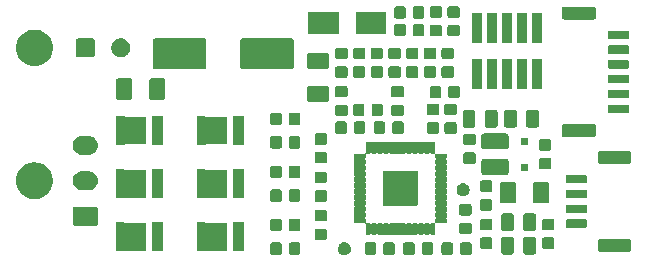
<source format=gbr>
G04 #@! TF.GenerationSoftware,KiCad,Pcbnew,(5.1.5-0-10_14)*
G04 #@! TF.CreationDate,2020-01-04T14:18:12-08:00*
G04 #@! TF.ProjectId,Grits,47726974-732e-46b6-9963-61645f706362,rev?*
G04 #@! TF.SameCoordinates,Original*
G04 #@! TF.FileFunction,Soldermask,Top*
G04 #@! TF.FilePolarity,Negative*
%FSLAX46Y46*%
G04 Gerber Fmt 4.6, Leading zero omitted, Abs format (unit mm)*
G04 Created by KiCad (PCBNEW (5.1.5-0-10_14)) date 2020-01-04 14:18:12*
%MOMM*%
%LPD*%
G04 APERTURE LIST*
%ADD10C,0.100000*%
G04 APERTURE END LIST*
D10*
G36*
X136410721Y-114470174D02*
G01*
X136510995Y-114511709D01*
X136530886Y-114525000D01*
X136601242Y-114572010D01*
X136677990Y-114648758D01*
X136703076Y-114686302D01*
X136738291Y-114739005D01*
X136779826Y-114839279D01*
X136801000Y-114945730D01*
X136801000Y-115054270D01*
X136779826Y-115160721D01*
X136738291Y-115260995D01*
X136738290Y-115260996D01*
X136677990Y-115351242D01*
X136601242Y-115427990D01*
X136583242Y-115440017D01*
X136510995Y-115488291D01*
X136410721Y-115529826D01*
X136304270Y-115551000D01*
X136195730Y-115551000D01*
X136089279Y-115529826D01*
X135989005Y-115488291D01*
X135916758Y-115440017D01*
X135898758Y-115427990D01*
X135822010Y-115351242D01*
X135761710Y-115260996D01*
X135761709Y-115260995D01*
X135720174Y-115160721D01*
X135699000Y-115054270D01*
X135699000Y-114945730D01*
X135720174Y-114839279D01*
X135761709Y-114739005D01*
X135796924Y-114686302D01*
X135822010Y-114648758D01*
X135898758Y-114572010D01*
X135969114Y-114525000D01*
X135989005Y-114511709D01*
X136089279Y-114470174D01*
X136195730Y-114449000D01*
X136304270Y-114449000D01*
X136410721Y-114470174D01*
G37*
G36*
X145304591Y-114478085D02*
G01*
X145338569Y-114488393D01*
X145369890Y-114505134D01*
X145397339Y-114527661D01*
X145419866Y-114555110D01*
X145436607Y-114586431D01*
X145446915Y-114620409D01*
X145451000Y-114661890D01*
X145451000Y-115338110D01*
X145446915Y-115379591D01*
X145436607Y-115413569D01*
X145419866Y-115444890D01*
X145397339Y-115472339D01*
X145369890Y-115494866D01*
X145338569Y-115511607D01*
X145304591Y-115521915D01*
X145263110Y-115526000D01*
X144661890Y-115526000D01*
X144620409Y-115521915D01*
X144586431Y-115511607D01*
X144555110Y-115494866D01*
X144527661Y-115472339D01*
X144505134Y-115444890D01*
X144488393Y-115413569D01*
X144478085Y-115379591D01*
X144474000Y-115338110D01*
X144474000Y-114661890D01*
X144478085Y-114620409D01*
X144488393Y-114586431D01*
X144505134Y-114555110D01*
X144527661Y-114527661D01*
X144555110Y-114505134D01*
X144586431Y-114488393D01*
X144620409Y-114478085D01*
X144661890Y-114474000D01*
X145263110Y-114474000D01*
X145304591Y-114478085D01*
G37*
G36*
X143629591Y-114478085D02*
G01*
X143663569Y-114488393D01*
X143694890Y-114505134D01*
X143722339Y-114527661D01*
X143744866Y-114555110D01*
X143761607Y-114586431D01*
X143771915Y-114620409D01*
X143776000Y-114661890D01*
X143776000Y-115338110D01*
X143771915Y-115379591D01*
X143761607Y-115413569D01*
X143744866Y-115444890D01*
X143722339Y-115472339D01*
X143694890Y-115494866D01*
X143663569Y-115511607D01*
X143629591Y-115521915D01*
X143588110Y-115526000D01*
X142986890Y-115526000D01*
X142945409Y-115521915D01*
X142911431Y-115511607D01*
X142880110Y-115494866D01*
X142852661Y-115472339D01*
X142830134Y-115444890D01*
X142813393Y-115413569D01*
X142803085Y-115379591D01*
X142799000Y-115338110D01*
X142799000Y-114661890D01*
X142803085Y-114620409D01*
X142813393Y-114586431D01*
X142830134Y-114555110D01*
X142852661Y-114527661D01*
X142880110Y-114505134D01*
X142911431Y-114488393D01*
X142945409Y-114478085D01*
X142986890Y-114474000D01*
X143588110Y-114474000D01*
X143629591Y-114478085D01*
G37*
G36*
X142054591Y-114478085D02*
G01*
X142088569Y-114488393D01*
X142119890Y-114505134D01*
X142147339Y-114527661D01*
X142169866Y-114555110D01*
X142186607Y-114586431D01*
X142196915Y-114620409D01*
X142201000Y-114661890D01*
X142201000Y-115338110D01*
X142196915Y-115379591D01*
X142186607Y-115413569D01*
X142169866Y-115444890D01*
X142147339Y-115472339D01*
X142119890Y-115494866D01*
X142088569Y-115511607D01*
X142054591Y-115521915D01*
X142013110Y-115526000D01*
X141411890Y-115526000D01*
X141370409Y-115521915D01*
X141336431Y-115511607D01*
X141305110Y-115494866D01*
X141277661Y-115472339D01*
X141255134Y-115444890D01*
X141238393Y-115413569D01*
X141228085Y-115379591D01*
X141224000Y-115338110D01*
X141224000Y-114661890D01*
X141228085Y-114620409D01*
X141238393Y-114586431D01*
X141255134Y-114555110D01*
X141277661Y-114527661D01*
X141305110Y-114505134D01*
X141336431Y-114488393D01*
X141370409Y-114478085D01*
X141411890Y-114474000D01*
X142013110Y-114474000D01*
X142054591Y-114478085D01*
G37*
G36*
X140379591Y-114478085D02*
G01*
X140413569Y-114488393D01*
X140444890Y-114505134D01*
X140472339Y-114527661D01*
X140494866Y-114555110D01*
X140511607Y-114586431D01*
X140521915Y-114620409D01*
X140526000Y-114661890D01*
X140526000Y-115338110D01*
X140521915Y-115379591D01*
X140511607Y-115413569D01*
X140494866Y-115444890D01*
X140472339Y-115472339D01*
X140444890Y-115494866D01*
X140413569Y-115511607D01*
X140379591Y-115521915D01*
X140338110Y-115526000D01*
X139736890Y-115526000D01*
X139695409Y-115521915D01*
X139661431Y-115511607D01*
X139630110Y-115494866D01*
X139602661Y-115472339D01*
X139580134Y-115444890D01*
X139563393Y-115413569D01*
X139553085Y-115379591D01*
X139549000Y-115338110D01*
X139549000Y-114661890D01*
X139553085Y-114620409D01*
X139563393Y-114586431D01*
X139580134Y-114555110D01*
X139602661Y-114527661D01*
X139630110Y-114505134D01*
X139661431Y-114488393D01*
X139695409Y-114478085D01*
X139736890Y-114474000D01*
X140338110Y-114474000D01*
X140379591Y-114478085D01*
G37*
G36*
X138804591Y-114478085D02*
G01*
X138838569Y-114488393D01*
X138869890Y-114505134D01*
X138897339Y-114527661D01*
X138919866Y-114555110D01*
X138936607Y-114586431D01*
X138946915Y-114620409D01*
X138951000Y-114661890D01*
X138951000Y-115338110D01*
X138946915Y-115379591D01*
X138936607Y-115413569D01*
X138919866Y-115444890D01*
X138897339Y-115472339D01*
X138869890Y-115494866D01*
X138838569Y-115511607D01*
X138804591Y-115521915D01*
X138763110Y-115526000D01*
X138161890Y-115526000D01*
X138120409Y-115521915D01*
X138086431Y-115511607D01*
X138055110Y-115494866D01*
X138027661Y-115472339D01*
X138005134Y-115444890D01*
X137988393Y-115413569D01*
X137978085Y-115379591D01*
X137974000Y-115338110D01*
X137974000Y-114661890D01*
X137978085Y-114620409D01*
X137988393Y-114586431D01*
X138005134Y-114555110D01*
X138027661Y-114527661D01*
X138055110Y-114505134D01*
X138086431Y-114488393D01*
X138120409Y-114478085D01*
X138161890Y-114474000D01*
X138763110Y-114474000D01*
X138804591Y-114478085D01*
G37*
G36*
X132379591Y-114478085D02*
G01*
X132413569Y-114488393D01*
X132444890Y-114505134D01*
X132472339Y-114527661D01*
X132494866Y-114555110D01*
X132511607Y-114586431D01*
X132521915Y-114620409D01*
X132526000Y-114661890D01*
X132526000Y-115338110D01*
X132521915Y-115379591D01*
X132511607Y-115413569D01*
X132494866Y-115444890D01*
X132472339Y-115472339D01*
X132444890Y-115494866D01*
X132413569Y-115511607D01*
X132379591Y-115521915D01*
X132338110Y-115526000D01*
X131736890Y-115526000D01*
X131695409Y-115521915D01*
X131661431Y-115511607D01*
X131630110Y-115494866D01*
X131602661Y-115472339D01*
X131580134Y-115444890D01*
X131563393Y-115413569D01*
X131553085Y-115379591D01*
X131549000Y-115338110D01*
X131549000Y-114661890D01*
X131553085Y-114620409D01*
X131563393Y-114586431D01*
X131580134Y-114555110D01*
X131602661Y-114527661D01*
X131630110Y-114505134D01*
X131661431Y-114488393D01*
X131695409Y-114478085D01*
X131736890Y-114474000D01*
X132338110Y-114474000D01*
X132379591Y-114478085D01*
G37*
G36*
X130804591Y-114478085D02*
G01*
X130838569Y-114488393D01*
X130869890Y-114505134D01*
X130897339Y-114527661D01*
X130919866Y-114555110D01*
X130936607Y-114586431D01*
X130946915Y-114620409D01*
X130951000Y-114661890D01*
X130951000Y-115338110D01*
X130946915Y-115379591D01*
X130936607Y-115413569D01*
X130919866Y-115444890D01*
X130897339Y-115472339D01*
X130869890Y-115494866D01*
X130838569Y-115511607D01*
X130804591Y-115521915D01*
X130763110Y-115526000D01*
X130161890Y-115526000D01*
X130120409Y-115521915D01*
X130086431Y-115511607D01*
X130055110Y-115494866D01*
X130027661Y-115472339D01*
X130005134Y-115444890D01*
X129988393Y-115413569D01*
X129978085Y-115379591D01*
X129974000Y-115338110D01*
X129974000Y-114661890D01*
X129978085Y-114620409D01*
X129988393Y-114586431D01*
X130005134Y-114555110D01*
X130027661Y-114527661D01*
X130055110Y-114505134D01*
X130086431Y-114488393D01*
X130120409Y-114478085D01*
X130161890Y-114474000D01*
X130763110Y-114474000D01*
X130804591Y-114478085D01*
G37*
G36*
X146879591Y-114478085D02*
G01*
X146913569Y-114488393D01*
X146944890Y-114505134D01*
X146972339Y-114527661D01*
X146994866Y-114555110D01*
X147011607Y-114586431D01*
X147021915Y-114620409D01*
X147026000Y-114661890D01*
X147026000Y-115338110D01*
X147021915Y-115379591D01*
X147011607Y-115413569D01*
X146994866Y-115444890D01*
X146972339Y-115472339D01*
X146944890Y-115494866D01*
X146913569Y-115511607D01*
X146879591Y-115521915D01*
X146838110Y-115526000D01*
X146236890Y-115526000D01*
X146195409Y-115521915D01*
X146161431Y-115511607D01*
X146130110Y-115494866D01*
X146102661Y-115472339D01*
X146080134Y-115444890D01*
X146063393Y-115413569D01*
X146053085Y-115379591D01*
X146049000Y-115338110D01*
X146049000Y-114661890D01*
X146053085Y-114620409D01*
X146063393Y-114586431D01*
X146080134Y-114555110D01*
X146102661Y-114527661D01*
X146130110Y-114505134D01*
X146161431Y-114488393D01*
X146195409Y-114478085D01*
X146236890Y-114474000D01*
X146838110Y-114474000D01*
X146879591Y-114478085D01*
G37*
G36*
X152309468Y-114003565D02*
G01*
X152348138Y-114015296D01*
X152383777Y-114034346D01*
X152415017Y-114059983D01*
X152440654Y-114091223D01*
X152459704Y-114126862D01*
X152471435Y-114165532D01*
X152476000Y-114211888D01*
X152476000Y-115288112D01*
X152471435Y-115334468D01*
X152459704Y-115373138D01*
X152440654Y-115408777D01*
X152415017Y-115440017D01*
X152383777Y-115465654D01*
X152348138Y-115484704D01*
X152309468Y-115496435D01*
X152263112Y-115501000D01*
X151611888Y-115501000D01*
X151565532Y-115496435D01*
X151526862Y-115484704D01*
X151491223Y-115465654D01*
X151459983Y-115440017D01*
X151434346Y-115408777D01*
X151415296Y-115373138D01*
X151403565Y-115334468D01*
X151399000Y-115288112D01*
X151399000Y-114211888D01*
X151403565Y-114165532D01*
X151415296Y-114126862D01*
X151434346Y-114091223D01*
X151459983Y-114059983D01*
X151491223Y-114034346D01*
X151526862Y-114015296D01*
X151565532Y-114003565D01*
X151611888Y-113999000D01*
X152263112Y-113999000D01*
X152309468Y-114003565D01*
G37*
G36*
X150434468Y-114003565D02*
G01*
X150473138Y-114015296D01*
X150508777Y-114034346D01*
X150540017Y-114059983D01*
X150565654Y-114091223D01*
X150584704Y-114126862D01*
X150596435Y-114165532D01*
X150601000Y-114211888D01*
X150601000Y-115288112D01*
X150596435Y-115334468D01*
X150584704Y-115373138D01*
X150565654Y-115408777D01*
X150540017Y-115440017D01*
X150508777Y-115465654D01*
X150473138Y-115484704D01*
X150434468Y-115496435D01*
X150388112Y-115501000D01*
X149736888Y-115501000D01*
X149690532Y-115496435D01*
X149651862Y-115484704D01*
X149616223Y-115465654D01*
X149584983Y-115440017D01*
X149559346Y-115408777D01*
X149540296Y-115373138D01*
X149528565Y-115334468D01*
X149524000Y-115288112D01*
X149524000Y-114211888D01*
X149528565Y-114165532D01*
X149540296Y-114126862D01*
X149559346Y-114091223D01*
X149584983Y-114059983D01*
X149616223Y-114034346D01*
X149651862Y-114015296D01*
X149690532Y-114003565D01*
X149736888Y-113999000D01*
X150388112Y-113999000D01*
X150434468Y-114003565D01*
G37*
G36*
X160329434Y-114178686D02*
G01*
X160369284Y-114190774D01*
X160405999Y-114210399D01*
X160438186Y-114236814D01*
X160464601Y-114269001D01*
X160484226Y-114305716D01*
X160496314Y-114345566D01*
X160501000Y-114393141D01*
X160501000Y-115056859D01*
X160496314Y-115104434D01*
X160484226Y-115144284D01*
X160464601Y-115180999D01*
X160438186Y-115213186D01*
X160405999Y-115239601D01*
X160369284Y-115259226D01*
X160329434Y-115271314D01*
X160281859Y-115276000D01*
X157918141Y-115276000D01*
X157870566Y-115271314D01*
X157830716Y-115259226D01*
X157794001Y-115239601D01*
X157761814Y-115213186D01*
X157735399Y-115180999D01*
X157715774Y-115144284D01*
X157703686Y-115104434D01*
X157699000Y-115056859D01*
X157699000Y-114393141D01*
X157703686Y-114345566D01*
X157715774Y-114305716D01*
X157735399Y-114269001D01*
X157761814Y-114236814D01*
X157794001Y-114210399D01*
X157830716Y-114190774D01*
X157870566Y-114178686D01*
X157918141Y-114174000D01*
X160281859Y-114174000D01*
X160329434Y-114178686D01*
G37*
G36*
X124429802Y-112775723D02*
G01*
X124439225Y-112778581D01*
X124439227Y-112778582D01*
X124447913Y-112783225D01*
X124447914Y-112783226D01*
X124447916Y-112783227D01*
X124463209Y-112795778D01*
X124483583Y-112809392D01*
X124506222Y-112818770D01*
X124530255Y-112823551D01*
X124542509Y-112824153D01*
X126263859Y-112824153D01*
X126279802Y-112825723D01*
X126289225Y-112828581D01*
X126289227Y-112828582D01*
X126297913Y-112833225D01*
X126297914Y-112833226D01*
X126297916Y-112833227D01*
X126305527Y-112839473D01*
X126311374Y-112846598D01*
X126311775Y-112847087D01*
X126315363Y-112853800D01*
X126316419Y-112855775D01*
X126319277Y-112865198D01*
X126320847Y-112881141D01*
X126320847Y-115118859D01*
X126320242Y-115125000D01*
X126319277Y-115134802D01*
X126316418Y-115144227D01*
X126316388Y-115144284D01*
X126311773Y-115152916D01*
X126305527Y-115160527D01*
X126297916Y-115166773D01*
X126297914Y-115166774D01*
X126297913Y-115166775D01*
X126294014Y-115168859D01*
X126289225Y-115171419D01*
X126279802Y-115174277D01*
X126263859Y-115175847D01*
X124542509Y-115175847D01*
X124518123Y-115178249D01*
X124494674Y-115185362D01*
X124473063Y-115196913D01*
X124463209Y-115204222D01*
X124447916Y-115216773D01*
X124447914Y-115216774D01*
X124447913Y-115216775D01*
X124439227Y-115221418D01*
X124439225Y-115221419D01*
X124429802Y-115224277D01*
X124413859Y-115225847D01*
X123806141Y-115225847D01*
X123790198Y-115224277D01*
X123780775Y-115221419D01*
X123780773Y-115221418D01*
X123772087Y-115216775D01*
X123772086Y-115216774D01*
X123772084Y-115216773D01*
X123764473Y-115210527D01*
X123758227Y-115202916D01*
X123753581Y-115194225D01*
X123750723Y-115184802D01*
X123749153Y-115168859D01*
X123749153Y-114781141D01*
X123750723Y-114765198D01*
X123753581Y-114755775D01*
X123758227Y-114747084D01*
X123771612Y-114730774D01*
X123773075Y-114729312D01*
X123786691Y-114708939D01*
X123796072Y-114686302D01*
X123800855Y-114662269D01*
X123800859Y-114637765D01*
X123796082Y-114613731D01*
X123786707Y-114591091D01*
X123773096Y-114570715D01*
X123771638Y-114569257D01*
X123758227Y-114552916D01*
X123753581Y-114544225D01*
X123750723Y-114534802D01*
X123749153Y-114518859D01*
X123749153Y-114131141D01*
X123750723Y-114115198D01*
X123753581Y-114105775D01*
X123753582Y-114105773D01*
X123758225Y-114097087D01*
X123758227Y-114097084D01*
X123771612Y-114080774D01*
X123773075Y-114079312D01*
X123786691Y-114058939D01*
X123796072Y-114036302D01*
X123800855Y-114012269D01*
X123800859Y-113987765D01*
X123796082Y-113963731D01*
X123786707Y-113941091D01*
X123773096Y-113920715D01*
X123771638Y-113919257D01*
X123758227Y-113902916D01*
X123753581Y-113894225D01*
X123750723Y-113884802D01*
X123749153Y-113868859D01*
X123749153Y-113481141D01*
X123750723Y-113465198D01*
X123753581Y-113455775D01*
X123754283Y-113454461D01*
X123758225Y-113447087D01*
X123760028Y-113444890D01*
X123771612Y-113430774D01*
X123773075Y-113429312D01*
X123786691Y-113408939D01*
X123796072Y-113386302D01*
X123800855Y-113362269D01*
X123800859Y-113337765D01*
X123796082Y-113313731D01*
X123786707Y-113291091D01*
X123773096Y-113270715D01*
X123771638Y-113269257D01*
X123758227Y-113252916D01*
X123753581Y-113244225D01*
X123750723Y-113234802D01*
X123749153Y-113218859D01*
X123749153Y-112831141D01*
X123750723Y-112815198D01*
X123753581Y-112805775D01*
X123753582Y-112805773D01*
X123758225Y-112797087D01*
X123759299Y-112795778D01*
X123764473Y-112789473D01*
X123772084Y-112783227D01*
X123772086Y-112783226D01*
X123772087Y-112783225D01*
X123780773Y-112778582D01*
X123780775Y-112778581D01*
X123790198Y-112775723D01*
X123806141Y-112774153D01*
X124413859Y-112774153D01*
X124429802Y-112775723D01*
G37*
G36*
X117584802Y-112775723D02*
G01*
X117594225Y-112778581D01*
X117594227Y-112778582D01*
X117602913Y-112783225D01*
X117602914Y-112783226D01*
X117602916Y-112783227D01*
X117618209Y-112795778D01*
X117638583Y-112809392D01*
X117661222Y-112818770D01*
X117685255Y-112823551D01*
X117697509Y-112824153D01*
X119418859Y-112824153D01*
X119434802Y-112825723D01*
X119444225Y-112828581D01*
X119444227Y-112828582D01*
X119452913Y-112833225D01*
X119452914Y-112833226D01*
X119452916Y-112833227D01*
X119460527Y-112839473D01*
X119466374Y-112846598D01*
X119466775Y-112847087D01*
X119470363Y-112853800D01*
X119471419Y-112855775D01*
X119474277Y-112865198D01*
X119475847Y-112881141D01*
X119475847Y-115118859D01*
X119475242Y-115125000D01*
X119474277Y-115134802D01*
X119471418Y-115144227D01*
X119471388Y-115144284D01*
X119466773Y-115152916D01*
X119460527Y-115160527D01*
X119452916Y-115166773D01*
X119452914Y-115166774D01*
X119452913Y-115166775D01*
X119449014Y-115168859D01*
X119444225Y-115171419D01*
X119434802Y-115174277D01*
X119418859Y-115175847D01*
X117697509Y-115175847D01*
X117673123Y-115178249D01*
X117649674Y-115185362D01*
X117628063Y-115196913D01*
X117618209Y-115204222D01*
X117602916Y-115216773D01*
X117602914Y-115216774D01*
X117602913Y-115216775D01*
X117594227Y-115221418D01*
X117594225Y-115221419D01*
X117584802Y-115224277D01*
X117568859Y-115225847D01*
X116961141Y-115225847D01*
X116945198Y-115224277D01*
X116935775Y-115221419D01*
X116935773Y-115221418D01*
X116927087Y-115216775D01*
X116927086Y-115216774D01*
X116927084Y-115216773D01*
X116919473Y-115210527D01*
X116913227Y-115202916D01*
X116908581Y-115194225D01*
X116905723Y-115184802D01*
X116904153Y-115168859D01*
X116904153Y-114781141D01*
X116905723Y-114765198D01*
X116908581Y-114755775D01*
X116913227Y-114747084D01*
X116926612Y-114730774D01*
X116928075Y-114729312D01*
X116941691Y-114708939D01*
X116951072Y-114686302D01*
X116955855Y-114662269D01*
X116955859Y-114637765D01*
X116951082Y-114613731D01*
X116941707Y-114591091D01*
X116928096Y-114570715D01*
X116926638Y-114569257D01*
X116913227Y-114552916D01*
X116908581Y-114544225D01*
X116905723Y-114534802D01*
X116904153Y-114518859D01*
X116904153Y-114131141D01*
X116905723Y-114115198D01*
X116908581Y-114105775D01*
X116908582Y-114105773D01*
X116913225Y-114097087D01*
X116913227Y-114097084D01*
X116926612Y-114080774D01*
X116928075Y-114079312D01*
X116941691Y-114058939D01*
X116951072Y-114036302D01*
X116955855Y-114012269D01*
X116955859Y-113987765D01*
X116951082Y-113963731D01*
X116941707Y-113941091D01*
X116928096Y-113920715D01*
X116926638Y-113919257D01*
X116913227Y-113902916D01*
X116908581Y-113894225D01*
X116905723Y-113884802D01*
X116904153Y-113868859D01*
X116904153Y-113481141D01*
X116905723Y-113465198D01*
X116908581Y-113455775D01*
X116909283Y-113454461D01*
X116913225Y-113447087D01*
X116915028Y-113444890D01*
X116926612Y-113430774D01*
X116928075Y-113429312D01*
X116941691Y-113408939D01*
X116951072Y-113386302D01*
X116955855Y-113362269D01*
X116955859Y-113337765D01*
X116951082Y-113313731D01*
X116941707Y-113291091D01*
X116928096Y-113270715D01*
X116926638Y-113269257D01*
X116913227Y-113252916D01*
X116908581Y-113244225D01*
X116905723Y-113234802D01*
X116904153Y-113218859D01*
X116904153Y-112831141D01*
X116905723Y-112815198D01*
X116908581Y-112805775D01*
X116908582Y-112805773D01*
X116913225Y-112797087D01*
X116914299Y-112795778D01*
X116919473Y-112789473D01*
X116927084Y-112783227D01*
X116927086Y-112783226D01*
X116927087Y-112783225D01*
X116935773Y-112778582D01*
X116935775Y-112778581D01*
X116945198Y-112775723D01*
X116961141Y-112774153D01*
X117568859Y-112774153D01*
X117584802Y-112775723D01*
G37*
G36*
X120905000Y-115225000D02*
G01*
X119975000Y-115225000D01*
X119975000Y-112775000D01*
X120905000Y-112775000D01*
X120905000Y-115225000D01*
G37*
G36*
X127750000Y-115225000D02*
G01*
X126820000Y-115225000D01*
X126820000Y-112775000D01*
X127750000Y-112775000D01*
X127750000Y-115225000D01*
G37*
G36*
X148629591Y-114053085D02*
G01*
X148663569Y-114063393D01*
X148694890Y-114080134D01*
X148722339Y-114102661D01*
X148744866Y-114130110D01*
X148761607Y-114161431D01*
X148771915Y-114195409D01*
X148776000Y-114236890D01*
X148776000Y-114838110D01*
X148771915Y-114879591D01*
X148761607Y-114913569D01*
X148744866Y-114944890D01*
X148722339Y-114972339D01*
X148694890Y-114994866D01*
X148663569Y-115011607D01*
X148629591Y-115021915D01*
X148588110Y-115026000D01*
X147911890Y-115026000D01*
X147870409Y-115021915D01*
X147836431Y-115011607D01*
X147805110Y-114994866D01*
X147777661Y-114972339D01*
X147755134Y-114944890D01*
X147738393Y-114913569D01*
X147728085Y-114879591D01*
X147724000Y-114838110D01*
X147724000Y-114236890D01*
X147728085Y-114195409D01*
X147738393Y-114161431D01*
X147755134Y-114130110D01*
X147777661Y-114102661D01*
X147805110Y-114080134D01*
X147836431Y-114063393D01*
X147870409Y-114053085D01*
X147911890Y-114049000D01*
X148588110Y-114049000D01*
X148629591Y-114053085D01*
G37*
G36*
X153879591Y-114053085D02*
G01*
X153913569Y-114063393D01*
X153944890Y-114080134D01*
X153972339Y-114102661D01*
X153994866Y-114130110D01*
X154011607Y-114161431D01*
X154021915Y-114195409D01*
X154026000Y-114236890D01*
X154026000Y-114838110D01*
X154021915Y-114879591D01*
X154011607Y-114913569D01*
X153994866Y-114944890D01*
X153972339Y-114972339D01*
X153944890Y-114994866D01*
X153913569Y-115011607D01*
X153879591Y-115021915D01*
X153838110Y-115026000D01*
X153161890Y-115026000D01*
X153120409Y-115021915D01*
X153086431Y-115011607D01*
X153055110Y-114994866D01*
X153027661Y-114972339D01*
X153005134Y-114944890D01*
X152988393Y-114913569D01*
X152978085Y-114879591D01*
X152974000Y-114838110D01*
X152974000Y-114236890D01*
X152978085Y-114195409D01*
X152988393Y-114161431D01*
X153005134Y-114130110D01*
X153027661Y-114102661D01*
X153055110Y-114080134D01*
X153086431Y-114063393D01*
X153120409Y-114053085D01*
X153161890Y-114049000D01*
X153838110Y-114049000D01*
X153879591Y-114053085D01*
G37*
G36*
X134629591Y-113303085D02*
G01*
X134663569Y-113313393D01*
X134694890Y-113330134D01*
X134722339Y-113352661D01*
X134744866Y-113380110D01*
X134761607Y-113411431D01*
X134771915Y-113445409D01*
X134776000Y-113486890D01*
X134776000Y-114088110D01*
X134771915Y-114129591D01*
X134761607Y-114163569D01*
X134744866Y-114194890D01*
X134722339Y-114222339D01*
X134694890Y-114244866D01*
X134663569Y-114261607D01*
X134629591Y-114271915D01*
X134588110Y-114276000D01*
X133911890Y-114276000D01*
X133870409Y-114271915D01*
X133836431Y-114261607D01*
X133805110Y-114244866D01*
X133777661Y-114222339D01*
X133755134Y-114194890D01*
X133738393Y-114163569D01*
X133728085Y-114129591D01*
X133724000Y-114088110D01*
X133724000Y-113486890D01*
X133728085Y-113445409D01*
X133738393Y-113411431D01*
X133755134Y-113380110D01*
X133777661Y-113352661D01*
X133805110Y-113330134D01*
X133836431Y-113313393D01*
X133870409Y-113303085D01*
X133911890Y-113299000D01*
X134588110Y-113299000D01*
X134629591Y-113303085D01*
G37*
G36*
X138405355Y-105975083D02*
G01*
X138410029Y-105976501D01*
X138414330Y-105978800D01*
X138420702Y-105984029D01*
X138441076Y-105997643D01*
X138463715Y-106007020D01*
X138487749Y-106011800D01*
X138512253Y-106011800D01*
X138536286Y-106007019D01*
X138558925Y-105997642D01*
X138579298Y-105984029D01*
X138585670Y-105978800D01*
X138589971Y-105976501D01*
X138594645Y-105975083D01*
X138605641Y-105974000D01*
X138894359Y-105974000D01*
X138905355Y-105975083D01*
X138910029Y-105976501D01*
X138914330Y-105978800D01*
X138920702Y-105984029D01*
X138941076Y-105997643D01*
X138963715Y-106007020D01*
X138987749Y-106011800D01*
X139012253Y-106011800D01*
X139036286Y-106007019D01*
X139058925Y-105997642D01*
X139079298Y-105984029D01*
X139085670Y-105978800D01*
X139089971Y-105976501D01*
X139094645Y-105975083D01*
X139105641Y-105974000D01*
X139394359Y-105974000D01*
X139405355Y-105975083D01*
X139410029Y-105976501D01*
X139414330Y-105978800D01*
X139420702Y-105984029D01*
X139441076Y-105997643D01*
X139463715Y-106007020D01*
X139487749Y-106011800D01*
X139512253Y-106011800D01*
X139536286Y-106007019D01*
X139558925Y-105997642D01*
X139579298Y-105984029D01*
X139585670Y-105978800D01*
X139589971Y-105976501D01*
X139594645Y-105975083D01*
X139605641Y-105974000D01*
X139894359Y-105974000D01*
X139905355Y-105975083D01*
X139910029Y-105976501D01*
X139914330Y-105978800D01*
X139920702Y-105984029D01*
X139941076Y-105997643D01*
X139963715Y-106007020D01*
X139987749Y-106011800D01*
X140012253Y-106011800D01*
X140036286Y-106007019D01*
X140058925Y-105997642D01*
X140079298Y-105984029D01*
X140085670Y-105978800D01*
X140089971Y-105976501D01*
X140094645Y-105975083D01*
X140105641Y-105974000D01*
X140394359Y-105974000D01*
X140405355Y-105975083D01*
X140410029Y-105976501D01*
X140414330Y-105978800D01*
X140420702Y-105984029D01*
X140441076Y-105997643D01*
X140463715Y-106007020D01*
X140487749Y-106011800D01*
X140512253Y-106011800D01*
X140536286Y-106007019D01*
X140558925Y-105997642D01*
X140579298Y-105984029D01*
X140585670Y-105978800D01*
X140589971Y-105976501D01*
X140594645Y-105975083D01*
X140605641Y-105974000D01*
X140894359Y-105974000D01*
X140905355Y-105975083D01*
X140910029Y-105976501D01*
X140914330Y-105978800D01*
X140920702Y-105984029D01*
X140941076Y-105997643D01*
X140963715Y-106007020D01*
X140987749Y-106011800D01*
X141012253Y-106011800D01*
X141036286Y-106007019D01*
X141058925Y-105997642D01*
X141079298Y-105984029D01*
X141085670Y-105978800D01*
X141089971Y-105976501D01*
X141094645Y-105975083D01*
X141105641Y-105974000D01*
X141394359Y-105974000D01*
X141405355Y-105975083D01*
X141410029Y-105976501D01*
X141414330Y-105978800D01*
X141420702Y-105984029D01*
X141441076Y-105997643D01*
X141463715Y-106007020D01*
X141487749Y-106011800D01*
X141512253Y-106011800D01*
X141536286Y-106007019D01*
X141558925Y-105997642D01*
X141579298Y-105984029D01*
X141585670Y-105978800D01*
X141589971Y-105976501D01*
X141594645Y-105975083D01*
X141605641Y-105974000D01*
X141894359Y-105974000D01*
X141905355Y-105975083D01*
X141910029Y-105976501D01*
X141914330Y-105978800D01*
X141920702Y-105984029D01*
X141941076Y-105997643D01*
X141963715Y-106007020D01*
X141987749Y-106011800D01*
X142012253Y-106011800D01*
X142036286Y-106007019D01*
X142058925Y-105997642D01*
X142079298Y-105984029D01*
X142085670Y-105978800D01*
X142089971Y-105976501D01*
X142094645Y-105975083D01*
X142105641Y-105974000D01*
X142394359Y-105974000D01*
X142405355Y-105975083D01*
X142410029Y-105976501D01*
X142414330Y-105978800D01*
X142420702Y-105984029D01*
X142441076Y-105997643D01*
X142463715Y-106007020D01*
X142487749Y-106011800D01*
X142512253Y-106011800D01*
X142536286Y-106007019D01*
X142558925Y-105997642D01*
X142579298Y-105984029D01*
X142585670Y-105978800D01*
X142589971Y-105976501D01*
X142594645Y-105975083D01*
X142605641Y-105974000D01*
X142894359Y-105974000D01*
X142905355Y-105975083D01*
X142910029Y-105976501D01*
X142914330Y-105978800D01*
X142920702Y-105984029D01*
X142941076Y-105997643D01*
X142963715Y-106007020D01*
X142987749Y-106011800D01*
X143012253Y-106011800D01*
X143036286Y-106007019D01*
X143058925Y-105997642D01*
X143079298Y-105984029D01*
X143085670Y-105978800D01*
X143089971Y-105976501D01*
X143094645Y-105975083D01*
X143105641Y-105974000D01*
X143394359Y-105974000D01*
X143405355Y-105975083D01*
X143410029Y-105976501D01*
X143414330Y-105978800D01*
X143420702Y-105984029D01*
X143441076Y-105997643D01*
X143463715Y-106007020D01*
X143487749Y-106011800D01*
X143512253Y-106011800D01*
X143536286Y-106007019D01*
X143558925Y-105997642D01*
X143579298Y-105984029D01*
X143585670Y-105978800D01*
X143589971Y-105976501D01*
X143594645Y-105975083D01*
X143605641Y-105974000D01*
X143894359Y-105974000D01*
X143905355Y-105975083D01*
X143910029Y-105976501D01*
X143914331Y-105978800D01*
X143918104Y-105981896D01*
X143921200Y-105985669D01*
X143923499Y-105989971D01*
X143924917Y-105994645D01*
X143926000Y-106005641D01*
X143926000Y-106849001D01*
X143928402Y-106873387D01*
X143935515Y-106896836D01*
X143947066Y-106918447D01*
X143962611Y-106937389D01*
X143981553Y-106952934D01*
X144003164Y-106964485D01*
X144026613Y-106971598D01*
X144050999Y-106974000D01*
X144894359Y-106974000D01*
X144905355Y-106975083D01*
X144910029Y-106976501D01*
X144914331Y-106978800D01*
X144918104Y-106981896D01*
X144921200Y-106985669D01*
X144923499Y-106989971D01*
X144924917Y-106994645D01*
X144926000Y-107005641D01*
X144926000Y-107294359D01*
X144924917Y-107305355D01*
X144923499Y-107310029D01*
X144921200Y-107314330D01*
X144915971Y-107320702D01*
X144902357Y-107341076D01*
X144892980Y-107363715D01*
X144888200Y-107387749D01*
X144888200Y-107412253D01*
X144892981Y-107436286D01*
X144902358Y-107458925D01*
X144915971Y-107479298D01*
X144921200Y-107485670D01*
X144923499Y-107489971D01*
X144924917Y-107494645D01*
X144926000Y-107505641D01*
X144926000Y-107794359D01*
X144924917Y-107805355D01*
X144923499Y-107810029D01*
X144921200Y-107814330D01*
X144915971Y-107820702D01*
X144902357Y-107841076D01*
X144892980Y-107863715D01*
X144888200Y-107887749D01*
X144888200Y-107912253D01*
X144892981Y-107936286D01*
X144902358Y-107958925D01*
X144915971Y-107979298D01*
X144921200Y-107985670D01*
X144923499Y-107989971D01*
X144924917Y-107994645D01*
X144926000Y-108005641D01*
X144926000Y-108294359D01*
X144924917Y-108305355D01*
X144923499Y-108310029D01*
X144921200Y-108314330D01*
X144915971Y-108320702D01*
X144902357Y-108341076D01*
X144892980Y-108363715D01*
X144888200Y-108387749D01*
X144888200Y-108412253D01*
X144892981Y-108436286D01*
X144902358Y-108458925D01*
X144915971Y-108479298D01*
X144921200Y-108485670D01*
X144923499Y-108489971D01*
X144924917Y-108494645D01*
X144926000Y-108505641D01*
X144926000Y-108794359D01*
X144924917Y-108805355D01*
X144923499Y-108810029D01*
X144921200Y-108814330D01*
X144915971Y-108820702D01*
X144902357Y-108841076D01*
X144892980Y-108863715D01*
X144888200Y-108887749D01*
X144888200Y-108912253D01*
X144892981Y-108936286D01*
X144902358Y-108958925D01*
X144915971Y-108979298D01*
X144921200Y-108985670D01*
X144923499Y-108989971D01*
X144924917Y-108994645D01*
X144926000Y-109005641D01*
X144926000Y-109294359D01*
X144924917Y-109305355D01*
X144923499Y-109310029D01*
X144921200Y-109314330D01*
X144915971Y-109320702D01*
X144902357Y-109341076D01*
X144892980Y-109363715D01*
X144888200Y-109387749D01*
X144888200Y-109412253D01*
X144892981Y-109436286D01*
X144902358Y-109458925D01*
X144915971Y-109479298D01*
X144921200Y-109485670D01*
X144923499Y-109489971D01*
X144924917Y-109494645D01*
X144926000Y-109505641D01*
X144926000Y-109794359D01*
X144924917Y-109805355D01*
X144923499Y-109810029D01*
X144921200Y-109814330D01*
X144915971Y-109820702D01*
X144902357Y-109841076D01*
X144892980Y-109863715D01*
X144888200Y-109887749D01*
X144888200Y-109912253D01*
X144892981Y-109936286D01*
X144902358Y-109958925D01*
X144915971Y-109979298D01*
X144921200Y-109985670D01*
X144923499Y-109989971D01*
X144924917Y-109994645D01*
X144926000Y-110005641D01*
X144926000Y-110294359D01*
X144924917Y-110305355D01*
X144923499Y-110310029D01*
X144921200Y-110314330D01*
X144915971Y-110320702D01*
X144902357Y-110341076D01*
X144892980Y-110363715D01*
X144888200Y-110387749D01*
X144888200Y-110412253D01*
X144892981Y-110436286D01*
X144902358Y-110458925D01*
X144915971Y-110479298D01*
X144921200Y-110485670D01*
X144923499Y-110489971D01*
X144924917Y-110494645D01*
X144926000Y-110505641D01*
X144926000Y-110794359D01*
X144924917Y-110805355D01*
X144923499Y-110810029D01*
X144921200Y-110814330D01*
X144915971Y-110820702D01*
X144902357Y-110841076D01*
X144892980Y-110863715D01*
X144888200Y-110887749D01*
X144888200Y-110912253D01*
X144892981Y-110936286D01*
X144902358Y-110958925D01*
X144915971Y-110979298D01*
X144921200Y-110985670D01*
X144923499Y-110989971D01*
X144924917Y-110994645D01*
X144926000Y-111005641D01*
X144926000Y-111294359D01*
X144924917Y-111305355D01*
X144923499Y-111310029D01*
X144921200Y-111314330D01*
X144915971Y-111320702D01*
X144902357Y-111341076D01*
X144892980Y-111363715D01*
X144888200Y-111387749D01*
X144888200Y-111412253D01*
X144892981Y-111436286D01*
X144902358Y-111458925D01*
X144915971Y-111479298D01*
X144921200Y-111485670D01*
X144923499Y-111489971D01*
X144924917Y-111494645D01*
X144926000Y-111505641D01*
X144926000Y-111794359D01*
X144924917Y-111805355D01*
X144923499Y-111810029D01*
X144921200Y-111814330D01*
X144915971Y-111820702D01*
X144902357Y-111841076D01*
X144892980Y-111863715D01*
X144888200Y-111887749D01*
X144888200Y-111912253D01*
X144892981Y-111936286D01*
X144902358Y-111958925D01*
X144915971Y-111979298D01*
X144921200Y-111985670D01*
X144923499Y-111989971D01*
X144924917Y-111994645D01*
X144926000Y-112005641D01*
X144926000Y-112294359D01*
X144924917Y-112305355D01*
X144923499Y-112310029D01*
X144921200Y-112314330D01*
X144915971Y-112320702D01*
X144902357Y-112341076D01*
X144892980Y-112363715D01*
X144888200Y-112387749D01*
X144888200Y-112412253D01*
X144892981Y-112436286D01*
X144902358Y-112458925D01*
X144915971Y-112479298D01*
X144921200Y-112485670D01*
X144923499Y-112489971D01*
X144924917Y-112494645D01*
X144926000Y-112505641D01*
X144926000Y-112794359D01*
X144924917Y-112805355D01*
X144923499Y-112810029D01*
X144921200Y-112814331D01*
X144918104Y-112818104D01*
X144914331Y-112821200D01*
X144910029Y-112823499D01*
X144905355Y-112824917D01*
X144894359Y-112826000D01*
X144050999Y-112826000D01*
X144026613Y-112828402D01*
X144003164Y-112835515D01*
X143981553Y-112847066D01*
X143962611Y-112862611D01*
X143947066Y-112881553D01*
X143935515Y-112903164D01*
X143928402Y-112926613D01*
X143926000Y-112950999D01*
X143926000Y-113794359D01*
X143924917Y-113805355D01*
X143923499Y-113810029D01*
X143921200Y-113814331D01*
X143918104Y-113818104D01*
X143914331Y-113821200D01*
X143910029Y-113823499D01*
X143905355Y-113824917D01*
X143894359Y-113826000D01*
X143605641Y-113826000D01*
X143594645Y-113824917D01*
X143589971Y-113823499D01*
X143585670Y-113821200D01*
X143579298Y-113815971D01*
X143558924Y-113802357D01*
X143536285Y-113792980D01*
X143512251Y-113788200D01*
X143487747Y-113788200D01*
X143463714Y-113792981D01*
X143441075Y-113802358D01*
X143420702Y-113815971D01*
X143414330Y-113821200D01*
X143410029Y-113823499D01*
X143405355Y-113824917D01*
X143394359Y-113826000D01*
X143105641Y-113826000D01*
X143094645Y-113824917D01*
X143089971Y-113823499D01*
X143085670Y-113821200D01*
X143079298Y-113815971D01*
X143058924Y-113802357D01*
X143036285Y-113792980D01*
X143012251Y-113788200D01*
X142987747Y-113788200D01*
X142963714Y-113792981D01*
X142941075Y-113802358D01*
X142920702Y-113815971D01*
X142914330Y-113821200D01*
X142910029Y-113823499D01*
X142905355Y-113824917D01*
X142894359Y-113826000D01*
X142605641Y-113826000D01*
X142594645Y-113824917D01*
X142589971Y-113823499D01*
X142585670Y-113821200D01*
X142579298Y-113815971D01*
X142558924Y-113802357D01*
X142536285Y-113792980D01*
X142512251Y-113788200D01*
X142487747Y-113788200D01*
X142463714Y-113792981D01*
X142441075Y-113802358D01*
X142420702Y-113815971D01*
X142414330Y-113821200D01*
X142410029Y-113823499D01*
X142405355Y-113824917D01*
X142394359Y-113826000D01*
X142105641Y-113826000D01*
X142094645Y-113824917D01*
X142089971Y-113823499D01*
X142085670Y-113821200D01*
X142079298Y-113815971D01*
X142058924Y-113802357D01*
X142036285Y-113792980D01*
X142012251Y-113788200D01*
X141987747Y-113788200D01*
X141963714Y-113792981D01*
X141941075Y-113802358D01*
X141920702Y-113815971D01*
X141914330Y-113821200D01*
X141910029Y-113823499D01*
X141905355Y-113824917D01*
X141894359Y-113826000D01*
X141605641Y-113826000D01*
X141594645Y-113824917D01*
X141589971Y-113823499D01*
X141585670Y-113821200D01*
X141579298Y-113815971D01*
X141558924Y-113802357D01*
X141536285Y-113792980D01*
X141512251Y-113788200D01*
X141487747Y-113788200D01*
X141463714Y-113792981D01*
X141441075Y-113802358D01*
X141420702Y-113815971D01*
X141414330Y-113821200D01*
X141410029Y-113823499D01*
X141405355Y-113824917D01*
X141394359Y-113826000D01*
X141105641Y-113826000D01*
X141094645Y-113824917D01*
X141089971Y-113823499D01*
X141085670Y-113821200D01*
X141079298Y-113815971D01*
X141058924Y-113802357D01*
X141036285Y-113792980D01*
X141012251Y-113788200D01*
X140987747Y-113788200D01*
X140963714Y-113792981D01*
X140941075Y-113802358D01*
X140920702Y-113815971D01*
X140914330Y-113821200D01*
X140910029Y-113823499D01*
X140905355Y-113824917D01*
X140894359Y-113826000D01*
X140605641Y-113826000D01*
X140594645Y-113824917D01*
X140589971Y-113823499D01*
X140585670Y-113821200D01*
X140579298Y-113815971D01*
X140558924Y-113802357D01*
X140536285Y-113792980D01*
X140512251Y-113788200D01*
X140487747Y-113788200D01*
X140463714Y-113792981D01*
X140441075Y-113802358D01*
X140420702Y-113815971D01*
X140414330Y-113821200D01*
X140410029Y-113823499D01*
X140405355Y-113824917D01*
X140394359Y-113826000D01*
X140105641Y-113826000D01*
X140094645Y-113824917D01*
X140089971Y-113823499D01*
X140085670Y-113821200D01*
X140079298Y-113815971D01*
X140058924Y-113802357D01*
X140036285Y-113792980D01*
X140012251Y-113788200D01*
X139987747Y-113788200D01*
X139963714Y-113792981D01*
X139941075Y-113802358D01*
X139920702Y-113815971D01*
X139914330Y-113821200D01*
X139910029Y-113823499D01*
X139905355Y-113824917D01*
X139894359Y-113826000D01*
X139605641Y-113826000D01*
X139594645Y-113824917D01*
X139589971Y-113823499D01*
X139585670Y-113821200D01*
X139579298Y-113815971D01*
X139558924Y-113802357D01*
X139536285Y-113792980D01*
X139512251Y-113788200D01*
X139487747Y-113788200D01*
X139463714Y-113792981D01*
X139441075Y-113802358D01*
X139420702Y-113815971D01*
X139414330Y-113821200D01*
X139410029Y-113823499D01*
X139405355Y-113824917D01*
X139394359Y-113826000D01*
X139105641Y-113826000D01*
X139094645Y-113824917D01*
X139089971Y-113823499D01*
X139085670Y-113821200D01*
X139079298Y-113815971D01*
X139058924Y-113802357D01*
X139036285Y-113792980D01*
X139012251Y-113788200D01*
X138987747Y-113788200D01*
X138963714Y-113792981D01*
X138941075Y-113802358D01*
X138920702Y-113815971D01*
X138914330Y-113821200D01*
X138910029Y-113823499D01*
X138905355Y-113824917D01*
X138894359Y-113826000D01*
X138605641Y-113826000D01*
X138594645Y-113824917D01*
X138589971Y-113823499D01*
X138585670Y-113821200D01*
X138579298Y-113815971D01*
X138558924Y-113802357D01*
X138536285Y-113792980D01*
X138512251Y-113788200D01*
X138487747Y-113788200D01*
X138463714Y-113792981D01*
X138441075Y-113802358D01*
X138420702Y-113815971D01*
X138414330Y-113821200D01*
X138410029Y-113823499D01*
X138405355Y-113824917D01*
X138394359Y-113826000D01*
X138105641Y-113826000D01*
X138094645Y-113824917D01*
X138089971Y-113823499D01*
X138085669Y-113821200D01*
X138081896Y-113818104D01*
X138078800Y-113814331D01*
X138076501Y-113810029D01*
X138075083Y-113805355D01*
X138074000Y-113794359D01*
X138074000Y-112950999D01*
X138071598Y-112926613D01*
X138064485Y-112903164D01*
X138052934Y-112881553D01*
X138037389Y-112862611D01*
X138018447Y-112847066D01*
X137996836Y-112835515D01*
X137973387Y-112828402D01*
X137949001Y-112826000D01*
X137105641Y-112826000D01*
X137094645Y-112824917D01*
X137089971Y-112823499D01*
X137085669Y-112821200D01*
X137081896Y-112818104D01*
X137078800Y-112814331D01*
X137076501Y-112810029D01*
X137075083Y-112805355D01*
X137074000Y-112794359D01*
X137074000Y-112505641D01*
X137075083Y-112494645D01*
X137076501Y-112489971D01*
X137078800Y-112485670D01*
X137084029Y-112479298D01*
X137097643Y-112458924D01*
X137107020Y-112436285D01*
X137111800Y-112412251D01*
X137111800Y-112387747D01*
X137107019Y-112363714D01*
X137097642Y-112341075D01*
X137084029Y-112320702D01*
X137078800Y-112314330D01*
X137076501Y-112310029D01*
X137075083Y-112305355D01*
X137074000Y-112294359D01*
X137074000Y-112005641D01*
X137075083Y-111994645D01*
X137076501Y-111989971D01*
X137078800Y-111985670D01*
X137084029Y-111979298D01*
X137097643Y-111958924D01*
X137107020Y-111936285D01*
X137111800Y-111912251D01*
X137111800Y-111887747D01*
X137107019Y-111863714D01*
X137097642Y-111841075D01*
X137084029Y-111820702D01*
X137078800Y-111814330D01*
X137076501Y-111810029D01*
X137075083Y-111805355D01*
X137074000Y-111794359D01*
X137074000Y-111505641D01*
X137075083Y-111494645D01*
X137076501Y-111489971D01*
X137078800Y-111485670D01*
X137084029Y-111479298D01*
X137097643Y-111458924D01*
X137107020Y-111436285D01*
X137111800Y-111412251D01*
X137111800Y-111387747D01*
X137107019Y-111363714D01*
X137097642Y-111341075D01*
X137084029Y-111320702D01*
X137078800Y-111314330D01*
X137076501Y-111310029D01*
X137075083Y-111305355D01*
X137074000Y-111294359D01*
X137074000Y-111005641D01*
X137075083Y-110994645D01*
X137076501Y-110989971D01*
X137078800Y-110985670D01*
X137084029Y-110979298D01*
X137097643Y-110958924D01*
X137107020Y-110936285D01*
X137111800Y-110912251D01*
X137111800Y-110887747D01*
X137107019Y-110863714D01*
X137097642Y-110841075D01*
X137084029Y-110820702D01*
X137078800Y-110814330D01*
X137076501Y-110810029D01*
X137075083Y-110805355D01*
X137074000Y-110794359D01*
X137074000Y-110505641D01*
X137075083Y-110494645D01*
X137076501Y-110489971D01*
X137078800Y-110485670D01*
X137084029Y-110479298D01*
X137097643Y-110458924D01*
X137107020Y-110436285D01*
X137111800Y-110412251D01*
X137111800Y-110387747D01*
X137107019Y-110363714D01*
X137097642Y-110341075D01*
X137084029Y-110320702D01*
X137078800Y-110314330D01*
X137076501Y-110310029D01*
X137075083Y-110305355D01*
X137074000Y-110294359D01*
X137074000Y-110005641D01*
X137075083Y-109994645D01*
X137076501Y-109989971D01*
X137078800Y-109985670D01*
X137084029Y-109979298D01*
X137097643Y-109958924D01*
X137107020Y-109936285D01*
X137111800Y-109912251D01*
X137111800Y-109887747D01*
X137107019Y-109863714D01*
X137097642Y-109841075D01*
X137084029Y-109820702D01*
X137078800Y-109814330D01*
X137076501Y-109810029D01*
X137075083Y-109805355D01*
X137074000Y-109794359D01*
X137074000Y-109505641D01*
X137075083Y-109494645D01*
X137076501Y-109489971D01*
X137078800Y-109485670D01*
X137084029Y-109479298D01*
X137097643Y-109458924D01*
X137107020Y-109436285D01*
X137111800Y-109412251D01*
X137111800Y-109387747D01*
X137107019Y-109363714D01*
X137097642Y-109341075D01*
X137084029Y-109320702D01*
X137078800Y-109314330D01*
X137076501Y-109310029D01*
X137075083Y-109305355D01*
X137074000Y-109294359D01*
X137074000Y-109005641D01*
X137075083Y-108994645D01*
X137076501Y-108989971D01*
X137078800Y-108985670D01*
X137084029Y-108979298D01*
X137097643Y-108958924D01*
X137107020Y-108936285D01*
X137111800Y-108912251D01*
X137111800Y-108887747D01*
X137107019Y-108863714D01*
X137097642Y-108841075D01*
X137084029Y-108820702D01*
X137078800Y-108814330D01*
X137076501Y-108810029D01*
X137075083Y-108805355D01*
X137074000Y-108794359D01*
X137074000Y-108505641D01*
X137075083Y-108494645D01*
X137076501Y-108489971D01*
X137078800Y-108485670D01*
X137084029Y-108479298D01*
X137097643Y-108458924D01*
X137107020Y-108436285D01*
X137111800Y-108412251D01*
X137111800Y-108387747D01*
X137107019Y-108363714D01*
X137097642Y-108341075D01*
X137084029Y-108320702D01*
X137078800Y-108314330D01*
X137076501Y-108310029D01*
X137075083Y-108305355D01*
X137074000Y-108294359D01*
X137074000Y-108005641D01*
X137075083Y-107994645D01*
X137076501Y-107989971D01*
X137078800Y-107985670D01*
X137084029Y-107979298D01*
X137097643Y-107958924D01*
X137107020Y-107936285D01*
X137111800Y-107912251D01*
X137111800Y-107887747D01*
X137107019Y-107863714D01*
X137097642Y-107841075D01*
X137084029Y-107820702D01*
X137078800Y-107814330D01*
X137076501Y-107810029D01*
X137075083Y-107805355D01*
X137074000Y-107794359D01*
X137074000Y-107505641D01*
X137075083Y-107494645D01*
X137076501Y-107489971D01*
X137078800Y-107485670D01*
X137084029Y-107479298D01*
X137097643Y-107458924D01*
X137107020Y-107436285D01*
X137111800Y-107412251D01*
X137111800Y-107387749D01*
X138013200Y-107387749D01*
X138013200Y-107412253D01*
X138017981Y-107436286D01*
X138027358Y-107458925D01*
X138040971Y-107479298D01*
X138046200Y-107485670D01*
X138048499Y-107489971D01*
X138049917Y-107494645D01*
X138051000Y-107505641D01*
X138051000Y-107794359D01*
X138049917Y-107805355D01*
X138048499Y-107810029D01*
X138046200Y-107814330D01*
X138040971Y-107820702D01*
X138027357Y-107841076D01*
X138017980Y-107863715D01*
X138013200Y-107887749D01*
X138013200Y-107912253D01*
X138017981Y-107936286D01*
X138027358Y-107958925D01*
X138040971Y-107979298D01*
X138046200Y-107985670D01*
X138048499Y-107989971D01*
X138049917Y-107994645D01*
X138051000Y-108005641D01*
X138051000Y-108294359D01*
X138049917Y-108305355D01*
X138048499Y-108310029D01*
X138046200Y-108314330D01*
X138040971Y-108320702D01*
X138027357Y-108341076D01*
X138017980Y-108363715D01*
X138013200Y-108387749D01*
X138013200Y-108412253D01*
X138017981Y-108436286D01*
X138027358Y-108458925D01*
X138040971Y-108479298D01*
X138046200Y-108485670D01*
X138048499Y-108489971D01*
X138049917Y-108494645D01*
X138051000Y-108505641D01*
X138051000Y-108794359D01*
X138049917Y-108805355D01*
X138048499Y-108810029D01*
X138046200Y-108814330D01*
X138040971Y-108820702D01*
X138027357Y-108841076D01*
X138017980Y-108863715D01*
X138013200Y-108887749D01*
X138013200Y-108912253D01*
X138017981Y-108936286D01*
X138027358Y-108958925D01*
X138040971Y-108979298D01*
X138046200Y-108985670D01*
X138048499Y-108989971D01*
X138049917Y-108994645D01*
X138051000Y-109005641D01*
X138051000Y-109294359D01*
X138049917Y-109305355D01*
X138048499Y-109310029D01*
X138046200Y-109314330D01*
X138040971Y-109320702D01*
X138027357Y-109341076D01*
X138017980Y-109363715D01*
X138013200Y-109387749D01*
X138013200Y-109412253D01*
X138017981Y-109436286D01*
X138027358Y-109458925D01*
X138040971Y-109479298D01*
X138046200Y-109485670D01*
X138048499Y-109489971D01*
X138049917Y-109494645D01*
X138051000Y-109505641D01*
X138051000Y-109794359D01*
X138049917Y-109805355D01*
X138048499Y-109810029D01*
X138046200Y-109814330D01*
X138040971Y-109820702D01*
X138027357Y-109841076D01*
X138017980Y-109863715D01*
X138013200Y-109887749D01*
X138013200Y-109912253D01*
X138017981Y-109936286D01*
X138027358Y-109958925D01*
X138040971Y-109979298D01*
X138046200Y-109985670D01*
X138048499Y-109989971D01*
X138049917Y-109994645D01*
X138051000Y-110005641D01*
X138051000Y-110294359D01*
X138049917Y-110305355D01*
X138048499Y-110310029D01*
X138046200Y-110314330D01*
X138040971Y-110320702D01*
X138027357Y-110341076D01*
X138017980Y-110363715D01*
X138013200Y-110387749D01*
X138013200Y-110412253D01*
X138017981Y-110436286D01*
X138027358Y-110458925D01*
X138040971Y-110479298D01*
X138046200Y-110485670D01*
X138048499Y-110489971D01*
X138049917Y-110494645D01*
X138051000Y-110505641D01*
X138051000Y-110794359D01*
X138049917Y-110805355D01*
X138048499Y-110810029D01*
X138046200Y-110814330D01*
X138040971Y-110820702D01*
X138027357Y-110841076D01*
X138017980Y-110863715D01*
X138013200Y-110887749D01*
X138013200Y-110912253D01*
X138017981Y-110936286D01*
X138027358Y-110958925D01*
X138040971Y-110979298D01*
X138046200Y-110985670D01*
X138048499Y-110989971D01*
X138049917Y-110994645D01*
X138051000Y-111005641D01*
X138051000Y-111294359D01*
X138049917Y-111305355D01*
X138048499Y-111310029D01*
X138046200Y-111314330D01*
X138040971Y-111320702D01*
X138027357Y-111341076D01*
X138017980Y-111363715D01*
X138013200Y-111387749D01*
X138013200Y-111412253D01*
X138017981Y-111436286D01*
X138027358Y-111458925D01*
X138040971Y-111479298D01*
X138046200Y-111485670D01*
X138048499Y-111489971D01*
X138049917Y-111494645D01*
X138051000Y-111505641D01*
X138051000Y-111794359D01*
X138049917Y-111805355D01*
X138048499Y-111810029D01*
X138046200Y-111814330D01*
X138040971Y-111820702D01*
X138027357Y-111841076D01*
X138017980Y-111863715D01*
X138013200Y-111887749D01*
X138013200Y-111912253D01*
X138017981Y-111936286D01*
X138027358Y-111958925D01*
X138040971Y-111979298D01*
X138046200Y-111985670D01*
X138048499Y-111989971D01*
X138049917Y-111994645D01*
X138051000Y-112005641D01*
X138051000Y-112294359D01*
X138049917Y-112305355D01*
X138048499Y-112310029D01*
X138046200Y-112314330D01*
X138040971Y-112320702D01*
X138027357Y-112341076D01*
X138017980Y-112363715D01*
X138013200Y-112387749D01*
X138013200Y-112412253D01*
X138017981Y-112436286D01*
X138027358Y-112458925D01*
X138040971Y-112479298D01*
X138046200Y-112485670D01*
X138048499Y-112489971D01*
X138049917Y-112494645D01*
X138051000Y-112505641D01*
X138051000Y-112724001D01*
X138053402Y-112748387D01*
X138060515Y-112771836D01*
X138072066Y-112793447D01*
X138087611Y-112812389D01*
X138106553Y-112827934D01*
X138128164Y-112839485D01*
X138151613Y-112846598D01*
X138175999Y-112849000D01*
X138394359Y-112849000D01*
X138405355Y-112850083D01*
X138410029Y-112851501D01*
X138414330Y-112853800D01*
X138420702Y-112859029D01*
X138441076Y-112872643D01*
X138463715Y-112882020D01*
X138487749Y-112886800D01*
X138512253Y-112886800D01*
X138536286Y-112882019D01*
X138558925Y-112872642D01*
X138579298Y-112859029D01*
X138585670Y-112853800D01*
X138589971Y-112851501D01*
X138594645Y-112850083D01*
X138605641Y-112849000D01*
X138894359Y-112849000D01*
X138905355Y-112850083D01*
X138910029Y-112851501D01*
X138914330Y-112853800D01*
X138920702Y-112859029D01*
X138941076Y-112872643D01*
X138963715Y-112882020D01*
X138987749Y-112886800D01*
X139012253Y-112886800D01*
X139036286Y-112882019D01*
X139058925Y-112872642D01*
X139079298Y-112859029D01*
X139085670Y-112853800D01*
X139089971Y-112851501D01*
X139094645Y-112850083D01*
X139105641Y-112849000D01*
X139394359Y-112849000D01*
X139405355Y-112850083D01*
X139410029Y-112851501D01*
X139414330Y-112853800D01*
X139420702Y-112859029D01*
X139441076Y-112872643D01*
X139463715Y-112882020D01*
X139487749Y-112886800D01*
X139512253Y-112886800D01*
X139536286Y-112882019D01*
X139558925Y-112872642D01*
X139579298Y-112859029D01*
X139585670Y-112853800D01*
X139589971Y-112851501D01*
X139594645Y-112850083D01*
X139605641Y-112849000D01*
X139894359Y-112849000D01*
X139905355Y-112850083D01*
X139910029Y-112851501D01*
X139914330Y-112853800D01*
X139920702Y-112859029D01*
X139941076Y-112872643D01*
X139963715Y-112882020D01*
X139987749Y-112886800D01*
X140012253Y-112886800D01*
X140036286Y-112882019D01*
X140058925Y-112872642D01*
X140079298Y-112859029D01*
X140085670Y-112853800D01*
X140089971Y-112851501D01*
X140094645Y-112850083D01*
X140105641Y-112849000D01*
X140394359Y-112849000D01*
X140405355Y-112850083D01*
X140410029Y-112851501D01*
X140414330Y-112853800D01*
X140420702Y-112859029D01*
X140441076Y-112872643D01*
X140463715Y-112882020D01*
X140487749Y-112886800D01*
X140512253Y-112886800D01*
X140536286Y-112882019D01*
X140558925Y-112872642D01*
X140579298Y-112859029D01*
X140585670Y-112853800D01*
X140589971Y-112851501D01*
X140594645Y-112850083D01*
X140605641Y-112849000D01*
X140894359Y-112849000D01*
X140905355Y-112850083D01*
X140910029Y-112851501D01*
X140914330Y-112853800D01*
X140920702Y-112859029D01*
X140941076Y-112872643D01*
X140963715Y-112882020D01*
X140987749Y-112886800D01*
X141012253Y-112886800D01*
X141036286Y-112882019D01*
X141058925Y-112872642D01*
X141079298Y-112859029D01*
X141085670Y-112853800D01*
X141089971Y-112851501D01*
X141094645Y-112850083D01*
X141105641Y-112849000D01*
X141394359Y-112849000D01*
X141405355Y-112850083D01*
X141410029Y-112851501D01*
X141414330Y-112853800D01*
X141420702Y-112859029D01*
X141441076Y-112872643D01*
X141463715Y-112882020D01*
X141487749Y-112886800D01*
X141512253Y-112886800D01*
X141536286Y-112882019D01*
X141558925Y-112872642D01*
X141579298Y-112859029D01*
X141585670Y-112853800D01*
X141589971Y-112851501D01*
X141594645Y-112850083D01*
X141605641Y-112849000D01*
X141894359Y-112849000D01*
X141905355Y-112850083D01*
X141910029Y-112851501D01*
X141914330Y-112853800D01*
X141920702Y-112859029D01*
X141941076Y-112872643D01*
X141963715Y-112882020D01*
X141987749Y-112886800D01*
X142012253Y-112886800D01*
X142036286Y-112882019D01*
X142058925Y-112872642D01*
X142079298Y-112859029D01*
X142085670Y-112853800D01*
X142089971Y-112851501D01*
X142094645Y-112850083D01*
X142105641Y-112849000D01*
X142394359Y-112849000D01*
X142405355Y-112850083D01*
X142410029Y-112851501D01*
X142414330Y-112853800D01*
X142420702Y-112859029D01*
X142441076Y-112872643D01*
X142463715Y-112882020D01*
X142487749Y-112886800D01*
X142512253Y-112886800D01*
X142536286Y-112882019D01*
X142558925Y-112872642D01*
X142579298Y-112859029D01*
X142585670Y-112853800D01*
X142589971Y-112851501D01*
X142594645Y-112850083D01*
X142605641Y-112849000D01*
X142894359Y-112849000D01*
X142905355Y-112850083D01*
X142910029Y-112851501D01*
X142914330Y-112853800D01*
X142920702Y-112859029D01*
X142941076Y-112872643D01*
X142963715Y-112882020D01*
X142987749Y-112886800D01*
X143012253Y-112886800D01*
X143036286Y-112882019D01*
X143058925Y-112872642D01*
X143079298Y-112859029D01*
X143085670Y-112853800D01*
X143089971Y-112851501D01*
X143094645Y-112850083D01*
X143105641Y-112849000D01*
X143394359Y-112849000D01*
X143405355Y-112850083D01*
X143410029Y-112851501D01*
X143414330Y-112853800D01*
X143420702Y-112859029D01*
X143441076Y-112872643D01*
X143463715Y-112882020D01*
X143487749Y-112886800D01*
X143512253Y-112886800D01*
X143536286Y-112882019D01*
X143558925Y-112872642D01*
X143579298Y-112859029D01*
X143585670Y-112853800D01*
X143589971Y-112851501D01*
X143594645Y-112850083D01*
X143605641Y-112849000D01*
X143824001Y-112849000D01*
X143848387Y-112846598D01*
X143871836Y-112839485D01*
X143893447Y-112827934D01*
X143912389Y-112812389D01*
X143927934Y-112793447D01*
X143939485Y-112771836D01*
X143946598Y-112748387D01*
X143949000Y-112724001D01*
X143949000Y-112505641D01*
X143950083Y-112494645D01*
X143951501Y-112489971D01*
X143953800Y-112485670D01*
X143959029Y-112479298D01*
X143972643Y-112458924D01*
X143982020Y-112436285D01*
X143986800Y-112412251D01*
X143986800Y-112387747D01*
X143982019Y-112363714D01*
X143972642Y-112341075D01*
X143959029Y-112320702D01*
X143953800Y-112314330D01*
X143951501Y-112310029D01*
X143950083Y-112305355D01*
X143949000Y-112294359D01*
X143949000Y-112005641D01*
X143950083Y-111994645D01*
X143951501Y-111989971D01*
X143953800Y-111985670D01*
X143959029Y-111979298D01*
X143972643Y-111958924D01*
X143982020Y-111936285D01*
X143986800Y-111912251D01*
X143986800Y-111887747D01*
X143982019Y-111863714D01*
X143972642Y-111841075D01*
X143959029Y-111820702D01*
X143953800Y-111814330D01*
X143951501Y-111810029D01*
X143950083Y-111805355D01*
X143949000Y-111794359D01*
X143949000Y-111505641D01*
X143950083Y-111494645D01*
X143951501Y-111489971D01*
X143953800Y-111485670D01*
X143959029Y-111479298D01*
X143972643Y-111458924D01*
X143982020Y-111436285D01*
X143986800Y-111412251D01*
X143986800Y-111387747D01*
X143982019Y-111363714D01*
X143972642Y-111341075D01*
X143959029Y-111320702D01*
X143953800Y-111314330D01*
X143951501Y-111310029D01*
X143950083Y-111305355D01*
X143949000Y-111294359D01*
X143949000Y-111005641D01*
X143950083Y-110994645D01*
X143951501Y-110989971D01*
X143953800Y-110985670D01*
X143959029Y-110979298D01*
X143972643Y-110958924D01*
X143982020Y-110936285D01*
X143986800Y-110912251D01*
X143986800Y-110887747D01*
X143982019Y-110863714D01*
X143972642Y-110841075D01*
X143959029Y-110820702D01*
X143953800Y-110814330D01*
X143951501Y-110810029D01*
X143950083Y-110805355D01*
X143949000Y-110794359D01*
X143949000Y-110505641D01*
X143950083Y-110494645D01*
X143951501Y-110489971D01*
X143953800Y-110485670D01*
X143959029Y-110479298D01*
X143972643Y-110458924D01*
X143982020Y-110436285D01*
X143986800Y-110412251D01*
X143986800Y-110387747D01*
X143982019Y-110363714D01*
X143972642Y-110341075D01*
X143959029Y-110320702D01*
X143953800Y-110314330D01*
X143951501Y-110310029D01*
X143950083Y-110305355D01*
X143949000Y-110294359D01*
X143949000Y-110005641D01*
X143950083Y-109994645D01*
X143951501Y-109989971D01*
X143953800Y-109985670D01*
X143959029Y-109979298D01*
X143972643Y-109958924D01*
X143982020Y-109936285D01*
X143986800Y-109912251D01*
X143986800Y-109887747D01*
X143982019Y-109863714D01*
X143972642Y-109841075D01*
X143959029Y-109820702D01*
X143953800Y-109814330D01*
X143951501Y-109810029D01*
X143950083Y-109805355D01*
X143949000Y-109794359D01*
X143949000Y-109505641D01*
X143950083Y-109494645D01*
X143951501Y-109489971D01*
X143953800Y-109485670D01*
X143959029Y-109479298D01*
X143972643Y-109458924D01*
X143982020Y-109436285D01*
X143986800Y-109412251D01*
X143986800Y-109387747D01*
X143982019Y-109363714D01*
X143972642Y-109341075D01*
X143959029Y-109320702D01*
X143953800Y-109314330D01*
X143951501Y-109310029D01*
X143950083Y-109305355D01*
X143949000Y-109294359D01*
X143949000Y-109005641D01*
X143950083Y-108994645D01*
X143951501Y-108989971D01*
X143953800Y-108985670D01*
X143959029Y-108979298D01*
X143972643Y-108958924D01*
X143982020Y-108936285D01*
X143986800Y-108912251D01*
X143986800Y-108887747D01*
X143982019Y-108863714D01*
X143972642Y-108841075D01*
X143959029Y-108820702D01*
X143953800Y-108814330D01*
X143951501Y-108810029D01*
X143950083Y-108805355D01*
X143949000Y-108794359D01*
X143949000Y-108505641D01*
X143950083Y-108494645D01*
X143951501Y-108489971D01*
X143953800Y-108485670D01*
X143959029Y-108479298D01*
X143972643Y-108458924D01*
X143982020Y-108436285D01*
X143986800Y-108412251D01*
X143986800Y-108387747D01*
X143982019Y-108363714D01*
X143972642Y-108341075D01*
X143959029Y-108320702D01*
X143953800Y-108314330D01*
X143951501Y-108310029D01*
X143950083Y-108305355D01*
X143949000Y-108294359D01*
X143949000Y-108005641D01*
X143950083Y-107994645D01*
X143951501Y-107989971D01*
X143953800Y-107985670D01*
X143959029Y-107979298D01*
X143972643Y-107958924D01*
X143982020Y-107936285D01*
X143986800Y-107912251D01*
X143986800Y-107887747D01*
X143982019Y-107863714D01*
X143972642Y-107841075D01*
X143959029Y-107820702D01*
X143953800Y-107814330D01*
X143951501Y-107810029D01*
X143950083Y-107805355D01*
X143949000Y-107794359D01*
X143949000Y-107505641D01*
X143950083Y-107494645D01*
X143951501Y-107489971D01*
X143953800Y-107485670D01*
X143959029Y-107479298D01*
X143972643Y-107458924D01*
X143982020Y-107436285D01*
X143986800Y-107412251D01*
X143986800Y-107387747D01*
X143982019Y-107363714D01*
X143972642Y-107341075D01*
X143959029Y-107320702D01*
X143953800Y-107314330D01*
X143951501Y-107310029D01*
X143950083Y-107305355D01*
X143949000Y-107294359D01*
X143949000Y-107075999D01*
X143946598Y-107051613D01*
X143939485Y-107028164D01*
X143927934Y-107006553D01*
X143912389Y-106987611D01*
X143893447Y-106972066D01*
X143871836Y-106960515D01*
X143848387Y-106953402D01*
X143824001Y-106951000D01*
X143605641Y-106951000D01*
X143594645Y-106949917D01*
X143589971Y-106948499D01*
X143585670Y-106946200D01*
X143579298Y-106940971D01*
X143558924Y-106927357D01*
X143536285Y-106917980D01*
X143512251Y-106913200D01*
X143487747Y-106913200D01*
X143463714Y-106917981D01*
X143441075Y-106927358D01*
X143420702Y-106940971D01*
X143414330Y-106946200D01*
X143410029Y-106948499D01*
X143405355Y-106949917D01*
X143394359Y-106951000D01*
X143105641Y-106951000D01*
X143094645Y-106949917D01*
X143089971Y-106948499D01*
X143085670Y-106946200D01*
X143079298Y-106940971D01*
X143058924Y-106927357D01*
X143036285Y-106917980D01*
X143012251Y-106913200D01*
X142987747Y-106913200D01*
X142963714Y-106917981D01*
X142941075Y-106927358D01*
X142920702Y-106940971D01*
X142914330Y-106946200D01*
X142910029Y-106948499D01*
X142905355Y-106949917D01*
X142894359Y-106951000D01*
X142605641Y-106951000D01*
X142594645Y-106949917D01*
X142589971Y-106948499D01*
X142585670Y-106946200D01*
X142579298Y-106940971D01*
X142558924Y-106927357D01*
X142536285Y-106917980D01*
X142512251Y-106913200D01*
X142487747Y-106913200D01*
X142463714Y-106917981D01*
X142441075Y-106927358D01*
X142420702Y-106940971D01*
X142414330Y-106946200D01*
X142410029Y-106948499D01*
X142405355Y-106949917D01*
X142394359Y-106951000D01*
X142105641Y-106951000D01*
X142094645Y-106949917D01*
X142089971Y-106948499D01*
X142085670Y-106946200D01*
X142079298Y-106940971D01*
X142058924Y-106927357D01*
X142036285Y-106917980D01*
X142012251Y-106913200D01*
X141987747Y-106913200D01*
X141963714Y-106917981D01*
X141941075Y-106927358D01*
X141920702Y-106940971D01*
X141914330Y-106946200D01*
X141910029Y-106948499D01*
X141905355Y-106949917D01*
X141894359Y-106951000D01*
X141605641Y-106951000D01*
X141594645Y-106949917D01*
X141589971Y-106948499D01*
X141585670Y-106946200D01*
X141579298Y-106940971D01*
X141558924Y-106927357D01*
X141536285Y-106917980D01*
X141512251Y-106913200D01*
X141487747Y-106913200D01*
X141463714Y-106917981D01*
X141441075Y-106927358D01*
X141420702Y-106940971D01*
X141414330Y-106946200D01*
X141410029Y-106948499D01*
X141405355Y-106949917D01*
X141394359Y-106951000D01*
X141105641Y-106951000D01*
X141094645Y-106949917D01*
X141089971Y-106948499D01*
X141085670Y-106946200D01*
X141079298Y-106940971D01*
X141058924Y-106927357D01*
X141036285Y-106917980D01*
X141012251Y-106913200D01*
X140987747Y-106913200D01*
X140963714Y-106917981D01*
X140941075Y-106927358D01*
X140920702Y-106940971D01*
X140914330Y-106946200D01*
X140910029Y-106948499D01*
X140905355Y-106949917D01*
X140894359Y-106951000D01*
X140605641Y-106951000D01*
X140594645Y-106949917D01*
X140589971Y-106948499D01*
X140585670Y-106946200D01*
X140579298Y-106940971D01*
X140558924Y-106927357D01*
X140536285Y-106917980D01*
X140512251Y-106913200D01*
X140487747Y-106913200D01*
X140463714Y-106917981D01*
X140441075Y-106927358D01*
X140420702Y-106940971D01*
X140414330Y-106946200D01*
X140410029Y-106948499D01*
X140405355Y-106949917D01*
X140394359Y-106951000D01*
X140105641Y-106951000D01*
X140094645Y-106949917D01*
X140089971Y-106948499D01*
X140085670Y-106946200D01*
X140079298Y-106940971D01*
X140058924Y-106927357D01*
X140036285Y-106917980D01*
X140012251Y-106913200D01*
X139987747Y-106913200D01*
X139963714Y-106917981D01*
X139941075Y-106927358D01*
X139920702Y-106940971D01*
X139914330Y-106946200D01*
X139910029Y-106948499D01*
X139905355Y-106949917D01*
X139894359Y-106951000D01*
X139605641Y-106951000D01*
X139594645Y-106949917D01*
X139589971Y-106948499D01*
X139585670Y-106946200D01*
X139579298Y-106940971D01*
X139558924Y-106927357D01*
X139536285Y-106917980D01*
X139512251Y-106913200D01*
X139487747Y-106913200D01*
X139463714Y-106917981D01*
X139441075Y-106927358D01*
X139420702Y-106940971D01*
X139414330Y-106946200D01*
X139410029Y-106948499D01*
X139405355Y-106949917D01*
X139394359Y-106951000D01*
X139105641Y-106951000D01*
X139094645Y-106949917D01*
X139089971Y-106948499D01*
X139085670Y-106946200D01*
X139079298Y-106940971D01*
X139058924Y-106927357D01*
X139036285Y-106917980D01*
X139012251Y-106913200D01*
X138987747Y-106913200D01*
X138963714Y-106917981D01*
X138941075Y-106927358D01*
X138920702Y-106940971D01*
X138914330Y-106946200D01*
X138910029Y-106948499D01*
X138905355Y-106949917D01*
X138894359Y-106951000D01*
X138605641Y-106951000D01*
X138594645Y-106949917D01*
X138589971Y-106948499D01*
X138585670Y-106946200D01*
X138579298Y-106940971D01*
X138558924Y-106927357D01*
X138536285Y-106917980D01*
X138512251Y-106913200D01*
X138487747Y-106913200D01*
X138463714Y-106917981D01*
X138441075Y-106927358D01*
X138420702Y-106940971D01*
X138414330Y-106946200D01*
X138410029Y-106948499D01*
X138405355Y-106949917D01*
X138394359Y-106951000D01*
X138175999Y-106951000D01*
X138151613Y-106953402D01*
X138128164Y-106960515D01*
X138106553Y-106972066D01*
X138087611Y-106987611D01*
X138072066Y-107006553D01*
X138060515Y-107028164D01*
X138053402Y-107051613D01*
X138051000Y-107075999D01*
X138051000Y-107294359D01*
X138049917Y-107305355D01*
X138048499Y-107310029D01*
X138046200Y-107314330D01*
X138040971Y-107320702D01*
X138027357Y-107341076D01*
X138017980Y-107363715D01*
X138013200Y-107387749D01*
X137111800Y-107387749D01*
X137111800Y-107387747D01*
X137107019Y-107363714D01*
X137097642Y-107341075D01*
X137084029Y-107320702D01*
X137078800Y-107314330D01*
X137076501Y-107310029D01*
X137075083Y-107305355D01*
X137074000Y-107294359D01*
X137074000Y-107005641D01*
X137075083Y-106994645D01*
X137076501Y-106989971D01*
X137078800Y-106985669D01*
X137081896Y-106981896D01*
X137085669Y-106978800D01*
X137089971Y-106976501D01*
X137094645Y-106975083D01*
X137105641Y-106974000D01*
X137949001Y-106974000D01*
X137973387Y-106971598D01*
X137996836Y-106964485D01*
X138018447Y-106952934D01*
X138037389Y-106937389D01*
X138052934Y-106918447D01*
X138064485Y-106896836D01*
X138071598Y-106873387D01*
X138074000Y-106849001D01*
X138074000Y-106005641D01*
X138075083Y-105994645D01*
X138076501Y-105989971D01*
X138078800Y-105985669D01*
X138081896Y-105981896D01*
X138085669Y-105978800D01*
X138089971Y-105976501D01*
X138094645Y-105975083D01*
X138105641Y-105974000D01*
X138394359Y-105974000D01*
X138405355Y-105975083D01*
G37*
G36*
X142427180Y-108450159D02*
G01*
X142432590Y-108451801D01*
X142437576Y-108454465D01*
X142441947Y-108458053D01*
X142445535Y-108462424D01*
X142448199Y-108467410D01*
X142449841Y-108472820D01*
X142451000Y-108484590D01*
X142451000Y-111315410D01*
X142449841Y-111327180D01*
X142448199Y-111332590D01*
X142445535Y-111337576D01*
X142441947Y-111341947D01*
X142437576Y-111345535D01*
X142432590Y-111348199D01*
X142427180Y-111349841D01*
X142415410Y-111351000D01*
X139584590Y-111351000D01*
X139572820Y-111349841D01*
X139567410Y-111348199D01*
X139562424Y-111345535D01*
X139558053Y-111341947D01*
X139554465Y-111337576D01*
X139551801Y-111332590D01*
X139550159Y-111327180D01*
X139549000Y-111315410D01*
X139549000Y-108484590D01*
X139550159Y-108472820D01*
X139551801Y-108467410D01*
X139554465Y-108462424D01*
X139558053Y-108458053D01*
X139562424Y-108454465D01*
X139567410Y-108451801D01*
X139572820Y-108450159D01*
X139584590Y-108449000D01*
X142415410Y-108449000D01*
X142427180Y-108450159D01*
G37*
G36*
X146879591Y-112803085D02*
G01*
X146913569Y-112813393D01*
X146944890Y-112830134D01*
X146972339Y-112852661D01*
X146994866Y-112880110D01*
X147011607Y-112911431D01*
X147021915Y-112945409D01*
X147026000Y-112986890D01*
X147026000Y-113588110D01*
X147021915Y-113629591D01*
X147011607Y-113663569D01*
X146994866Y-113694890D01*
X146972339Y-113722339D01*
X146944890Y-113744866D01*
X146913569Y-113761607D01*
X146879591Y-113771915D01*
X146838110Y-113776000D01*
X146161890Y-113776000D01*
X146120409Y-113771915D01*
X146086431Y-113761607D01*
X146055110Y-113744866D01*
X146027661Y-113722339D01*
X146005134Y-113694890D01*
X145988393Y-113663569D01*
X145978085Y-113629591D01*
X145974000Y-113588110D01*
X145974000Y-112986890D01*
X145978085Y-112945409D01*
X145988393Y-112911431D01*
X146005134Y-112880110D01*
X146027661Y-112852661D01*
X146055110Y-112830134D01*
X146086431Y-112813393D01*
X146120409Y-112803085D01*
X146161890Y-112799000D01*
X146838110Y-112799000D01*
X146879591Y-112803085D01*
G37*
G36*
X132379591Y-112478085D02*
G01*
X132413569Y-112488393D01*
X132444890Y-112505134D01*
X132472339Y-112527661D01*
X132494866Y-112555110D01*
X132511607Y-112586431D01*
X132521915Y-112620409D01*
X132526000Y-112661890D01*
X132526000Y-113338110D01*
X132521915Y-113379591D01*
X132511607Y-113413569D01*
X132494866Y-113444890D01*
X132472339Y-113472339D01*
X132444890Y-113494866D01*
X132413569Y-113511607D01*
X132379591Y-113521915D01*
X132338110Y-113526000D01*
X131736890Y-113526000D01*
X131695409Y-113521915D01*
X131661431Y-113511607D01*
X131630110Y-113494866D01*
X131602661Y-113472339D01*
X131580134Y-113444890D01*
X131563393Y-113413569D01*
X131553085Y-113379591D01*
X131549000Y-113338110D01*
X131549000Y-112661890D01*
X131553085Y-112620409D01*
X131563393Y-112586431D01*
X131580134Y-112555110D01*
X131602661Y-112527661D01*
X131630110Y-112505134D01*
X131661431Y-112488393D01*
X131695409Y-112478085D01*
X131736890Y-112474000D01*
X132338110Y-112474000D01*
X132379591Y-112478085D01*
G37*
G36*
X130804591Y-112478085D02*
G01*
X130838569Y-112488393D01*
X130869890Y-112505134D01*
X130897339Y-112527661D01*
X130919866Y-112555110D01*
X130936607Y-112586431D01*
X130946915Y-112620409D01*
X130951000Y-112661890D01*
X130951000Y-113338110D01*
X130946915Y-113379591D01*
X130936607Y-113413569D01*
X130919866Y-113444890D01*
X130897339Y-113472339D01*
X130869890Y-113494866D01*
X130838569Y-113511607D01*
X130804591Y-113521915D01*
X130763110Y-113526000D01*
X130161890Y-113526000D01*
X130120409Y-113521915D01*
X130086431Y-113511607D01*
X130055110Y-113494866D01*
X130027661Y-113472339D01*
X130005134Y-113444890D01*
X129988393Y-113413569D01*
X129978085Y-113379591D01*
X129974000Y-113338110D01*
X129974000Y-112661890D01*
X129978085Y-112620409D01*
X129988393Y-112586431D01*
X130005134Y-112555110D01*
X130027661Y-112527661D01*
X130055110Y-112505134D01*
X130086431Y-112488393D01*
X130120409Y-112478085D01*
X130161890Y-112474000D01*
X130763110Y-112474000D01*
X130804591Y-112478085D01*
G37*
G36*
X150434468Y-112003565D02*
G01*
X150473138Y-112015296D01*
X150508777Y-112034346D01*
X150540017Y-112059983D01*
X150565654Y-112091223D01*
X150584704Y-112126862D01*
X150596435Y-112165532D01*
X150601000Y-112211888D01*
X150601000Y-113288112D01*
X150596435Y-113334468D01*
X150584704Y-113373138D01*
X150565654Y-113408777D01*
X150540017Y-113440017D01*
X150508777Y-113465654D01*
X150473138Y-113484704D01*
X150434468Y-113496435D01*
X150388112Y-113501000D01*
X149736888Y-113501000D01*
X149690532Y-113496435D01*
X149651862Y-113484704D01*
X149616223Y-113465654D01*
X149584983Y-113440017D01*
X149559346Y-113408777D01*
X149540296Y-113373138D01*
X149528565Y-113334468D01*
X149524000Y-113288112D01*
X149524000Y-112211888D01*
X149528565Y-112165532D01*
X149540296Y-112126862D01*
X149559346Y-112091223D01*
X149584983Y-112059983D01*
X149616223Y-112034346D01*
X149651862Y-112015296D01*
X149690532Y-112003565D01*
X149736888Y-111999000D01*
X150388112Y-111999000D01*
X150434468Y-112003565D01*
G37*
G36*
X152309468Y-112003565D02*
G01*
X152348138Y-112015296D01*
X152383777Y-112034346D01*
X152415017Y-112059983D01*
X152440654Y-112091223D01*
X152459704Y-112126862D01*
X152471435Y-112165532D01*
X152476000Y-112211888D01*
X152476000Y-113288112D01*
X152471435Y-113334468D01*
X152459704Y-113373138D01*
X152440654Y-113408777D01*
X152415017Y-113440017D01*
X152383777Y-113465654D01*
X152348138Y-113484704D01*
X152309468Y-113496435D01*
X152263112Y-113501000D01*
X151611888Y-113501000D01*
X151565532Y-113496435D01*
X151526862Y-113484704D01*
X151491223Y-113465654D01*
X151459983Y-113440017D01*
X151434346Y-113408777D01*
X151415296Y-113373138D01*
X151403565Y-113334468D01*
X151399000Y-113288112D01*
X151399000Y-112211888D01*
X151403565Y-112165532D01*
X151415296Y-112126862D01*
X151434346Y-112091223D01*
X151459983Y-112059983D01*
X151491223Y-112034346D01*
X151526862Y-112015296D01*
X151565532Y-112003565D01*
X151611888Y-111999000D01*
X152263112Y-111999000D01*
X152309468Y-112003565D01*
G37*
G36*
X148629591Y-112478085D02*
G01*
X148663569Y-112488393D01*
X148694890Y-112505134D01*
X148722339Y-112527661D01*
X148744866Y-112555110D01*
X148761607Y-112586431D01*
X148771915Y-112620409D01*
X148776000Y-112661890D01*
X148776000Y-113263110D01*
X148771915Y-113304591D01*
X148761607Y-113338569D01*
X148744866Y-113369890D01*
X148722339Y-113397339D01*
X148694890Y-113419866D01*
X148663569Y-113436607D01*
X148629591Y-113446915D01*
X148588110Y-113451000D01*
X147911890Y-113451000D01*
X147870409Y-113446915D01*
X147836431Y-113436607D01*
X147805110Y-113419866D01*
X147777661Y-113397339D01*
X147755134Y-113369890D01*
X147738393Y-113338569D01*
X147728085Y-113304591D01*
X147724000Y-113263110D01*
X147724000Y-112661890D01*
X147728085Y-112620409D01*
X147738393Y-112586431D01*
X147755134Y-112555110D01*
X147777661Y-112527661D01*
X147805110Y-112505134D01*
X147836431Y-112488393D01*
X147870409Y-112478085D01*
X147911890Y-112474000D01*
X148588110Y-112474000D01*
X148629591Y-112478085D01*
G37*
G36*
X153879591Y-112478085D02*
G01*
X153913569Y-112488393D01*
X153944890Y-112505134D01*
X153972339Y-112527661D01*
X153994866Y-112555110D01*
X154011607Y-112586431D01*
X154021915Y-112620409D01*
X154026000Y-112661890D01*
X154026000Y-113263110D01*
X154021915Y-113304591D01*
X154011607Y-113338569D01*
X153994866Y-113369890D01*
X153972339Y-113397339D01*
X153944890Y-113419866D01*
X153913569Y-113436607D01*
X153879591Y-113446915D01*
X153838110Y-113451000D01*
X153161890Y-113451000D01*
X153120409Y-113446915D01*
X153086431Y-113436607D01*
X153055110Y-113419866D01*
X153027661Y-113397339D01*
X153005134Y-113369890D01*
X152988393Y-113338569D01*
X152978085Y-113304591D01*
X152974000Y-113263110D01*
X152974000Y-112661890D01*
X152978085Y-112620409D01*
X152988393Y-112586431D01*
X153005134Y-112555110D01*
X153027661Y-112527661D01*
X153055110Y-112505134D01*
X153086431Y-112488393D01*
X153120409Y-112478085D01*
X153161890Y-112474000D01*
X153838110Y-112474000D01*
X153879591Y-112478085D01*
G37*
G36*
X156709928Y-112526764D02*
G01*
X156731009Y-112533160D01*
X156750445Y-112543548D01*
X156767476Y-112557524D01*
X156781452Y-112574555D01*
X156791840Y-112593991D01*
X156798236Y-112615072D01*
X156801000Y-112643140D01*
X156801000Y-113106860D01*
X156798236Y-113134928D01*
X156791840Y-113156009D01*
X156781452Y-113175445D01*
X156767476Y-113192476D01*
X156750445Y-113206452D01*
X156731009Y-113216840D01*
X156709928Y-113223236D01*
X156681860Y-113226000D01*
X155118140Y-113226000D01*
X155090072Y-113223236D01*
X155068991Y-113216840D01*
X155049555Y-113206452D01*
X155032524Y-113192476D01*
X155018548Y-113175445D01*
X155008160Y-113156009D01*
X155001764Y-113134928D01*
X154999000Y-113106860D01*
X154999000Y-112643140D01*
X155001764Y-112615072D01*
X155008160Y-112593991D01*
X155018548Y-112574555D01*
X155032524Y-112557524D01*
X155049555Y-112543548D01*
X155068991Y-112533160D01*
X155090072Y-112526764D01*
X155118140Y-112524000D01*
X156681860Y-112524000D01*
X156709928Y-112526764D01*
G37*
G36*
X115233048Y-111453122D02*
G01*
X115267387Y-111463539D01*
X115299036Y-111480456D01*
X115326778Y-111503222D01*
X115349544Y-111530964D01*
X115366461Y-111562613D01*
X115376878Y-111596952D01*
X115381000Y-111638807D01*
X115381000Y-112861193D01*
X115376878Y-112903048D01*
X115366461Y-112937387D01*
X115349544Y-112969036D01*
X115326778Y-112996778D01*
X115299036Y-113019544D01*
X115267387Y-113036461D01*
X115233048Y-113046878D01*
X115191193Y-113051000D01*
X113448807Y-113051000D01*
X113406952Y-113046878D01*
X113372613Y-113036461D01*
X113340964Y-113019544D01*
X113313222Y-112996778D01*
X113290456Y-112969036D01*
X113273539Y-112937387D01*
X113263122Y-112903048D01*
X113259000Y-112861193D01*
X113259000Y-111638807D01*
X113263122Y-111596952D01*
X113273539Y-111562613D01*
X113290456Y-111530964D01*
X113313222Y-111503222D01*
X113340964Y-111480456D01*
X113372613Y-111463539D01*
X113406952Y-111453122D01*
X113448807Y-111449000D01*
X115191193Y-111449000D01*
X115233048Y-111453122D01*
G37*
G36*
X134629591Y-111728085D02*
G01*
X134663569Y-111738393D01*
X134694890Y-111755134D01*
X134722339Y-111777661D01*
X134744866Y-111805110D01*
X134761607Y-111836431D01*
X134771915Y-111870409D01*
X134776000Y-111911890D01*
X134776000Y-112513110D01*
X134771915Y-112554591D01*
X134761607Y-112588569D01*
X134744866Y-112619890D01*
X134722339Y-112647339D01*
X134694890Y-112669866D01*
X134663569Y-112686607D01*
X134629591Y-112696915D01*
X134588110Y-112701000D01*
X133911890Y-112701000D01*
X133870409Y-112696915D01*
X133836431Y-112686607D01*
X133805110Y-112669866D01*
X133777661Y-112647339D01*
X133755134Y-112619890D01*
X133738393Y-112588569D01*
X133728085Y-112554591D01*
X133724000Y-112513110D01*
X133724000Y-111911890D01*
X133728085Y-111870409D01*
X133738393Y-111836431D01*
X133755134Y-111805110D01*
X133777661Y-111777661D01*
X133805110Y-111755134D01*
X133836431Y-111738393D01*
X133870409Y-111728085D01*
X133911890Y-111724000D01*
X134588110Y-111724000D01*
X134629591Y-111728085D01*
G37*
G36*
X146879591Y-111228085D02*
G01*
X146913569Y-111238393D01*
X146944890Y-111255134D01*
X146972339Y-111277661D01*
X146994866Y-111305110D01*
X147011607Y-111336431D01*
X147021915Y-111370409D01*
X147026000Y-111411890D01*
X147026000Y-112013110D01*
X147021915Y-112054591D01*
X147011607Y-112088569D01*
X146994866Y-112119890D01*
X146972339Y-112147339D01*
X146944890Y-112169866D01*
X146913569Y-112186607D01*
X146879591Y-112196915D01*
X146838110Y-112201000D01*
X146161890Y-112201000D01*
X146120409Y-112196915D01*
X146086431Y-112186607D01*
X146055110Y-112169866D01*
X146027661Y-112147339D01*
X146005134Y-112119890D01*
X145988393Y-112088569D01*
X145978085Y-112054591D01*
X145974000Y-112013110D01*
X145974000Y-111411890D01*
X145978085Y-111370409D01*
X145988393Y-111336431D01*
X146005134Y-111305110D01*
X146027661Y-111277661D01*
X146055110Y-111255134D01*
X146086431Y-111238393D01*
X146120409Y-111228085D01*
X146161890Y-111224000D01*
X146838110Y-111224000D01*
X146879591Y-111228085D01*
G37*
G36*
X156709928Y-111276764D02*
G01*
X156731009Y-111283160D01*
X156750445Y-111293548D01*
X156767476Y-111307524D01*
X156781452Y-111324555D01*
X156791840Y-111343991D01*
X156798236Y-111365072D01*
X156801000Y-111393140D01*
X156801000Y-111856860D01*
X156798236Y-111884928D01*
X156791840Y-111906009D01*
X156781452Y-111925445D01*
X156767476Y-111942476D01*
X156750445Y-111956452D01*
X156731009Y-111966840D01*
X156709928Y-111973236D01*
X156681860Y-111976000D01*
X155118140Y-111976000D01*
X155090072Y-111973236D01*
X155068991Y-111966840D01*
X155049555Y-111956452D01*
X155032524Y-111942476D01*
X155018548Y-111925445D01*
X155008160Y-111906009D01*
X155001764Y-111884928D01*
X154999000Y-111856860D01*
X154999000Y-111393140D01*
X155001764Y-111365072D01*
X155008160Y-111343991D01*
X155018548Y-111324555D01*
X155032524Y-111307524D01*
X155049555Y-111293548D01*
X155068991Y-111283160D01*
X155090072Y-111276764D01*
X155118140Y-111274000D01*
X156681860Y-111274000D01*
X156709928Y-111276764D01*
G37*
G36*
X148629591Y-110803085D02*
G01*
X148663569Y-110813393D01*
X148694890Y-110830134D01*
X148722339Y-110852661D01*
X148744866Y-110880110D01*
X148761607Y-110911431D01*
X148771915Y-110945409D01*
X148776000Y-110986890D01*
X148776000Y-111588110D01*
X148771915Y-111629591D01*
X148761607Y-111663569D01*
X148744866Y-111694890D01*
X148722339Y-111722339D01*
X148694890Y-111744866D01*
X148663569Y-111761607D01*
X148629591Y-111771915D01*
X148588110Y-111776000D01*
X147911890Y-111776000D01*
X147870409Y-111771915D01*
X147836431Y-111761607D01*
X147805110Y-111744866D01*
X147777661Y-111722339D01*
X147755134Y-111694890D01*
X147738393Y-111663569D01*
X147728085Y-111629591D01*
X147724000Y-111588110D01*
X147724000Y-110986890D01*
X147728085Y-110945409D01*
X147738393Y-110911431D01*
X147755134Y-110880110D01*
X147777661Y-110852661D01*
X147805110Y-110830134D01*
X147836431Y-110813393D01*
X147870409Y-110803085D01*
X147911890Y-110799000D01*
X148588110Y-110799000D01*
X148629591Y-110803085D01*
G37*
G36*
X150618604Y-109328347D02*
G01*
X150655144Y-109339432D01*
X150688821Y-109357433D01*
X150718341Y-109381659D01*
X150742567Y-109411179D01*
X150760568Y-109444856D01*
X150771653Y-109481396D01*
X150776000Y-109525538D01*
X150776000Y-110974462D01*
X150771653Y-111018604D01*
X150760568Y-111055144D01*
X150742567Y-111088821D01*
X150718341Y-111118341D01*
X150688821Y-111142567D01*
X150655144Y-111160568D01*
X150618604Y-111171653D01*
X150574462Y-111176000D01*
X149625538Y-111176000D01*
X149581396Y-111171653D01*
X149544856Y-111160568D01*
X149511179Y-111142567D01*
X149481659Y-111118341D01*
X149457433Y-111088821D01*
X149439432Y-111055144D01*
X149428347Y-111018604D01*
X149424000Y-110974462D01*
X149424000Y-109525538D01*
X149428347Y-109481396D01*
X149439432Y-109444856D01*
X149457433Y-109411179D01*
X149481659Y-109381659D01*
X149511179Y-109357433D01*
X149544856Y-109339432D01*
X149581396Y-109328347D01*
X149625538Y-109324000D01*
X150574462Y-109324000D01*
X150618604Y-109328347D01*
G37*
G36*
X153418604Y-109328347D02*
G01*
X153455144Y-109339432D01*
X153488821Y-109357433D01*
X153518341Y-109381659D01*
X153542567Y-109411179D01*
X153560568Y-109444856D01*
X153571653Y-109481396D01*
X153576000Y-109525538D01*
X153576000Y-110974462D01*
X153571653Y-111018604D01*
X153560568Y-111055144D01*
X153542567Y-111088821D01*
X153518341Y-111118341D01*
X153488821Y-111142567D01*
X153455144Y-111160568D01*
X153418604Y-111171653D01*
X153374462Y-111176000D01*
X152425538Y-111176000D01*
X152381396Y-111171653D01*
X152344856Y-111160568D01*
X152311179Y-111142567D01*
X152281659Y-111118341D01*
X152257433Y-111088821D01*
X152239432Y-111055144D01*
X152228347Y-111018604D01*
X152224000Y-110974462D01*
X152224000Y-109525538D01*
X152228347Y-109481396D01*
X152239432Y-109444856D01*
X152257433Y-109411179D01*
X152281659Y-109381659D01*
X152311179Y-109357433D01*
X152344856Y-109339432D01*
X152381396Y-109328347D01*
X152425538Y-109324000D01*
X153374462Y-109324000D01*
X153418604Y-109328347D01*
G37*
G36*
X130804591Y-109978085D02*
G01*
X130838569Y-109988393D01*
X130869890Y-110005134D01*
X130897339Y-110027661D01*
X130919866Y-110055110D01*
X130936607Y-110086431D01*
X130946915Y-110120409D01*
X130951000Y-110161890D01*
X130951000Y-110838110D01*
X130946915Y-110879591D01*
X130936607Y-110913569D01*
X130919866Y-110944890D01*
X130897339Y-110972339D01*
X130869890Y-110994866D01*
X130838569Y-111011607D01*
X130804591Y-111021915D01*
X130763110Y-111026000D01*
X130161890Y-111026000D01*
X130120409Y-111021915D01*
X130086431Y-111011607D01*
X130055110Y-110994866D01*
X130027661Y-110972339D01*
X130005134Y-110944890D01*
X129988393Y-110913569D01*
X129978085Y-110879591D01*
X129974000Y-110838110D01*
X129974000Y-110161890D01*
X129978085Y-110120409D01*
X129988393Y-110086431D01*
X130005134Y-110055110D01*
X130027661Y-110027661D01*
X130055110Y-110005134D01*
X130086431Y-109988393D01*
X130120409Y-109978085D01*
X130161890Y-109974000D01*
X130763110Y-109974000D01*
X130804591Y-109978085D01*
G37*
G36*
X134629591Y-110053085D02*
G01*
X134663569Y-110063393D01*
X134694890Y-110080134D01*
X134722339Y-110102661D01*
X134744866Y-110130110D01*
X134761607Y-110161431D01*
X134771915Y-110195409D01*
X134776000Y-110236890D01*
X134776000Y-110838110D01*
X134771915Y-110879591D01*
X134761607Y-110913569D01*
X134744866Y-110944890D01*
X134722339Y-110972339D01*
X134694890Y-110994866D01*
X134663569Y-111011607D01*
X134629591Y-111021915D01*
X134588110Y-111026000D01*
X133911890Y-111026000D01*
X133870409Y-111021915D01*
X133836431Y-111011607D01*
X133805110Y-110994866D01*
X133777661Y-110972339D01*
X133755134Y-110944890D01*
X133738393Y-110913569D01*
X133728085Y-110879591D01*
X133724000Y-110838110D01*
X133724000Y-110236890D01*
X133728085Y-110195409D01*
X133738393Y-110161431D01*
X133755134Y-110130110D01*
X133777661Y-110102661D01*
X133805110Y-110080134D01*
X133836431Y-110063393D01*
X133870409Y-110053085D01*
X133911890Y-110049000D01*
X134588110Y-110049000D01*
X134629591Y-110053085D01*
G37*
G36*
X132379591Y-109978085D02*
G01*
X132413569Y-109988393D01*
X132444890Y-110005134D01*
X132472339Y-110027661D01*
X132494866Y-110055110D01*
X132511607Y-110086431D01*
X132521915Y-110120409D01*
X132526000Y-110161890D01*
X132526000Y-110838110D01*
X132521915Y-110879591D01*
X132511607Y-110913569D01*
X132494866Y-110944890D01*
X132472339Y-110972339D01*
X132444890Y-110994866D01*
X132413569Y-111011607D01*
X132379591Y-111021915D01*
X132338110Y-111026000D01*
X131736890Y-111026000D01*
X131695409Y-111021915D01*
X131661431Y-111011607D01*
X131630110Y-110994866D01*
X131602661Y-110972339D01*
X131580134Y-110944890D01*
X131563393Y-110913569D01*
X131553085Y-110879591D01*
X131549000Y-110838110D01*
X131549000Y-110161890D01*
X131553085Y-110120409D01*
X131563393Y-110086431D01*
X131580134Y-110055110D01*
X131602661Y-110027661D01*
X131630110Y-110005134D01*
X131661431Y-109988393D01*
X131695409Y-109978085D01*
X131736890Y-109974000D01*
X132338110Y-109974000D01*
X132379591Y-109978085D01*
G37*
G36*
X110245505Y-107717448D02*
G01*
X110452410Y-107758604D01*
X110734674Y-107875521D01*
X110988705Y-108045259D01*
X111204741Y-108261295D01*
X111374479Y-108515326D01*
X111491396Y-108797590D01*
X111520696Y-108944890D01*
X111551000Y-109097239D01*
X111551000Y-109402761D01*
X111533653Y-109489971D01*
X111491396Y-109702410D01*
X111374479Y-109984674D01*
X111204741Y-110238705D01*
X110988705Y-110454741D01*
X110734674Y-110624479D01*
X110452410Y-110741396D01*
X110383173Y-110755168D01*
X110152761Y-110801000D01*
X109847239Y-110801000D01*
X109616827Y-110755168D01*
X109547590Y-110741396D01*
X109265326Y-110624479D01*
X109011295Y-110454741D01*
X108795259Y-110238705D01*
X108625521Y-109984674D01*
X108508604Y-109702410D01*
X108466347Y-109489971D01*
X108449000Y-109402761D01*
X108449000Y-109097239D01*
X108479304Y-108944890D01*
X108508604Y-108797590D01*
X108625521Y-108515326D01*
X108795259Y-108261295D01*
X109011295Y-108045259D01*
X109265326Y-107875521D01*
X109547590Y-107758604D01*
X109754495Y-107717448D01*
X109847239Y-107699000D01*
X110152761Y-107699000D01*
X110245505Y-107717448D01*
G37*
G36*
X156709928Y-110026764D02*
G01*
X156731009Y-110033160D01*
X156750445Y-110043548D01*
X156767476Y-110057524D01*
X156781452Y-110074555D01*
X156791840Y-110093991D01*
X156798236Y-110115072D01*
X156801000Y-110143140D01*
X156801000Y-110606860D01*
X156798236Y-110634928D01*
X156791840Y-110656009D01*
X156781452Y-110675445D01*
X156767476Y-110692476D01*
X156750445Y-110706452D01*
X156731009Y-110716840D01*
X156709928Y-110723236D01*
X156681860Y-110726000D01*
X155118140Y-110726000D01*
X155090072Y-110723236D01*
X155068991Y-110716840D01*
X155049555Y-110706452D01*
X155032524Y-110692476D01*
X155018548Y-110675445D01*
X155008160Y-110656009D01*
X155001764Y-110634928D01*
X154999000Y-110606860D01*
X154999000Y-110143140D01*
X155001764Y-110115072D01*
X155008160Y-110093991D01*
X155018548Y-110074555D01*
X155032524Y-110057524D01*
X155049555Y-110043548D01*
X155068991Y-110033160D01*
X155090072Y-110026764D01*
X155118140Y-110024000D01*
X156681860Y-110024000D01*
X156709928Y-110026764D01*
G37*
G36*
X124429802Y-108275723D02*
G01*
X124439225Y-108278581D01*
X124439227Y-108278582D01*
X124447913Y-108283225D01*
X124447914Y-108283226D01*
X124447916Y-108283227D01*
X124463209Y-108295778D01*
X124483583Y-108309392D01*
X124506222Y-108318770D01*
X124530255Y-108323551D01*
X124542509Y-108324153D01*
X126263859Y-108324153D01*
X126279802Y-108325723D01*
X126289225Y-108328581D01*
X126289227Y-108328582D01*
X126297913Y-108333225D01*
X126297914Y-108333226D01*
X126297916Y-108333227D01*
X126305527Y-108339473D01*
X126311773Y-108347084D01*
X126316419Y-108355775D01*
X126319277Y-108365198D01*
X126320847Y-108381141D01*
X126320847Y-110618859D01*
X126320242Y-110625000D01*
X126319277Y-110634802D01*
X126316418Y-110644227D01*
X126314400Y-110648003D01*
X126311773Y-110652916D01*
X126305527Y-110660527D01*
X126297916Y-110666773D01*
X126297914Y-110666774D01*
X126297913Y-110666775D01*
X126294014Y-110668859D01*
X126289225Y-110671419D01*
X126279802Y-110674277D01*
X126263859Y-110675847D01*
X124542509Y-110675847D01*
X124518123Y-110678249D01*
X124494674Y-110685362D01*
X124473063Y-110696913D01*
X124463209Y-110704222D01*
X124447916Y-110716773D01*
X124447914Y-110716774D01*
X124447913Y-110716775D01*
X124447791Y-110716840D01*
X124439225Y-110721419D01*
X124429802Y-110724277D01*
X124413859Y-110725847D01*
X123806141Y-110725847D01*
X123790198Y-110724277D01*
X123780775Y-110721419D01*
X123772209Y-110716840D01*
X123772087Y-110716775D01*
X123772086Y-110716774D01*
X123772084Y-110716773D01*
X123764473Y-110710527D01*
X123758227Y-110702916D01*
X123753581Y-110694225D01*
X123750723Y-110684802D01*
X123749153Y-110668859D01*
X123749153Y-110281141D01*
X123750723Y-110265198D01*
X123753581Y-110255775D01*
X123758227Y-110247084D01*
X123771612Y-110230774D01*
X123773075Y-110229312D01*
X123786691Y-110208939D01*
X123796072Y-110186302D01*
X123800855Y-110162269D01*
X123800859Y-110137765D01*
X123796082Y-110113731D01*
X123786707Y-110091091D01*
X123773096Y-110070715D01*
X123771638Y-110069257D01*
X123758227Y-110052916D01*
X123757203Y-110051000D01*
X123753582Y-110044227D01*
X123750723Y-110034802D01*
X123750020Y-110027661D01*
X123749153Y-110018859D01*
X123749153Y-109631141D01*
X123750723Y-109615198D01*
X123753581Y-109605775D01*
X123758227Y-109597084D01*
X123771612Y-109580774D01*
X123773075Y-109579312D01*
X123786691Y-109558939D01*
X123796072Y-109536302D01*
X123800855Y-109512269D01*
X123800859Y-109487765D01*
X123796082Y-109463731D01*
X123786707Y-109441091D01*
X123773096Y-109420715D01*
X123771638Y-109419257D01*
X123758227Y-109402916D01*
X123758144Y-109402760D01*
X123753582Y-109394227D01*
X123750723Y-109384802D01*
X123749153Y-109368859D01*
X123749153Y-108981141D01*
X123750723Y-108965198D01*
X123753581Y-108955775D01*
X123758227Y-108947084D01*
X123771612Y-108930774D01*
X123773075Y-108929312D01*
X123786691Y-108908939D01*
X123796072Y-108886302D01*
X123800855Y-108862269D01*
X123800859Y-108837765D01*
X123796082Y-108813731D01*
X123786707Y-108791091D01*
X123773096Y-108770715D01*
X123771638Y-108769257D01*
X123758227Y-108752916D01*
X123757203Y-108751000D01*
X123753582Y-108744227D01*
X123750723Y-108734802D01*
X123749758Y-108725000D01*
X123749153Y-108718859D01*
X123749153Y-108331141D01*
X123750723Y-108315198D01*
X123753581Y-108305775D01*
X123753582Y-108305773D01*
X123758225Y-108297087D01*
X123759299Y-108295778D01*
X123764473Y-108289473D01*
X123772084Y-108283227D01*
X123772086Y-108283226D01*
X123772087Y-108283225D01*
X123780773Y-108278582D01*
X123780775Y-108278581D01*
X123790198Y-108275723D01*
X123806141Y-108274153D01*
X124413859Y-108274153D01*
X124429802Y-108275723D01*
G37*
G36*
X117584802Y-108275723D02*
G01*
X117594225Y-108278581D01*
X117594227Y-108278582D01*
X117602913Y-108283225D01*
X117602914Y-108283226D01*
X117602916Y-108283227D01*
X117618209Y-108295778D01*
X117638583Y-108309392D01*
X117661222Y-108318770D01*
X117685255Y-108323551D01*
X117697509Y-108324153D01*
X119418859Y-108324153D01*
X119434802Y-108325723D01*
X119444225Y-108328581D01*
X119444227Y-108328582D01*
X119452913Y-108333225D01*
X119452914Y-108333226D01*
X119452916Y-108333227D01*
X119460527Y-108339473D01*
X119466773Y-108347084D01*
X119471419Y-108355775D01*
X119474277Y-108365198D01*
X119475847Y-108381141D01*
X119475847Y-110618859D01*
X119475242Y-110625000D01*
X119474277Y-110634802D01*
X119471418Y-110644227D01*
X119469400Y-110648003D01*
X119466773Y-110652916D01*
X119460527Y-110660527D01*
X119452916Y-110666773D01*
X119452914Y-110666774D01*
X119452913Y-110666775D01*
X119449014Y-110668859D01*
X119444225Y-110671419D01*
X119434802Y-110674277D01*
X119418859Y-110675847D01*
X117697509Y-110675847D01*
X117673123Y-110678249D01*
X117649674Y-110685362D01*
X117628063Y-110696913D01*
X117618209Y-110704222D01*
X117602916Y-110716773D01*
X117602914Y-110716774D01*
X117602913Y-110716775D01*
X117602791Y-110716840D01*
X117594225Y-110721419D01*
X117584802Y-110724277D01*
X117568859Y-110725847D01*
X116961141Y-110725847D01*
X116945198Y-110724277D01*
X116935775Y-110721419D01*
X116927209Y-110716840D01*
X116927087Y-110716775D01*
X116927086Y-110716774D01*
X116927084Y-110716773D01*
X116919473Y-110710527D01*
X116913227Y-110702916D01*
X116908581Y-110694225D01*
X116905723Y-110684802D01*
X116904153Y-110668859D01*
X116904153Y-110281141D01*
X116905723Y-110265198D01*
X116908581Y-110255775D01*
X116913227Y-110247084D01*
X116926612Y-110230774D01*
X116928075Y-110229312D01*
X116941691Y-110208939D01*
X116951072Y-110186302D01*
X116955855Y-110162269D01*
X116955859Y-110137765D01*
X116951082Y-110113731D01*
X116941707Y-110091091D01*
X116928096Y-110070715D01*
X116926638Y-110069257D01*
X116913227Y-110052916D01*
X116912203Y-110051000D01*
X116908582Y-110044227D01*
X116905723Y-110034802D01*
X116905020Y-110027661D01*
X116904153Y-110018859D01*
X116904153Y-109631141D01*
X116905723Y-109615198D01*
X116908581Y-109605775D01*
X116913227Y-109597084D01*
X116926612Y-109580774D01*
X116928075Y-109579312D01*
X116941691Y-109558939D01*
X116951072Y-109536302D01*
X116955855Y-109512269D01*
X116955859Y-109487765D01*
X116951082Y-109463731D01*
X116941707Y-109441091D01*
X116928096Y-109420715D01*
X116926638Y-109419257D01*
X116913227Y-109402916D01*
X116913144Y-109402760D01*
X116908582Y-109394227D01*
X116905723Y-109384802D01*
X116904153Y-109368859D01*
X116904153Y-108981141D01*
X116905723Y-108965198D01*
X116908581Y-108955775D01*
X116913227Y-108947084D01*
X116926612Y-108930774D01*
X116928075Y-108929312D01*
X116941691Y-108908939D01*
X116951072Y-108886302D01*
X116955855Y-108862269D01*
X116955859Y-108837765D01*
X116951082Y-108813731D01*
X116941707Y-108791091D01*
X116928096Y-108770715D01*
X116926638Y-108769257D01*
X116913227Y-108752916D01*
X116912203Y-108751000D01*
X116908582Y-108744227D01*
X116905723Y-108734802D01*
X116904758Y-108725000D01*
X116904153Y-108718859D01*
X116904153Y-108331141D01*
X116905723Y-108315198D01*
X116908581Y-108305775D01*
X116908582Y-108305773D01*
X116913225Y-108297087D01*
X116914299Y-108295778D01*
X116919473Y-108289473D01*
X116927084Y-108283227D01*
X116927086Y-108283226D01*
X116927087Y-108283225D01*
X116935773Y-108278582D01*
X116935775Y-108278581D01*
X116945198Y-108275723D01*
X116961141Y-108274153D01*
X117568859Y-108274153D01*
X117584802Y-108275723D01*
G37*
G36*
X120905000Y-110725000D02*
G01*
X119975000Y-110725000D01*
X119975000Y-108275000D01*
X120905000Y-108275000D01*
X120905000Y-110725000D01*
G37*
G36*
X127750000Y-110725000D02*
G01*
X126820000Y-110725000D01*
X126820000Y-108275000D01*
X127750000Y-108275000D01*
X127750000Y-110725000D01*
G37*
G36*
X146460721Y-109470174D02*
G01*
X146560995Y-109511709D01*
X146581691Y-109525538D01*
X146651242Y-109572010D01*
X146727990Y-109648758D01*
X146727991Y-109648760D01*
X146788291Y-109739005D01*
X146829826Y-109839279D01*
X146851000Y-109945730D01*
X146851000Y-110054270D01*
X146829826Y-110160721D01*
X146788291Y-110260995D01*
X146781154Y-110271676D01*
X146727990Y-110351242D01*
X146651242Y-110427990D01*
X146638826Y-110436286D01*
X146560995Y-110488291D01*
X146460721Y-110529826D01*
X146354270Y-110551000D01*
X146245730Y-110551000D01*
X146139279Y-110529826D01*
X146039005Y-110488291D01*
X145961174Y-110436286D01*
X145948758Y-110427990D01*
X145872010Y-110351242D01*
X145818846Y-110271676D01*
X145811709Y-110260995D01*
X145770174Y-110160721D01*
X145749000Y-110054270D01*
X145749000Y-109945730D01*
X145770174Y-109839279D01*
X145811709Y-109739005D01*
X145872009Y-109648760D01*
X145872010Y-109648758D01*
X145948758Y-109572010D01*
X146018309Y-109525538D01*
X146039005Y-109511709D01*
X146139279Y-109470174D01*
X146245730Y-109449000D01*
X146354270Y-109449000D01*
X146460721Y-109470174D01*
G37*
G36*
X148629591Y-109228085D02*
G01*
X148663569Y-109238393D01*
X148694890Y-109255134D01*
X148722339Y-109277661D01*
X148744866Y-109305110D01*
X148761607Y-109336431D01*
X148771915Y-109370409D01*
X148776000Y-109411890D01*
X148776000Y-110013110D01*
X148771915Y-110054591D01*
X148761607Y-110088569D01*
X148744866Y-110119890D01*
X148722339Y-110147339D01*
X148694890Y-110169866D01*
X148663569Y-110186607D01*
X148629591Y-110196915D01*
X148588110Y-110201000D01*
X147911890Y-110201000D01*
X147870409Y-110196915D01*
X147836431Y-110186607D01*
X147805110Y-110169866D01*
X147777661Y-110147339D01*
X147755134Y-110119890D01*
X147738393Y-110088569D01*
X147728085Y-110054591D01*
X147724000Y-110013110D01*
X147724000Y-109411890D01*
X147728085Y-109370409D01*
X147738393Y-109336431D01*
X147755134Y-109305110D01*
X147777661Y-109277661D01*
X147805110Y-109255134D01*
X147836431Y-109238393D01*
X147870409Y-109228085D01*
X147911890Y-109224000D01*
X148588110Y-109224000D01*
X148629591Y-109228085D01*
G37*
G36*
X114631113Y-108450159D02*
G01*
X114737023Y-108460590D01*
X114828677Y-108488393D01*
X114888013Y-108506392D01*
X115027165Y-108580771D01*
X115149133Y-108680867D01*
X115249229Y-108802835D01*
X115323608Y-108941987D01*
X115328746Y-108958925D01*
X115369410Y-109092977D01*
X115384875Y-109250000D01*
X115369410Y-109407023D01*
X115342830Y-109494645D01*
X115323608Y-109558013D01*
X115249229Y-109697165D01*
X115149133Y-109819133D01*
X115027165Y-109919229D01*
X114888013Y-109993608D01*
X114850016Y-110005134D01*
X114737023Y-110039410D01*
X114658571Y-110047137D01*
X114619346Y-110051000D01*
X114020654Y-110051000D01*
X113981429Y-110047137D01*
X113902977Y-110039410D01*
X113789984Y-110005134D01*
X113751987Y-109993608D01*
X113612835Y-109919229D01*
X113490867Y-109819133D01*
X113390771Y-109697165D01*
X113316392Y-109558013D01*
X113297170Y-109494645D01*
X113270590Y-109407023D01*
X113255125Y-109250000D01*
X113270590Y-109092977D01*
X113311254Y-108958925D01*
X113316392Y-108941987D01*
X113390771Y-108802835D01*
X113490867Y-108680867D01*
X113612835Y-108580771D01*
X113751987Y-108506392D01*
X113811323Y-108488393D01*
X113902977Y-108460590D01*
X114008887Y-108450159D01*
X114020654Y-108449000D01*
X114619346Y-108449000D01*
X114631113Y-108450159D01*
G37*
G36*
X156709928Y-108776764D02*
G01*
X156731009Y-108783160D01*
X156750445Y-108793548D01*
X156767476Y-108807524D01*
X156781452Y-108824555D01*
X156791840Y-108843991D01*
X156798236Y-108865072D01*
X156801000Y-108893140D01*
X156801000Y-109356860D01*
X156798236Y-109384928D01*
X156791840Y-109406009D01*
X156781452Y-109425445D01*
X156767476Y-109442476D01*
X156750445Y-109456452D01*
X156731009Y-109466840D01*
X156709928Y-109473236D01*
X156681860Y-109476000D01*
X155118140Y-109476000D01*
X155090072Y-109473236D01*
X155068991Y-109466840D01*
X155049555Y-109456452D01*
X155032524Y-109442476D01*
X155018548Y-109425445D01*
X155008160Y-109406009D01*
X155001764Y-109384928D01*
X154999000Y-109356860D01*
X154999000Y-108893140D01*
X155001764Y-108865072D01*
X155008160Y-108843991D01*
X155018548Y-108824555D01*
X155032524Y-108807524D01*
X155049555Y-108793548D01*
X155068991Y-108783160D01*
X155090072Y-108776764D01*
X155118140Y-108774000D01*
X156681860Y-108774000D01*
X156709928Y-108776764D01*
G37*
G36*
X134629591Y-108478085D02*
G01*
X134663569Y-108488393D01*
X134694890Y-108505134D01*
X134722339Y-108527661D01*
X134744866Y-108555110D01*
X134761607Y-108586431D01*
X134771915Y-108620409D01*
X134776000Y-108661890D01*
X134776000Y-109263110D01*
X134771915Y-109304591D01*
X134761607Y-109338569D01*
X134744866Y-109369890D01*
X134722339Y-109397339D01*
X134694890Y-109419866D01*
X134663569Y-109436607D01*
X134629591Y-109446915D01*
X134588110Y-109451000D01*
X133911890Y-109451000D01*
X133870409Y-109446915D01*
X133836431Y-109436607D01*
X133805110Y-109419866D01*
X133777661Y-109397339D01*
X133755134Y-109369890D01*
X133738393Y-109338569D01*
X133728085Y-109304591D01*
X133724000Y-109263110D01*
X133724000Y-108661890D01*
X133728085Y-108620409D01*
X133738393Y-108586431D01*
X133755134Y-108555110D01*
X133777661Y-108527661D01*
X133805110Y-108505134D01*
X133836431Y-108488393D01*
X133870409Y-108478085D01*
X133911890Y-108474000D01*
X134588110Y-108474000D01*
X134629591Y-108478085D01*
G37*
G36*
X132379591Y-107978085D02*
G01*
X132413569Y-107988393D01*
X132444890Y-108005134D01*
X132472339Y-108027661D01*
X132494866Y-108055110D01*
X132511607Y-108086431D01*
X132521915Y-108120409D01*
X132526000Y-108161890D01*
X132526000Y-108838110D01*
X132521915Y-108879591D01*
X132511607Y-108913569D01*
X132494866Y-108944890D01*
X132472339Y-108972339D01*
X132444890Y-108994866D01*
X132413569Y-109011607D01*
X132379591Y-109021915D01*
X132338110Y-109026000D01*
X131736890Y-109026000D01*
X131695409Y-109021915D01*
X131661431Y-109011607D01*
X131630110Y-108994866D01*
X131602661Y-108972339D01*
X131580134Y-108944890D01*
X131563393Y-108913569D01*
X131553085Y-108879591D01*
X131549000Y-108838110D01*
X131549000Y-108161890D01*
X131553085Y-108120409D01*
X131563393Y-108086431D01*
X131580134Y-108055110D01*
X131602661Y-108027661D01*
X131630110Y-108005134D01*
X131661431Y-107988393D01*
X131695409Y-107978085D01*
X131736890Y-107974000D01*
X132338110Y-107974000D01*
X132379591Y-107978085D01*
G37*
G36*
X130804591Y-107978085D02*
G01*
X130838569Y-107988393D01*
X130869890Y-108005134D01*
X130897339Y-108027661D01*
X130919866Y-108055110D01*
X130936607Y-108086431D01*
X130946915Y-108120409D01*
X130951000Y-108161890D01*
X130951000Y-108838110D01*
X130946915Y-108879591D01*
X130936607Y-108913569D01*
X130919866Y-108944890D01*
X130897339Y-108972339D01*
X130869890Y-108994866D01*
X130838569Y-109011607D01*
X130804591Y-109021915D01*
X130763110Y-109026000D01*
X130161890Y-109026000D01*
X130120409Y-109021915D01*
X130086431Y-109011607D01*
X130055110Y-108994866D01*
X130027661Y-108972339D01*
X130005134Y-108944890D01*
X129988393Y-108913569D01*
X129978085Y-108879591D01*
X129974000Y-108838110D01*
X129974000Y-108161890D01*
X129978085Y-108120409D01*
X129988393Y-108086431D01*
X130005134Y-108055110D01*
X130027661Y-108027661D01*
X130055110Y-108005134D01*
X130086431Y-107988393D01*
X130120409Y-107978085D01*
X130161890Y-107974000D01*
X130763110Y-107974000D01*
X130804591Y-107978085D01*
G37*
G36*
X149993604Y-107403347D02*
G01*
X150030144Y-107414432D01*
X150063821Y-107432433D01*
X150093341Y-107456659D01*
X150117567Y-107486179D01*
X150135568Y-107519856D01*
X150146653Y-107556396D01*
X150151000Y-107600538D01*
X150151000Y-108549462D01*
X150146653Y-108593604D01*
X150135568Y-108630144D01*
X150117567Y-108663821D01*
X150093341Y-108693341D01*
X150063821Y-108717567D01*
X150030144Y-108735568D01*
X149993604Y-108746653D01*
X149949462Y-108751000D01*
X148050538Y-108751000D01*
X148006396Y-108746653D01*
X147969856Y-108735568D01*
X147936179Y-108717567D01*
X147906659Y-108693341D01*
X147882433Y-108663821D01*
X147864432Y-108630144D01*
X147853347Y-108593604D01*
X147849000Y-108549462D01*
X147849000Y-107600538D01*
X147853347Y-107556396D01*
X147864432Y-107519856D01*
X147882433Y-107486179D01*
X147906659Y-107456659D01*
X147936179Y-107432433D01*
X147969856Y-107414432D01*
X148006396Y-107403347D01*
X148050538Y-107399000D01*
X149949462Y-107399000D01*
X149993604Y-107403347D01*
G37*
G36*
X151801000Y-108401000D02*
G01*
X151199000Y-108401000D01*
X151199000Y-107799000D01*
X151801000Y-107799000D01*
X151801000Y-108401000D01*
G37*
G36*
X153629591Y-107303085D02*
G01*
X153663569Y-107313393D01*
X153694890Y-107330134D01*
X153722339Y-107352661D01*
X153744866Y-107380110D01*
X153761607Y-107411431D01*
X153771915Y-107445409D01*
X153776000Y-107486890D01*
X153776000Y-108088110D01*
X153771915Y-108129591D01*
X153761607Y-108163569D01*
X153744866Y-108194890D01*
X153722339Y-108222339D01*
X153694890Y-108244866D01*
X153663569Y-108261607D01*
X153629591Y-108271915D01*
X153588110Y-108276000D01*
X152911890Y-108276000D01*
X152870409Y-108271915D01*
X152836431Y-108261607D01*
X152805110Y-108244866D01*
X152777661Y-108222339D01*
X152755134Y-108194890D01*
X152738393Y-108163569D01*
X152728085Y-108129591D01*
X152724000Y-108088110D01*
X152724000Y-107486890D01*
X152728085Y-107445409D01*
X152738393Y-107411431D01*
X152755134Y-107380110D01*
X152777661Y-107352661D01*
X152805110Y-107330134D01*
X152836431Y-107313393D01*
X152870409Y-107303085D01*
X152911890Y-107299000D01*
X153588110Y-107299000D01*
X153629591Y-107303085D01*
G37*
G36*
X160329434Y-106728686D02*
G01*
X160369284Y-106740774D01*
X160405999Y-106760399D01*
X160438186Y-106786814D01*
X160464601Y-106819001D01*
X160484226Y-106855716D01*
X160496314Y-106895566D01*
X160501000Y-106943141D01*
X160501000Y-107606859D01*
X160496314Y-107654434D01*
X160484226Y-107694284D01*
X160464601Y-107730999D01*
X160438186Y-107763186D01*
X160405999Y-107789601D01*
X160369284Y-107809226D01*
X160329434Y-107821314D01*
X160281859Y-107826000D01*
X157918141Y-107826000D01*
X157870566Y-107821314D01*
X157830716Y-107809226D01*
X157794001Y-107789601D01*
X157761814Y-107763186D01*
X157735399Y-107730999D01*
X157715774Y-107694284D01*
X157703686Y-107654434D01*
X157699000Y-107606859D01*
X157699000Y-106943141D01*
X157703686Y-106895566D01*
X157715774Y-106855716D01*
X157735399Y-106819001D01*
X157761814Y-106786814D01*
X157794001Y-106760399D01*
X157830716Y-106740774D01*
X157870566Y-106728686D01*
X157918141Y-106724000D01*
X160281859Y-106724000D01*
X160329434Y-106728686D01*
G37*
G36*
X147229591Y-106853085D02*
G01*
X147263569Y-106863393D01*
X147294890Y-106880134D01*
X147322339Y-106902661D01*
X147344866Y-106930110D01*
X147361607Y-106961431D01*
X147371915Y-106995409D01*
X147376000Y-107036890D01*
X147376000Y-107638110D01*
X147371915Y-107679591D01*
X147361607Y-107713569D01*
X147344866Y-107744890D01*
X147322339Y-107772339D01*
X147294890Y-107794866D01*
X147263569Y-107811607D01*
X147229591Y-107821915D01*
X147188110Y-107826000D01*
X146511890Y-107826000D01*
X146470409Y-107821915D01*
X146436431Y-107811607D01*
X146405110Y-107794866D01*
X146377661Y-107772339D01*
X146355134Y-107744890D01*
X146338393Y-107713569D01*
X146328085Y-107679591D01*
X146324000Y-107638110D01*
X146324000Y-107036890D01*
X146328085Y-106995409D01*
X146338393Y-106961431D01*
X146355134Y-106930110D01*
X146377661Y-106902661D01*
X146405110Y-106880134D01*
X146436431Y-106863393D01*
X146470409Y-106853085D01*
X146511890Y-106849000D01*
X147188110Y-106849000D01*
X147229591Y-106853085D01*
G37*
G36*
X134629591Y-106803085D02*
G01*
X134663569Y-106813393D01*
X134694890Y-106830134D01*
X134722339Y-106852661D01*
X134744866Y-106880110D01*
X134761607Y-106911431D01*
X134771915Y-106945409D01*
X134776000Y-106986890D01*
X134776000Y-107588110D01*
X134771915Y-107629591D01*
X134761607Y-107663569D01*
X134744866Y-107694890D01*
X134722339Y-107722339D01*
X134694890Y-107744866D01*
X134663569Y-107761607D01*
X134629591Y-107771915D01*
X134588110Y-107776000D01*
X133911890Y-107776000D01*
X133870409Y-107771915D01*
X133836431Y-107761607D01*
X133805110Y-107744866D01*
X133777661Y-107722339D01*
X133755134Y-107694890D01*
X133738393Y-107663569D01*
X133728085Y-107629591D01*
X133724000Y-107588110D01*
X133724000Y-106986890D01*
X133728085Y-106945409D01*
X133738393Y-106911431D01*
X133755134Y-106880110D01*
X133777661Y-106852661D01*
X133805110Y-106830134D01*
X133836431Y-106813393D01*
X133870409Y-106803085D01*
X133911890Y-106799000D01*
X134588110Y-106799000D01*
X134629591Y-106803085D01*
G37*
G36*
X114658571Y-105452863D02*
G01*
X114737023Y-105460590D01*
X114827995Y-105488186D01*
X114888013Y-105506392D01*
X115027165Y-105580771D01*
X115149133Y-105680867D01*
X115249229Y-105802835D01*
X115323608Y-105941987D01*
X115337818Y-105988831D01*
X115369410Y-106092977D01*
X115384875Y-106250000D01*
X115369410Y-106407023D01*
X115347229Y-106480144D01*
X115323608Y-106558013D01*
X115249229Y-106697165D01*
X115149133Y-106819133D01*
X115027165Y-106919229D01*
X114888013Y-106993608D01*
X114867666Y-106999780D01*
X114737023Y-107039410D01*
X114658571Y-107047137D01*
X114619346Y-107051000D01*
X114020654Y-107051000D01*
X113981429Y-107047137D01*
X113902977Y-107039410D01*
X113772334Y-106999780D01*
X113751987Y-106993608D01*
X113612835Y-106919229D01*
X113490867Y-106819133D01*
X113390771Y-106697165D01*
X113316392Y-106558013D01*
X113292771Y-106480144D01*
X113270590Y-106407023D01*
X113255125Y-106250000D01*
X113270590Y-106092977D01*
X113302182Y-105988831D01*
X113316392Y-105941987D01*
X113390771Y-105802835D01*
X113490867Y-105680867D01*
X113612835Y-105580771D01*
X113751987Y-105506392D01*
X113812005Y-105488186D01*
X113902977Y-105460590D01*
X113981429Y-105452863D01*
X114020654Y-105449000D01*
X114619346Y-105449000D01*
X114658571Y-105452863D01*
G37*
G36*
X153629591Y-105728085D02*
G01*
X153663569Y-105738393D01*
X153694890Y-105755134D01*
X153722339Y-105777661D01*
X153744866Y-105805110D01*
X153761607Y-105836431D01*
X153771915Y-105870409D01*
X153776000Y-105911890D01*
X153776000Y-106513110D01*
X153771915Y-106554591D01*
X153761607Y-106588569D01*
X153744866Y-106619890D01*
X153722339Y-106647339D01*
X153694890Y-106669866D01*
X153663569Y-106686607D01*
X153629591Y-106696915D01*
X153588110Y-106701000D01*
X152911890Y-106701000D01*
X152870409Y-106696915D01*
X152836431Y-106686607D01*
X152805110Y-106669866D01*
X152777661Y-106647339D01*
X152755134Y-106619890D01*
X152738393Y-106588569D01*
X152728085Y-106554591D01*
X152724000Y-106513110D01*
X152724000Y-105911890D01*
X152728085Y-105870409D01*
X152738393Y-105836431D01*
X152755134Y-105805110D01*
X152777661Y-105777661D01*
X152805110Y-105755134D01*
X152836431Y-105738393D01*
X152870409Y-105728085D01*
X152911890Y-105724000D01*
X153588110Y-105724000D01*
X153629591Y-105728085D01*
G37*
G36*
X149993604Y-105253347D02*
G01*
X150030144Y-105264432D01*
X150063821Y-105282433D01*
X150093341Y-105306659D01*
X150117567Y-105336179D01*
X150135568Y-105369856D01*
X150146653Y-105406396D01*
X150151000Y-105450538D01*
X150151000Y-106399462D01*
X150146653Y-106443604D01*
X150135568Y-106480144D01*
X150117567Y-106513821D01*
X150093341Y-106543341D01*
X150063821Y-106567567D01*
X150030144Y-106585568D01*
X149993604Y-106596653D01*
X149949462Y-106601000D01*
X148050538Y-106601000D01*
X148006396Y-106596653D01*
X147969856Y-106585568D01*
X147936179Y-106567567D01*
X147906659Y-106543341D01*
X147882433Y-106513821D01*
X147864432Y-106480144D01*
X147853347Y-106443604D01*
X147849000Y-106399462D01*
X147849000Y-105450538D01*
X147853347Y-105406396D01*
X147864432Y-105369856D01*
X147882433Y-105336179D01*
X147906659Y-105306659D01*
X147936179Y-105282433D01*
X147969856Y-105264432D01*
X148006396Y-105253347D01*
X148050538Y-105249000D01*
X149949462Y-105249000D01*
X149993604Y-105253347D01*
G37*
G36*
X132379591Y-105478085D02*
G01*
X132413569Y-105488393D01*
X132444890Y-105505134D01*
X132472339Y-105527661D01*
X132494866Y-105555110D01*
X132511607Y-105586431D01*
X132521915Y-105620409D01*
X132526000Y-105661890D01*
X132526000Y-106338110D01*
X132521915Y-106379591D01*
X132511607Y-106413569D01*
X132494866Y-106444890D01*
X132472339Y-106472339D01*
X132444890Y-106494866D01*
X132413569Y-106511607D01*
X132379591Y-106521915D01*
X132338110Y-106526000D01*
X131736890Y-106526000D01*
X131695409Y-106521915D01*
X131661431Y-106511607D01*
X131630110Y-106494866D01*
X131602661Y-106472339D01*
X131580134Y-106444890D01*
X131563393Y-106413569D01*
X131553085Y-106379591D01*
X131549000Y-106338110D01*
X131549000Y-105661890D01*
X131553085Y-105620409D01*
X131563393Y-105586431D01*
X131580134Y-105555110D01*
X131602661Y-105527661D01*
X131630110Y-105505134D01*
X131661431Y-105488393D01*
X131695409Y-105478085D01*
X131736890Y-105474000D01*
X132338110Y-105474000D01*
X132379591Y-105478085D01*
G37*
G36*
X130804591Y-105478085D02*
G01*
X130838569Y-105488393D01*
X130869890Y-105505134D01*
X130897339Y-105527661D01*
X130919866Y-105555110D01*
X130936607Y-105586431D01*
X130946915Y-105620409D01*
X130951000Y-105661890D01*
X130951000Y-106338110D01*
X130946915Y-106379591D01*
X130936607Y-106413569D01*
X130919866Y-106444890D01*
X130897339Y-106472339D01*
X130869890Y-106494866D01*
X130838569Y-106511607D01*
X130804591Y-106521915D01*
X130763110Y-106526000D01*
X130161890Y-106526000D01*
X130120409Y-106521915D01*
X130086431Y-106511607D01*
X130055110Y-106494866D01*
X130027661Y-106472339D01*
X130005134Y-106444890D01*
X129988393Y-106413569D01*
X129978085Y-106379591D01*
X129974000Y-106338110D01*
X129974000Y-105661890D01*
X129978085Y-105620409D01*
X129988393Y-105586431D01*
X130005134Y-105555110D01*
X130027661Y-105527661D01*
X130055110Y-105505134D01*
X130086431Y-105488393D01*
X130120409Y-105478085D01*
X130161890Y-105474000D01*
X130763110Y-105474000D01*
X130804591Y-105478085D01*
G37*
G36*
X147229591Y-105278085D02*
G01*
X147263569Y-105288393D01*
X147294890Y-105305134D01*
X147322339Y-105327661D01*
X147344866Y-105355110D01*
X147361607Y-105386431D01*
X147371915Y-105420409D01*
X147376000Y-105461890D01*
X147376000Y-106063110D01*
X147371915Y-106104591D01*
X147361607Y-106138569D01*
X147344866Y-106169890D01*
X147322339Y-106197339D01*
X147294890Y-106219866D01*
X147263569Y-106236607D01*
X147229591Y-106246915D01*
X147188110Y-106251000D01*
X146511890Y-106251000D01*
X146470409Y-106246915D01*
X146436431Y-106236607D01*
X146405110Y-106219866D01*
X146377661Y-106197339D01*
X146355134Y-106169890D01*
X146338393Y-106138569D01*
X146328085Y-106104591D01*
X146324000Y-106063110D01*
X146324000Y-105461890D01*
X146328085Y-105420409D01*
X146338393Y-105386431D01*
X146355134Y-105355110D01*
X146377661Y-105327661D01*
X146405110Y-105305134D01*
X146436431Y-105288393D01*
X146470409Y-105278085D01*
X146511890Y-105274000D01*
X147188110Y-105274000D01*
X147229591Y-105278085D01*
G37*
G36*
X117584802Y-103775723D02*
G01*
X117594225Y-103778581D01*
X117594227Y-103778582D01*
X117602913Y-103783225D01*
X117602914Y-103783226D01*
X117602916Y-103783227D01*
X117618209Y-103795778D01*
X117638583Y-103809392D01*
X117661222Y-103818770D01*
X117685255Y-103823551D01*
X117697509Y-103824153D01*
X119418859Y-103824153D01*
X119434802Y-103825723D01*
X119444225Y-103828581D01*
X119444227Y-103828582D01*
X119452913Y-103833225D01*
X119452914Y-103833226D01*
X119452916Y-103833227D01*
X119460527Y-103839473D01*
X119466773Y-103847084D01*
X119471419Y-103855775D01*
X119474277Y-103865198D01*
X119475847Y-103881141D01*
X119475847Y-106118859D01*
X119475242Y-106125000D01*
X119474277Y-106134802D01*
X119471418Y-106144227D01*
X119469755Y-106147339D01*
X119466773Y-106152916D01*
X119460527Y-106160527D01*
X119452916Y-106166773D01*
X119452914Y-106166774D01*
X119452913Y-106166775D01*
X119444227Y-106171418D01*
X119444225Y-106171419D01*
X119434802Y-106174277D01*
X119418859Y-106175847D01*
X117697509Y-106175847D01*
X117673123Y-106178249D01*
X117649674Y-106185362D01*
X117628063Y-106196913D01*
X117618209Y-106204222D01*
X117602916Y-106216773D01*
X117602914Y-106216774D01*
X117602913Y-106216775D01*
X117597130Y-106219866D01*
X117594225Y-106221419D01*
X117584802Y-106224277D01*
X117568859Y-106225847D01*
X116961141Y-106225847D01*
X116945198Y-106224277D01*
X116935775Y-106221419D01*
X116932870Y-106219866D01*
X116927087Y-106216775D01*
X116927086Y-106216774D01*
X116927084Y-106216773D01*
X116919473Y-106210527D01*
X116913227Y-106202916D01*
X116912203Y-106201000D01*
X116908582Y-106194227D01*
X116906271Y-106186607D01*
X116905723Y-106184802D01*
X116904153Y-106168859D01*
X116904153Y-105781141D01*
X116905723Y-105765198D01*
X116908581Y-105755775D01*
X116913227Y-105747084D01*
X116926612Y-105730774D01*
X116928075Y-105729312D01*
X116941691Y-105708939D01*
X116951072Y-105686302D01*
X116955855Y-105662269D01*
X116955859Y-105637765D01*
X116951082Y-105613731D01*
X116941707Y-105591091D01*
X116928096Y-105570715D01*
X116926638Y-105569257D01*
X116913227Y-105552916D01*
X116912203Y-105551000D01*
X116908582Y-105544227D01*
X116905723Y-105534802D01*
X116904758Y-105525000D01*
X116904153Y-105518859D01*
X116904153Y-105131141D01*
X116905723Y-105115198D01*
X116908581Y-105105775D01*
X116913227Y-105097084D01*
X116926612Y-105080774D01*
X116928075Y-105079312D01*
X116941691Y-105058939D01*
X116951072Y-105036302D01*
X116955855Y-105012269D01*
X116955859Y-104987765D01*
X116951082Y-104963731D01*
X116941707Y-104941091D01*
X116928096Y-104920715D01*
X116926638Y-104919257D01*
X116913227Y-104902916D01*
X116908581Y-104894225D01*
X116905723Y-104884802D01*
X116904153Y-104868859D01*
X116904153Y-104481141D01*
X116905723Y-104465198D01*
X116908581Y-104455775D01*
X116909698Y-104453686D01*
X116913225Y-104447087D01*
X116915028Y-104444890D01*
X116926612Y-104430774D01*
X116928075Y-104429312D01*
X116941691Y-104408939D01*
X116951072Y-104386302D01*
X116955855Y-104362269D01*
X116955859Y-104337765D01*
X116951082Y-104313731D01*
X116941707Y-104291091D01*
X116928096Y-104270715D01*
X116926638Y-104269257D01*
X116913227Y-104252916D01*
X116908581Y-104244225D01*
X116905723Y-104234802D01*
X116904153Y-104218859D01*
X116904153Y-103831141D01*
X116905723Y-103815198D01*
X116908581Y-103805775D01*
X116913227Y-103797084D01*
X116919473Y-103789473D01*
X116927084Y-103783227D01*
X116927086Y-103783226D01*
X116927087Y-103783225D01*
X116935773Y-103778582D01*
X116935775Y-103778581D01*
X116945198Y-103775723D01*
X116961141Y-103774153D01*
X117568859Y-103774153D01*
X117584802Y-103775723D01*
G37*
G36*
X124429802Y-103775723D02*
G01*
X124439225Y-103778581D01*
X124439227Y-103778582D01*
X124447913Y-103783225D01*
X124447914Y-103783226D01*
X124447916Y-103783227D01*
X124463209Y-103795778D01*
X124483583Y-103809392D01*
X124506222Y-103818770D01*
X124530255Y-103823551D01*
X124542509Y-103824153D01*
X126263859Y-103824153D01*
X126279802Y-103825723D01*
X126289225Y-103828581D01*
X126289227Y-103828582D01*
X126297913Y-103833225D01*
X126297914Y-103833226D01*
X126297916Y-103833227D01*
X126305527Y-103839473D01*
X126311773Y-103847084D01*
X126316419Y-103855775D01*
X126319277Y-103865198D01*
X126320847Y-103881141D01*
X126320847Y-106118859D01*
X126320242Y-106125000D01*
X126319277Y-106134802D01*
X126316418Y-106144227D01*
X126314755Y-106147339D01*
X126311773Y-106152916D01*
X126305527Y-106160527D01*
X126297916Y-106166773D01*
X126297914Y-106166774D01*
X126297913Y-106166775D01*
X126289227Y-106171418D01*
X126289225Y-106171419D01*
X126279802Y-106174277D01*
X126263859Y-106175847D01*
X124542509Y-106175847D01*
X124518123Y-106178249D01*
X124494674Y-106185362D01*
X124473063Y-106196913D01*
X124463209Y-106204222D01*
X124447916Y-106216773D01*
X124447914Y-106216774D01*
X124447913Y-106216775D01*
X124442130Y-106219866D01*
X124439225Y-106221419D01*
X124429802Y-106224277D01*
X124413859Y-106225847D01*
X123806141Y-106225847D01*
X123790198Y-106224277D01*
X123780775Y-106221419D01*
X123777870Y-106219866D01*
X123772087Y-106216775D01*
X123772086Y-106216774D01*
X123772084Y-106216773D01*
X123764473Y-106210527D01*
X123758227Y-106202916D01*
X123757203Y-106201000D01*
X123753582Y-106194227D01*
X123751271Y-106186607D01*
X123750723Y-106184802D01*
X123749153Y-106168859D01*
X123749153Y-105781141D01*
X123750723Y-105765198D01*
X123753581Y-105755775D01*
X123758227Y-105747084D01*
X123771612Y-105730774D01*
X123773075Y-105729312D01*
X123786691Y-105708939D01*
X123796072Y-105686302D01*
X123800855Y-105662269D01*
X123800859Y-105637765D01*
X123796082Y-105613731D01*
X123786707Y-105591091D01*
X123773096Y-105570715D01*
X123771638Y-105569257D01*
X123758227Y-105552916D01*
X123757203Y-105551000D01*
X123753582Y-105544227D01*
X123750723Y-105534802D01*
X123749758Y-105525000D01*
X123749153Y-105518859D01*
X123749153Y-105131141D01*
X123750723Y-105115198D01*
X123753581Y-105105775D01*
X123758227Y-105097084D01*
X123771612Y-105080774D01*
X123773075Y-105079312D01*
X123786691Y-105058939D01*
X123796072Y-105036302D01*
X123800855Y-105012269D01*
X123800859Y-104987765D01*
X123796082Y-104963731D01*
X123786707Y-104941091D01*
X123773096Y-104920715D01*
X123771638Y-104919257D01*
X123758227Y-104902916D01*
X123753581Y-104894225D01*
X123750723Y-104884802D01*
X123749153Y-104868859D01*
X123749153Y-104481141D01*
X123750723Y-104465198D01*
X123753581Y-104455775D01*
X123754698Y-104453686D01*
X123758225Y-104447087D01*
X123760028Y-104444890D01*
X123771612Y-104430774D01*
X123773075Y-104429312D01*
X123786691Y-104408939D01*
X123796072Y-104386302D01*
X123800855Y-104362269D01*
X123800859Y-104337765D01*
X123796082Y-104313731D01*
X123786707Y-104291091D01*
X123773096Y-104270715D01*
X123771638Y-104269257D01*
X123758227Y-104252916D01*
X123753581Y-104244225D01*
X123750723Y-104234802D01*
X123749153Y-104218859D01*
X123749153Y-103831141D01*
X123750723Y-103815198D01*
X123753581Y-103805775D01*
X123758227Y-103797084D01*
X123764473Y-103789473D01*
X123772084Y-103783227D01*
X123772086Y-103783226D01*
X123772087Y-103783225D01*
X123780773Y-103778582D01*
X123780775Y-103778581D01*
X123790198Y-103775723D01*
X123806141Y-103774153D01*
X124413859Y-103774153D01*
X124429802Y-103775723D01*
G37*
G36*
X120905000Y-106225000D02*
G01*
X119975000Y-106225000D01*
X119975000Y-103775000D01*
X120905000Y-103775000D01*
X120905000Y-106225000D01*
G37*
G36*
X127750000Y-106225000D02*
G01*
X126820000Y-106225000D01*
X126820000Y-103775000D01*
X127750000Y-103775000D01*
X127750000Y-106225000D01*
G37*
G36*
X134629591Y-105228085D02*
G01*
X134663569Y-105238393D01*
X134694890Y-105255134D01*
X134722339Y-105277661D01*
X134744866Y-105305110D01*
X134761607Y-105336431D01*
X134771915Y-105370409D01*
X134776000Y-105411890D01*
X134776000Y-106013110D01*
X134771915Y-106054591D01*
X134761607Y-106088569D01*
X134744866Y-106119890D01*
X134722339Y-106147339D01*
X134694890Y-106169866D01*
X134663569Y-106186607D01*
X134629591Y-106196915D01*
X134588110Y-106201000D01*
X133911890Y-106201000D01*
X133870409Y-106196915D01*
X133836431Y-106186607D01*
X133805110Y-106169866D01*
X133777661Y-106147339D01*
X133755134Y-106119890D01*
X133738393Y-106088569D01*
X133728085Y-106054591D01*
X133724000Y-106013110D01*
X133724000Y-105411890D01*
X133728085Y-105370409D01*
X133738393Y-105336431D01*
X133755134Y-105305110D01*
X133777661Y-105277661D01*
X133805110Y-105255134D01*
X133836431Y-105238393D01*
X133870409Y-105228085D01*
X133911890Y-105224000D01*
X134588110Y-105224000D01*
X134629591Y-105228085D01*
G37*
G36*
X151801000Y-106201000D02*
G01*
X151199000Y-106201000D01*
X151199000Y-105599000D01*
X151801000Y-105599000D01*
X151801000Y-106201000D01*
G37*
G36*
X157379434Y-104453686D02*
G01*
X157419284Y-104465774D01*
X157455999Y-104485399D01*
X157488186Y-104511814D01*
X157514601Y-104544001D01*
X157534226Y-104580716D01*
X157546314Y-104620566D01*
X157551000Y-104668141D01*
X157551000Y-105331859D01*
X157546314Y-105379434D01*
X157534226Y-105419284D01*
X157514601Y-105455999D01*
X157488186Y-105488186D01*
X157455999Y-105514601D01*
X157419284Y-105534226D01*
X157379434Y-105546314D01*
X157331859Y-105551000D01*
X154868141Y-105551000D01*
X154820566Y-105546314D01*
X154780716Y-105534226D01*
X154744001Y-105514601D01*
X154711814Y-105488186D01*
X154685399Y-105455999D01*
X154665774Y-105419284D01*
X154653686Y-105379434D01*
X154649000Y-105331859D01*
X154649000Y-104668141D01*
X154653686Y-104620566D01*
X154665774Y-104580716D01*
X154685399Y-104544001D01*
X154711814Y-104511814D01*
X154744001Y-104485399D01*
X154780716Y-104465774D01*
X154820566Y-104453686D01*
X154868141Y-104449000D01*
X157331859Y-104449000D01*
X157379434Y-104453686D01*
G37*
G36*
X141129591Y-104228085D02*
G01*
X141163569Y-104238393D01*
X141194890Y-104255134D01*
X141222339Y-104277661D01*
X141244866Y-104305110D01*
X141261607Y-104336431D01*
X141271915Y-104370409D01*
X141276000Y-104411890D01*
X141276000Y-105088110D01*
X141271915Y-105129591D01*
X141261607Y-105163569D01*
X141244866Y-105194890D01*
X141222339Y-105222339D01*
X141194890Y-105244866D01*
X141163569Y-105261607D01*
X141129591Y-105271915D01*
X141088110Y-105276000D01*
X140486890Y-105276000D01*
X140445409Y-105271915D01*
X140411431Y-105261607D01*
X140380110Y-105244866D01*
X140352661Y-105222339D01*
X140330134Y-105194890D01*
X140313393Y-105163569D01*
X140303085Y-105129591D01*
X140299000Y-105088110D01*
X140299000Y-104411890D01*
X140303085Y-104370409D01*
X140313393Y-104336431D01*
X140330134Y-104305110D01*
X140352661Y-104277661D01*
X140380110Y-104255134D01*
X140411431Y-104238393D01*
X140445409Y-104228085D01*
X140486890Y-104224000D01*
X141088110Y-104224000D01*
X141129591Y-104228085D01*
G37*
G36*
X139554591Y-104228085D02*
G01*
X139588569Y-104238393D01*
X139619890Y-104255134D01*
X139647339Y-104277661D01*
X139669866Y-104305110D01*
X139686607Y-104336431D01*
X139696915Y-104370409D01*
X139701000Y-104411890D01*
X139701000Y-105088110D01*
X139696915Y-105129591D01*
X139686607Y-105163569D01*
X139669866Y-105194890D01*
X139647339Y-105222339D01*
X139619890Y-105244866D01*
X139588569Y-105261607D01*
X139554591Y-105271915D01*
X139513110Y-105276000D01*
X138911890Y-105276000D01*
X138870409Y-105271915D01*
X138836431Y-105261607D01*
X138805110Y-105244866D01*
X138777661Y-105222339D01*
X138755134Y-105194890D01*
X138738393Y-105163569D01*
X138728085Y-105129591D01*
X138724000Y-105088110D01*
X138724000Y-104411890D01*
X138728085Y-104370409D01*
X138738393Y-104336431D01*
X138755134Y-104305110D01*
X138777661Y-104277661D01*
X138805110Y-104255134D01*
X138836431Y-104238393D01*
X138870409Y-104228085D01*
X138911890Y-104224000D01*
X139513110Y-104224000D01*
X139554591Y-104228085D01*
G37*
G36*
X137879591Y-104228085D02*
G01*
X137913569Y-104238393D01*
X137944890Y-104255134D01*
X137972339Y-104277661D01*
X137994866Y-104305110D01*
X138011607Y-104336431D01*
X138021915Y-104370409D01*
X138026000Y-104411890D01*
X138026000Y-105088110D01*
X138021915Y-105129591D01*
X138011607Y-105163569D01*
X137994866Y-105194890D01*
X137972339Y-105222339D01*
X137944890Y-105244866D01*
X137913569Y-105261607D01*
X137879591Y-105271915D01*
X137838110Y-105276000D01*
X137236890Y-105276000D01*
X137195409Y-105271915D01*
X137161431Y-105261607D01*
X137130110Y-105244866D01*
X137102661Y-105222339D01*
X137080134Y-105194890D01*
X137063393Y-105163569D01*
X137053085Y-105129591D01*
X137049000Y-105088110D01*
X137049000Y-104411890D01*
X137053085Y-104370409D01*
X137063393Y-104336431D01*
X137080134Y-104305110D01*
X137102661Y-104277661D01*
X137130110Y-104255134D01*
X137161431Y-104238393D01*
X137195409Y-104228085D01*
X137236890Y-104224000D01*
X137838110Y-104224000D01*
X137879591Y-104228085D01*
G37*
G36*
X136304591Y-104228085D02*
G01*
X136338569Y-104238393D01*
X136369890Y-104255134D01*
X136397339Y-104277661D01*
X136419866Y-104305110D01*
X136436607Y-104336431D01*
X136446915Y-104370409D01*
X136451000Y-104411890D01*
X136451000Y-105088110D01*
X136446915Y-105129591D01*
X136436607Y-105163569D01*
X136419866Y-105194890D01*
X136397339Y-105222339D01*
X136369890Y-105244866D01*
X136338569Y-105261607D01*
X136304591Y-105271915D01*
X136263110Y-105276000D01*
X135661890Y-105276000D01*
X135620409Y-105271915D01*
X135586431Y-105261607D01*
X135555110Y-105244866D01*
X135527661Y-105222339D01*
X135505134Y-105194890D01*
X135488393Y-105163569D01*
X135478085Y-105129591D01*
X135474000Y-105088110D01*
X135474000Y-104411890D01*
X135478085Y-104370409D01*
X135488393Y-104336431D01*
X135505134Y-104305110D01*
X135527661Y-104277661D01*
X135555110Y-104255134D01*
X135586431Y-104238393D01*
X135620409Y-104228085D01*
X135661890Y-104224000D01*
X136263110Y-104224000D01*
X136304591Y-104228085D01*
G37*
G36*
X144129591Y-104303085D02*
G01*
X144163569Y-104313393D01*
X144194890Y-104330134D01*
X144222339Y-104352661D01*
X144244866Y-104380110D01*
X144261607Y-104411431D01*
X144271915Y-104445409D01*
X144276000Y-104486890D01*
X144276000Y-105088110D01*
X144271915Y-105129591D01*
X144261607Y-105163569D01*
X144244866Y-105194890D01*
X144222339Y-105222339D01*
X144194890Y-105244866D01*
X144163569Y-105261607D01*
X144129591Y-105271915D01*
X144088110Y-105276000D01*
X143411890Y-105276000D01*
X143370409Y-105271915D01*
X143336431Y-105261607D01*
X143305110Y-105244866D01*
X143277661Y-105222339D01*
X143255134Y-105194890D01*
X143238393Y-105163569D01*
X143228085Y-105129591D01*
X143224000Y-105088110D01*
X143224000Y-104486890D01*
X143228085Y-104445409D01*
X143238393Y-104411431D01*
X143255134Y-104380110D01*
X143277661Y-104352661D01*
X143305110Y-104330134D01*
X143336431Y-104313393D01*
X143370409Y-104303085D01*
X143411890Y-104299000D01*
X144088110Y-104299000D01*
X144129591Y-104303085D01*
G37*
G36*
X145629591Y-104303085D02*
G01*
X145663569Y-104313393D01*
X145694890Y-104330134D01*
X145722339Y-104352661D01*
X145744866Y-104380110D01*
X145761607Y-104411431D01*
X145771915Y-104445409D01*
X145776000Y-104486890D01*
X145776000Y-105088110D01*
X145771915Y-105129591D01*
X145761607Y-105163569D01*
X145744866Y-105194890D01*
X145722339Y-105222339D01*
X145694890Y-105244866D01*
X145663569Y-105261607D01*
X145629591Y-105271915D01*
X145588110Y-105276000D01*
X144911890Y-105276000D01*
X144870409Y-105271915D01*
X144836431Y-105261607D01*
X144805110Y-105244866D01*
X144777661Y-105222339D01*
X144755134Y-105194890D01*
X144738393Y-105163569D01*
X144728085Y-105129591D01*
X144724000Y-105088110D01*
X144724000Y-104486890D01*
X144728085Y-104445409D01*
X144738393Y-104411431D01*
X144755134Y-104380110D01*
X144777661Y-104352661D01*
X144805110Y-104330134D01*
X144836431Y-104313393D01*
X144870409Y-104303085D01*
X144911890Y-104299000D01*
X145588110Y-104299000D01*
X145629591Y-104303085D01*
G37*
G36*
X149059468Y-103253565D02*
G01*
X149098138Y-103265296D01*
X149133777Y-103284346D01*
X149165017Y-103309983D01*
X149190654Y-103341223D01*
X149209704Y-103376862D01*
X149221435Y-103415532D01*
X149226000Y-103461888D01*
X149226000Y-104538112D01*
X149221435Y-104584468D01*
X149209704Y-104623138D01*
X149190654Y-104658777D01*
X149165017Y-104690017D01*
X149133777Y-104715654D01*
X149098138Y-104734704D01*
X149059468Y-104746435D01*
X149013112Y-104751000D01*
X148361888Y-104751000D01*
X148315532Y-104746435D01*
X148276862Y-104734704D01*
X148241223Y-104715654D01*
X148209983Y-104690017D01*
X148184346Y-104658777D01*
X148165296Y-104623138D01*
X148153565Y-104584468D01*
X148149000Y-104538112D01*
X148149000Y-103461888D01*
X148153565Y-103415532D01*
X148165296Y-103376862D01*
X148184346Y-103341223D01*
X148209983Y-103309983D01*
X148241223Y-103284346D01*
X148276862Y-103265296D01*
X148315532Y-103253565D01*
X148361888Y-103249000D01*
X149013112Y-103249000D01*
X149059468Y-103253565D01*
G37*
G36*
X147184468Y-103253565D02*
G01*
X147223138Y-103265296D01*
X147258777Y-103284346D01*
X147290017Y-103309983D01*
X147315654Y-103341223D01*
X147334704Y-103376862D01*
X147346435Y-103415532D01*
X147351000Y-103461888D01*
X147351000Y-104538112D01*
X147346435Y-104584468D01*
X147334704Y-104623138D01*
X147315654Y-104658777D01*
X147290017Y-104690017D01*
X147258777Y-104715654D01*
X147223138Y-104734704D01*
X147184468Y-104746435D01*
X147138112Y-104751000D01*
X146486888Y-104751000D01*
X146440532Y-104746435D01*
X146401862Y-104734704D01*
X146366223Y-104715654D01*
X146334983Y-104690017D01*
X146309346Y-104658777D01*
X146290296Y-104623138D01*
X146278565Y-104584468D01*
X146274000Y-104538112D01*
X146274000Y-103461888D01*
X146278565Y-103415532D01*
X146290296Y-103376862D01*
X146309346Y-103341223D01*
X146334983Y-103309983D01*
X146366223Y-103284346D01*
X146401862Y-103265296D01*
X146440532Y-103253565D01*
X146486888Y-103249000D01*
X147138112Y-103249000D01*
X147184468Y-103253565D01*
G37*
G36*
X152559468Y-103253565D02*
G01*
X152598138Y-103265296D01*
X152633777Y-103284346D01*
X152665017Y-103309983D01*
X152690654Y-103341223D01*
X152709704Y-103376862D01*
X152721435Y-103415532D01*
X152726000Y-103461888D01*
X152726000Y-104538112D01*
X152721435Y-104584468D01*
X152709704Y-104623138D01*
X152690654Y-104658777D01*
X152665017Y-104690017D01*
X152633777Y-104715654D01*
X152598138Y-104734704D01*
X152559468Y-104746435D01*
X152513112Y-104751000D01*
X151861888Y-104751000D01*
X151815532Y-104746435D01*
X151776862Y-104734704D01*
X151741223Y-104715654D01*
X151709983Y-104690017D01*
X151684346Y-104658777D01*
X151665296Y-104623138D01*
X151653565Y-104584468D01*
X151649000Y-104538112D01*
X151649000Y-103461888D01*
X151653565Y-103415532D01*
X151665296Y-103376862D01*
X151684346Y-103341223D01*
X151709983Y-103309983D01*
X151741223Y-103284346D01*
X151776862Y-103265296D01*
X151815532Y-103253565D01*
X151861888Y-103249000D01*
X152513112Y-103249000D01*
X152559468Y-103253565D01*
G37*
G36*
X150684468Y-103253565D02*
G01*
X150723138Y-103265296D01*
X150758777Y-103284346D01*
X150790017Y-103309983D01*
X150815654Y-103341223D01*
X150834704Y-103376862D01*
X150846435Y-103415532D01*
X150851000Y-103461888D01*
X150851000Y-104538112D01*
X150846435Y-104584468D01*
X150834704Y-104623138D01*
X150815654Y-104658777D01*
X150790017Y-104690017D01*
X150758777Y-104715654D01*
X150723138Y-104734704D01*
X150684468Y-104746435D01*
X150638112Y-104751000D01*
X149986888Y-104751000D01*
X149940532Y-104746435D01*
X149901862Y-104734704D01*
X149866223Y-104715654D01*
X149834983Y-104690017D01*
X149809346Y-104658777D01*
X149790296Y-104623138D01*
X149778565Y-104584468D01*
X149774000Y-104538112D01*
X149774000Y-103461888D01*
X149778565Y-103415532D01*
X149790296Y-103376862D01*
X149809346Y-103341223D01*
X149834983Y-103309983D01*
X149866223Y-103284346D01*
X149901862Y-103265296D01*
X149940532Y-103253565D01*
X149986888Y-103249000D01*
X150638112Y-103249000D01*
X150684468Y-103253565D01*
G37*
G36*
X130804591Y-103478085D02*
G01*
X130838569Y-103488393D01*
X130869890Y-103505134D01*
X130897339Y-103527661D01*
X130919866Y-103555110D01*
X130936607Y-103586431D01*
X130946915Y-103620409D01*
X130951000Y-103661890D01*
X130951000Y-104338110D01*
X130946915Y-104379591D01*
X130936607Y-104413569D01*
X130919866Y-104444890D01*
X130897339Y-104472339D01*
X130869890Y-104494866D01*
X130838569Y-104511607D01*
X130804591Y-104521915D01*
X130763110Y-104526000D01*
X130161890Y-104526000D01*
X130120409Y-104521915D01*
X130086431Y-104511607D01*
X130055110Y-104494866D01*
X130027661Y-104472339D01*
X130005134Y-104444890D01*
X129988393Y-104413569D01*
X129978085Y-104379591D01*
X129974000Y-104338110D01*
X129974000Y-103661890D01*
X129978085Y-103620409D01*
X129988393Y-103586431D01*
X130005134Y-103555110D01*
X130027661Y-103527661D01*
X130055110Y-103505134D01*
X130086431Y-103488393D01*
X130120409Y-103478085D01*
X130161890Y-103474000D01*
X130763110Y-103474000D01*
X130804591Y-103478085D01*
G37*
G36*
X132379591Y-103478085D02*
G01*
X132413569Y-103488393D01*
X132444890Y-103505134D01*
X132472339Y-103527661D01*
X132494866Y-103555110D01*
X132511607Y-103586431D01*
X132521915Y-103620409D01*
X132526000Y-103661890D01*
X132526000Y-104338110D01*
X132521915Y-104379591D01*
X132511607Y-104413569D01*
X132494866Y-104444890D01*
X132472339Y-104472339D01*
X132444890Y-104494866D01*
X132413569Y-104511607D01*
X132379591Y-104521915D01*
X132338110Y-104526000D01*
X131736890Y-104526000D01*
X131695409Y-104521915D01*
X131661431Y-104511607D01*
X131630110Y-104494866D01*
X131602661Y-104472339D01*
X131580134Y-104444890D01*
X131563393Y-104413569D01*
X131553085Y-104379591D01*
X131549000Y-104338110D01*
X131549000Y-103661890D01*
X131553085Y-103620409D01*
X131563393Y-103586431D01*
X131580134Y-103555110D01*
X131602661Y-103527661D01*
X131630110Y-103505134D01*
X131661431Y-103488393D01*
X131695409Y-103478085D01*
X131736890Y-103474000D01*
X132338110Y-103474000D01*
X132379591Y-103478085D01*
G37*
G36*
X139379591Y-102728085D02*
G01*
X139413569Y-102738393D01*
X139444890Y-102755134D01*
X139472339Y-102777661D01*
X139494866Y-102805110D01*
X139511607Y-102836431D01*
X139521915Y-102870409D01*
X139526000Y-102911890D01*
X139526000Y-103588110D01*
X139521915Y-103629591D01*
X139511607Y-103663569D01*
X139494866Y-103694890D01*
X139472339Y-103722339D01*
X139444890Y-103744866D01*
X139413569Y-103761607D01*
X139379591Y-103771915D01*
X139338110Y-103776000D01*
X138736890Y-103776000D01*
X138695409Y-103771915D01*
X138661431Y-103761607D01*
X138630110Y-103744866D01*
X138602661Y-103722339D01*
X138580134Y-103694890D01*
X138563393Y-103663569D01*
X138553085Y-103629591D01*
X138549000Y-103588110D01*
X138549000Y-102911890D01*
X138553085Y-102870409D01*
X138563393Y-102836431D01*
X138580134Y-102805110D01*
X138602661Y-102777661D01*
X138630110Y-102755134D01*
X138661431Y-102738393D01*
X138695409Y-102728085D01*
X138736890Y-102724000D01*
X139338110Y-102724000D01*
X139379591Y-102728085D01*
G37*
G36*
X141129591Y-102803085D02*
G01*
X141163569Y-102813393D01*
X141194890Y-102830134D01*
X141222339Y-102852661D01*
X141244866Y-102880110D01*
X141261607Y-102911431D01*
X141271915Y-102945409D01*
X141276000Y-102986890D01*
X141276000Y-103588110D01*
X141271915Y-103629591D01*
X141261607Y-103663569D01*
X141244866Y-103694890D01*
X141222339Y-103722339D01*
X141194890Y-103744866D01*
X141163569Y-103761607D01*
X141129591Y-103771915D01*
X141088110Y-103776000D01*
X140411890Y-103776000D01*
X140370409Y-103771915D01*
X140336431Y-103761607D01*
X140305110Y-103744866D01*
X140277661Y-103722339D01*
X140255134Y-103694890D01*
X140238393Y-103663569D01*
X140228085Y-103629591D01*
X140224000Y-103588110D01*
X140224000Y-102986890D01*
X140228085Y-102945409D01*
X140238393Y-102911431D01*
X140255134Y-102880110D01*
X140277661Y-102852661D01*
X140305110Y-102830134D01*
X140336431Y-102813393D01*
X140370409Y-102803085D01*
X140411890Y-102799000D01*
X141088110Y-102799000D01*
X141129591Y-102803085D01*
G37*
G36*
X137804591Y-102728085D02*
G01*
X137838569Y-102738393D01*
X137869890Y-102755134D01*
X137897339Y-102777661D01*
X137919866Y-102805110D01*
X137936607Y-102836431D01*
X137946915Y-102870409D01*
X137951000Y-102911890D01*
X137951000Y-103588110D01*
X137946915Y-103629591D01*
X137936607Y-103663569D01*
X137919866Y-103694890D01*
X137897339Y-103722339D01*
X137869890Y-103744866D01*
X137838569Y-103761607D01*
X137804591Y-103771915D01*
X137763110Y-103776000D01*
X137161890Y-103776000D01*
X137120409Y-103771915D01*
X137086431Y-103761607D01*
X137055110Y-103744866D01*
X137027661Y-103722339D01*
X137005134Y-103694890D01*
X136988393Y-103663569D01*
X136978085Y-103629591D01*
X136974000Y-103588110D01*
X136974000Y-102911890D01*
X136978085Y-102870409D01*
X136988393Y-102836431D01*
X137005134Y-102805110D01*
X137027661Y-102777661D01*
X137055110Y-102755134D01*
X137086431Y-102738393D01*
X137120409Y-102728085D01*
X137161890Y-102724000D01*
X137763110Y-102724000D01*
X137804591Y-102728085D01*
G37*
G36*
X136379591Y-102803085D02*
G01*
X136413569Y-102813393D01*
X136444890Y-102830134D01*
X136472339Y-102852661D01*
X136494866Y-102880110D01*
X136511607Y-102911431D01*
X136521915Y-102945409D01*
X136526000Y-102986890D01*
X136526000Y-103588110D01*
X136521915Y-103629591D01*
X136511607Y-103663569D01*
X136494866Y-103694890D01*
X136472339Y-103722339D01*
X136444890Y-103744866D01*
X136413569Y-103761607D01*
X136379591Y-103771915D01*
X136338110Y-103776000D01*
X135661890Y-103776000D01*
X135620409Y-103771915D01*
X135586431Y-103761607D01*
X135555110Y-103744866D01*
X135527661Y-103722339D01*
X135505134Y-103694890D01*
X135488393Y-103663569D01*
X135478085Y-103629591D01*
X135474000Y-103588110D01*
X135474000Y-102986890D01*
X135478085Y-102945409D01*
X135488393Y-102911431D01*
X135505134Y-102880110D01*
X135527661Y-102852661D01*
X135555110Y-102830134D01*
X135586431Y-102813393D01*
X135620409Y-102803085D01*
X135661890Y-102799000D01*
X136338110Y-102799000D01*
X136379591Y-102803085D01*
G37*
G36*
X145629591Y-102728085D02*
G01*
X145663569Y-102738393D01*
X145694890Y-102755134D01*
X145722339Y-102777661D01*
X145744866Y-102805110D01*
X145761607Y-102836431D01*
X145771915Y-102870409D01*
X145776000Y-102911890D01*
X145776000Y-103513110D01*
X145771915Y-103554591D01*
X145761607Y-103588569D01*
X145744866Y-103619890D01*
X145722339Y-103647339D01*
X145694890Y-103669866D01*
X145663569Y-103686607D01*
X145629591Y-103696915D01*
X145588110Y-103701000D01*
X144911890Y-103701000D01*
X144870409Y-103696915D01*
X144836431Y-103686607D01*
X144805110Y-103669866D01*
X144777661Y-103647339D01*
X144755134Y-103619890D01*
X144738393Y-103588569D01*
X144728085Y-103554591D01*
X144724000Y-103513110D01*
X144724000Y-102911890D01*
X144728085Y-102870409D01*
X144738393Y-102836431D01*
X144755134Y-102805110D01*
X144777661Y-102777661D01*
X144805110Y-102755134D01*
X144836431Y-102738393D01*
X144870409Y-102728085D01*
X144911890Y-102724000D01*
X145588110Y-102724000D01*
X145629591Y-102728085D01*
G37*
G36*
X144129591Y-102728085D02*
G01*
X144163569Y-102738393D01*
X144194890Y-102755134D01*
X144222339Y-102777661D01*
X144244866Y-102805110D01*
X144261607Y-102836431D01*
X144271915Y-102870409D01*
X144276000Y-102911890D01*
X144276000Y-103513110D01*
X144271915Y-103554591D01*
X144261607Y-103588569D01*
X144244866Y-103619890D01*
X144222339Y-103647339D01*
X144194890Y-103669866D01*
X144163569Y-103686607D01*
X144129591Y-103696915D01*
X144088110Y-103701000D01*
X143411890Y-103701000D01*
X143370409Y-103696915D01*
X143336431Y-103686607D01*
X143305110Y-103669866D01*
X143277661Y-103647339D01*
X143255134Y-103619890D01*
X143238393Y-103588569D01*
X143228085Y-103554591D01*
X143224000Y-103513110D01*
X143224000Y-102911890D01*
X143228085Y-102870409D01*
X143238393Y-102836431D01*
X143255134Y-102805110D01*
X143277661Y-102777661D01*
X143305110Y-102755134D01*
X143336431Y-102738393D01*
X143370409Y-102728085D01*
X143411890Y-102724000D01*
X144088110Y-102724000D01*
X144129591Y-102728085D01*
G37*
G36*
X160259928Y-102801764D02*
G01*
X160281009Y-102808160D01*
X160300445Y-102818548D01*
X160317476Y-102832524D01*
X160331452Y-102849555D01*
X160341840Y-102868991D01*
X160348236Y-102890072D01*
X160351000Y-102918140D01*
X160351000Y-103381860D01*
X160348236Y-103409928D01*
X160341840Y-103431009D01*
X160331452Y-103450445D01*
X160317476Y-103467476D01*
X160300445Y-103481452D01*
X160281009Y-103491840D01*
X160259928Y-103498236D01*
X160231860Y-103501000D01*
X158668140Y-103501000D01*
X158640072Y-103498236D01*
X158618991Y-103491840D01*
X158599555Y-103481452D01*
X158582524Y-103467476D01*
X158568548Y-103450445D01*
X158558160Y-103431009D01*
X158551764Y-103409928D01*
X158549000Y-103381860D01*
X158549000Y-102918140D01*
X158551764Y-102890072D01*
X158558160Y-102868991D01*
X158568548Y-102849555D01*
X158582524Y-102832524D01*
X158599555Y-102818548D01*
X158618991Y-102808160D01*
X158640072Y-102801764D01*
X158668140Y-102799000D01*
X160231860Y-102799000D01*
X160259928Y-102801764D01*
G37*
G36*
X134768604Y-101228347D02*
G01*
X134805144Y-101239432D01*
X134838821Y-101257433D01*
X134868341Y-101281659D01*
X134892567Y-101311179D01*
X134910568Y-101344856D01*
X134921653Y-101381396D01*
X134926000Y-101425538D01*
X134926000Y-102374462D01*
X134921653Y-102418604D01*
X134910568Y-102455144D01*
X134892567Y-102488821D01*
X134868341Y-102518341D01*
X134838821Y-102542567D01*
X134805144Y-102560568D01*
X134768604Y-102571653D01*
X134724462Y-102576000D01*
X133275538Y-102576000D01*
X133231396Y-102571653D01*
X133194856Y-102560568D01*
X133161179Y-102542567D01*
X133131659Y-102518341D01*
X133107433Y-102488821D01*
X133089432Y-102455144D01*
X133078347Y-102418604D01*
X133074000Y-102374462D01*
X133074000Y-101425538D01*
X133078347Y-101381396D01*
X133089432Y-101344856D01*
X133107433Y-101311179D01*
X133131659Y-101281659D01*
X133161179Y-101257433D01*
X133194856Y-101239432D01*
X133231396Y-101228347D01*
X133275538Y-101224000D01*
X134724462Y-101224000D01*
X134768604Y-101228347D01*
G37*
G36*
X120918604Y-100578347D02*
G01*
X120955144Y-100589432D01*
X120988821Y-100607433D01*
X121018341Y-100631659D01*
X121042567Y-100661179D01*
X121060568Y-100694856D01*
X121071653Y-100731396D01*
X121076000Y-100775538D01*
X121076000Y-102224462D01*
X121071653Y-102268604D01*
X121060568Y-102305144D01*
X121042567Y-102338821D01*
X121018341Y-102368341D01*
X120988821Y-102392567D01*
X120955144Y-102410568D01*
X120918604Y-102421653D01*
X120874462Y-102426000D01*
X119925538Y-102426000D01*
X119881396Y-102421653D01*
X119844856Y-102410568D01*
X119811179Y-102392567D01*
X119781659Y-102368341D01*
X119757433Y-102338821D01*
X119739432Y-102305144D01*
X119728347Y-102268604D01*
X119724000Y-102224462D01*
X119724000Y-100775538D01*
X119728347Y-100731396D01*
X119739432Y-100694856D01*
X119757433Y-100661179D01*
X119781659Y-100631659D01*
X119811179Y-100607433D01*
X119844856Y-100589432D01*
X119881396Y-100578347D01*
X119925538Y-100574000D01*
X120874462Y-100574000D01*
X120918604Y-100578347D01*
G37*
G36*
X118118604Y-100578347D02*
G01*
X118155144Y-100589432D01*
X118188821Y-100607433D01*
X118218341Y-100631659D01*
X118242567Y-100661179D01*
X118260568Y-100694856D01*
X118271653Y-100731396D01*
X118276000Y-100775538D01*
X118276000Y-102224462D01*
X118271653Y-102268604D01*
X118260568Y-102305144D01*
X118242567Y-102338821D01*
X118218341Y-102368341D01*
X118188821Y-102392567D01*
X118155144Y-102410568D01*
X118118604Y-102421653D01*
X118074462Y-102426000D01*
X117125538Y-102426000D01*
X117081396Y-102421653D01*
X117044856Y-102410568D01*
X117011179Y-102392567D01*
X116981659Y-102368341D01*
X116957433Y-102338821D01*
X116939432Y-102305144D01*
X116928347Y-102268604D01*
X116924000Y-102224462D01*
X116924000Y-100775538D01*
X116928347Y-100731396D01*
X116939432Y-100694856D01*
X116957433Y-100661179D01*
X116981659Y-100631659D01*
X117011179Y-100607433D01*
X117044856Y-100589432D01*
X117081396Y-100578347D01*
X117125538Y-100574000D01*
X118074462Y-100574000D01*
X118118604Y-100578347D01*
G37*
G36*
X144304591Y-101228085D02*
G01*
X144338569Y-101238393D01*
X144369890Y-101255134D01*
X144397339Y-101277661D01*
X144419866Y-101305110D01*
X144436607Y-101336431D01*
X144446915Y-101370409D01*
X144451000Y-101411890D01*
X144451000Y-102088110D01*
X144446915Y-102129591D01*
X144436607Y-102163569D01*
X144419866Y-102194890D01*
X144397339Y-102222339D01*
X144369890Y-102244866D01*
X144338569Y-102261607D01*
X144304591Y-102271915D01*
X144263110Y-102276000D01*
X143661890Y-102276000D01*
X143620409Y-102271915D01*
X143586431Y-102261607D01*
X143555110Y-102244866D01*
X143527661Y-102222339D01*
X143505134Y-102194890D01*
X143488393Y-102163569D01*
X143478085Y-102129591D01*
X143474000Y-102088110D01*
X143474000Y-101411890D01*
X143478085Y-101370409D01*
X143488393Y-101336431D01*
X143505134Y-101305110D01*
X143527661Y-101277661D01*
X143555110Y-101255134D01*
X143586431Y-101238393D01*
X143620409Y-101228085D01*
X143661890Y-101224000D01*
X144263110Y-101224000D01*
X144304591Y-101228085D01*
G37*
G36*
X145879591Y-101228085D02*
G01*
X145913569Y-101238393D01*
X145944890Y-101255134D01*
X145972339Y-101277661D01*
X145994866Y-101305110D01*
X146011607Y-101336431D01*
X146021915Y-101370409D01*
X146026000Y-101411890D01*
X146026000Y-102088110D01*
X146021915Y-102129591D01*
X146011607Y-102163569D01*
X145994866Y-102194890D01*
X145972339Y-102222339D01*
X145944890Y-102244866D01*
X145913569Y-102261607D01*
X145879591Y-102271915D01*
X145838110Y-102276000D01*
X145236890Y-102276000D01*
X145195409Y-102271915D01*
X145161431Y-102261607D01*
X145130110Y-102244866D01*
X145102661Y-102222339D01*
X145080134Y-102194890D01*
X145063393Y-102163569D01*
X145053085Y-102129591D01*
X145049000Y-102088110D01*
X145049000Y-101411890D01*
X145053085Y-101370409D01*
X145063393Y-101336431D01*
X145080134Y-101305110D01*
X145102661Y-101277661D01*
X145130110Y-101255134D01*
X145161431Y-101238393D01*
X145195409Y-101228085D01*
X145236890Y-101224000D01*
X145838110Y-101224000D01*
X145879591Y-101228085D01*
G37*
G36*
X160259928Y-101551764D02*
G01*
X160281009Y-101558160D01*
X160300445Y-101568548D01*
X160317476Y-101582524D01*
X160331452Y-101599555D01*
X160341840Y-101618991D01*
X160348236Y-101640072D01*
X160351000Y-101668140D01*
X160351000Y-102131860D01*
X160348236Y-102159928D01*
X160341840Y-102181009D01*
X160331452Y-102200445D01*
X160317476Y-102217476D01*
X160300445Y-102231452D01*
X160281009Y-102241840D01*
X160259928Y-102248236D01*
X160231860Y-102251000D01*
X158668140Y-102251000D01*
X158640072Y-102248236D01*
X158618991Y-102241840D01*
X158599555Y-102231452D01*
X158582524Y-102217476D01*
X158568548Y-102200445D01*
X158558160Y-102181009D01*
X158551764Y-102159928D01*
X158549000Y-102131860D01*
X158549000Y-101668140D01*
X158551764Y-101640072D01*
X158558160Y-101618991D01*
X158568548Y-101599555D01*
X158582524Y-101582524D01*
X158599555Y-101568548D01*
X158618991Y-101558160D01*
X158640072Y-101551764D01*
X158668140Y-101549000D01*
X160231860Y-101549000D01*
X160259928Y-101551764D01*
G37*
G36*
X136379591Y-101228085D02*
G01*
X136413569Y-101238393D01*
X136444890Y-101255134D01*
X136472339Y-101277661D01*
X136494866Y-101305110D01*
X136511607Y-101336431D01*
X136521915Y-101370409D01*
X136526000Y-101411890D01*
X136526000Y-102013110D01*
X136521915Y-102054591D01*
X136511607Y-102088569D01*
X136494866Y-102119890D01*
X136472339Y-102147339D01*
X136444890Y-102169866D01*
X136413569Y-102186607D01*
X136379591Y-102196915D01*
X136338110Y-102201000D01*
X135661890Y-102201000D01*
X135620409Y-102196915D01*
X135586431Y-102186607D01*
X135555110Y-102169866D01*
X135527661Y-102147339D01*
X135505134Y-102119890D01*
X135488393Y-102088569D01*
X135478085Y-102054591D01*
X135474000Y-102013110D01*
X135474000Y-101411890D01*
X135478085Y-101370409D01*
X135488393Y-101336431D01*
X135505134Y-101305110D01*
X135527661Y-101277661D01*
X135555110Y-101255134D01*
X135586431Y-101238393D01*
X135620409Y-101228085D01*
X135661890Y-101224000D01*
X136338110Y-101224000D01*
X136379591Y-101228085D01*
G37*
G36*
X141129591Y-101228085D02*
G01*
X141163569Y-101238393D01*
X141194890Y-101255134D01*
X141222339Y-101277661D01*
X141244866Y-101305110D01*
X141261607Y-101336431D01*
X141271915Y-101370409D01*
X141276000Y-101411890D01*
X141276000Y-102013110D01*
X141271915Y-102054591D01*
X141261607Y-102088569D01*
X141244866Y-102119890D01*
X141222339Y-102147339D01*
X141194890Y-102169866D01*
X141163569Y-102186607D01*
X141129591Y-102196915D01*
X141088110Y-102201000D01*
X140411890Y-102201000D01*
X140370409Y-102196915D01*
X140336431Y-102186607D01*
X140305110Y-102169866D01*
X140277661Y-102147339D01*
X140255134Y-102119890D01*
X140238393Y-102088569D01*
X140228085Y-102054591D01*
X140224000Y-102013110D01*
X140224000Y-101411890D01*
X140228085Y-101370409D01*
X140238393Y-101336431D01*
X140255134Y-101305110D01*
X140277661Y-101277661D01*
X140305110Y-101255134D01*
X140336431Y-101238393D01*
X140370409Y-101228085D01*
X140411890Y-101224000D01*
X141088110Y-101224000D01*
X141129591Y-101228085D01*
G37*
G36*
X150421000Y-101451000D02*
G01*
X149579000Y-101451000D01*
X149579000Y-98949000D01*
X150421000Y-98949000D01*
X150421000Y-101451000D01*
G37*
G36*
X149151000Y-101451000D02*
G01*
X148309000Y-101451000D01*
X148309000Y-98949000D01*
X149151000Y-98949000D01*
X149151000Y-101451000D01*
G37*
G36*
X147881000Y-101451000D02*
G01*
X147039000Y-101451000D01*
X147039000Y-98949000D01*
X147881000Y-98949000D01*
X147881000Y-101451000D01*
G37*
G36*
X152961000Y-101451000D02*
G01*
X152119000Y-101451000D01*
X152119000Y-98949000D01*
X152961000Y-98949000D01*
X152961000Y-101451000D01*
G37*
G36*
X151691000Y-101451000D02*
G01*
X150849000Y-101451000D01*
X150849000Y-98949000D01*
X151691000Y-98949000D01*
X151691000Y-101451000D01*
G37*
G36*
X160259928Y-100301764D02*
G01*
X160281009Y-100308160D01*
X160300445Y-100318548D01*
X160317476Y-100332524D01*
X160331452Y-100349555D01*
X160341840Y-100368991D01*
X160348236Y-100390072D01*
X160351000Y-100418140D01*
X160351000Y-100881860D01*
X160348236Y-100909928D01*
X160341840Y-100931009D01*
X160331452Y-100950445D01*
X160317476Y-100967476D01*
X160300445Y-100981452D01*
X160281009Y-100991840D01*
X160259928Y-100998236D01*
X160231860Y-101001000D01*
X158668140Y-101001000D01*
X158640072Y-100998236D01*
X158618991Y-100991840D01*
X158599555Y-100981452D01*
X158582524Y-100967476D01*
X158568548Y-100950445D01*
X158558160Y-100931009D01*
X158551764Y-100909928D01*
X158549000Y-100881860D01*
X158549000Y-100418140D01*
X158551764Y-100390072D01*
X158558160Y-100368991D01*
X158568548Y-100349555D01*
X158582524Y-100332524D01*
X158599555Y-100318548D01*
X158618991Y-100308160D01*
X158640072Y-100301764D01*
X158668140Y-100299000D01*
X160231860Y-100299000D01*
X160259928Y-100301764D01*
G37*
G36*
X139379591Y-99553085D02*
G01*
X139413569Y-99563393D01*
X139444890Y-99580134D01*
X139472339Y-99602661D01*
X139494866Y-99630110D01*
X139511607Y-99661431D01*
X139521915Y-99695409D01*
X139526000Y-99736890D01*
X139526000Y-100338110D01*
X139521915Y-100379591D01*
X139511607Y-100413569D01*
X139494866Y-100444890D01*
X139472339Y-100472339D01*
X139444890Y-100494866D01*
X139413569Y-100511607D01*
X139379591Y-100521915D01*
X139338110Y-100526000D01*
X138661890Y-100526000D01*
X138620409Y-100521915D01*
X138586431Y-100511607D01*
X138555110Y-100494866D01*
X138527661Y-100472339D01*
X138505134Y-100444890D01*
X138488393Y-100413569D01*
X138478085Y-100379591D01*
X138474000Y-100338110D01*
X138474000Y-99736890D01*
X138478085Y-99695409D01*
X138488393Y-99661431D01*
X138505134Y-99630110D01*
X138527661Y-99602661D01*
X138555110Y-99580134D01*
X138586431Y-99563393D01*
X138620409Y-99553085D01*
X138661890Y-99549000D01*
X139338110Y-99549000D01*
X139379591Y-99553085D01*
G37*
G36*
X145379591Y-99553085D02*
G01*
X145413569Y-99563393D01*
X145444890Y-99580134D01*
X145472339Y-99602661D01*
X145494866Y-99630110D01*
X145511607Y-99661431D01*
X145521915Y-99695409D01*
X145526000Y-99736890D01*
X145526000Y-100338110D01*
X145521915Y-100379591D01*
X145511607Y-100413569D01*
X145494866Y-100444890D01*
X145472339Y-100472339D01*
X145444890Y-100494866D01*
X145413569Y-100511607D01*
X145379591Y-100521915D01*
X145338110Y-100526000D01*
X144661890Y-100526000D01*
X144620409Y-100521915D01*
X144586431Y-100511607D01*
X144555110Y-100494866D01*
X144527661Y-100472339D01*
X144505134Y-100444890D01*
X144488393Y-100413569D01*
X144478085Y-100379591D01*
X144474000Y-100338110D01*
X144474000Y-99736890D01*
X144478085Y-99695409D01*
X144488393Y-99661431D01*
X144505134Y-99630110D01*
X144527661Y-99602661D01*
X144555110Y-99580134D01*
X144586431Y-99563393D01*
X144620409Y-99553085D01*
X144661890Y-99549000D01*
X145338110Y-99549000D01*
X145379591Y-99553085D01*
G37*
G36*
X143879591Y-99553085D02*
G01*
X143913569Y-99563393D01*
X143944890Y-99580134D01*
X143972339Y-99602661D01*
X143994866Y-99630110D01*
X144011607Y-99661431D01*
X144021915Y-99695409D01*
X144026000Y-99736890D01*
X144026000Y-100338110D01*
X144021915Y-100379591D01*
X144011607Y-100413569D01*
X143994866Y-100444890D01*
X143972339Y-100472339D01*
X143944890Y-100494866D01*
X143913569Y-100511607D01*
X143879591Y-100521915D01*
X143838110Y-100526000D01*
X143161890Y-100526000D01*
X143120409Y-100521915D01*
X143086431Y-100511607D01*
X143055110Y-100494866D01*
X143027661Y-100472339D01*
X143005134Y-100444890D01*
X142988393Y-100413569D01*
X142978085Y-100379591D01*
X142974000Y-100338110D01*
X142974000Y-99736890D01*
X142978085Y-99695409D01*
X142988393Y-99661431D01*
X143005134Y-99630110D01*
X143027661Y-99602661D01*
X143055110Y-99580134D01*
X143086431Y-99563393D01*
X143120409Y-99553085D01*
X143161890Y-99549000D01*
X143838110Y-99549000D01*
X143879591Y-99553085D01*
G37*
G36*
X142379591Y-99553085D02*
G01*
X142413569Y-99563393D01*
X142444890Y-99580134D01*
X142472339Y-99602661D01*
X142494866Y-99630110D01*
X142511607Y-99661431D01*
X142521915Y-99695409D01*
X142526000Y-99736890D01*
X142526000Y-100338110D01*
X142521915Y-100379591D01*
X142511607Y-100413569D01*
X142494866Y-100444890D01*
X142472339Y-100472339D01*
X142444890Y-100494866D01*
X142413569Y-100511607D01*
X142379591Y-100521915D01*
X142338110Y-100526000D01*
X141661890Y-100526000D01*
X141620409Y-100521915D01*
X141586431Y-100511607D01*
X141555110Y-100494866D01*
X141527661Y-100472339D01*
X141505134Y-100444890D01*
X141488393Y-100413569D01*
X141478085Y-100379591D01*
X141474000Y-100338110D01*
X141474000Y-99736890D01*
X141478085Y-99695409D01*
X141488393Y-99661431D01*
X141505134Y-99630110D01*
X141527661Y-99602661D01*
X141555110Y-99580134D01*
X141586431Y-99563393D01*
X141620409Y-99553085D01*
X141661890Y-99549000D01*
X142338110Y-99549000D01*
X142379591Y-99553085D01*
G37*
G36*
X140879591Y-99553085D02*
G01*
X140913569Y-99563393D01*
X140944890Y-99580134D01*
X140972339Y-99602661D01*
X140994866Y-99630110D01*
X141011607Y-99661431D01*
X141021915Y-99695409D01*
X141026000Y-99736890D01*
X141026000Y-100338110D01*
X141021915Y-100379591D01*
X141011607Y-100413569D01*
X140994866Y-100444890D01*
X140972339Y-100472339D01*
X140944890Y-100494866D01*
X140913569Y-100511607D01*
X140879591Y-100521915D01*
X140838110Y-100526000D01*
X140161890Y-100526000D01*
X140120409Y-100521915D01*
X140086431Y-100511607D01*
X140055110Y-100494866D01*
X140027661Y-100472339D01*
X140005134Y-100444890D01*
X139988393Y-100413569D01*
X139978085Y-100379591D01*
X139974000Y-100338110D01*
X139974000Y-99736890D01*
X139978085Y-99695409D01*
X139988393Y-99661431D01*
X140005134Y-99630110D01*
X140027661Y-99602661D01*
X140055110Y-99580134D01*
X140086431Y-99563393D01*
X140120409Y-99553085D01*
X140161890Y-99549000D01*
X140838110Y-99549000D01*
X140879591Y-99553085D01*
G37*
G36*
X137879591Y-99553085D02*
G01*
X137913569Y-99563393D01*
X137944890Y-99580134D01*
X137972339Y-99602661D01*
X137994866Y-99630110D01*
X138011607Y-99661431D01*
X138021915Y-99695409D01*
X138026000Y-99736890D01*
X138026000Y-100338110D01*
X138021915Y-100379591D01*
X138011607Y-100413569D01*
X137994866Y-100444890D01*
X137972339Y-100472339D01*
X137944890Y-100494866D01*
X137913569Y-100511607D01*
X137879591Y-100521915D01*
X137838110Y-100526000D01*
X137161890Y-100526000D01*
X137120409Y-100521915D01*
X137086431Y-100511607D01*
X137055110Y-100494866D01*
X137027661Y-100472339D01*
X137005134Y-100444890D01*
X136988393Y-100413569D01*
X136978085Y-100379591D01*
X136974000Y-100338110D01*
X136974000Y-99736890D01*
X136978085Y-99695409D01*
X136988393Y-99661431D01*
X137005134Y-99630110D01*
X137027661Y-99602661D01*
X137055110Y-99580134D01*
X137086431Y-99563393D01*
X137120409Y-99553085D01*
X137161890Y-99549000D01*
X137838110Y-99549000D01*
X137879591Y-99553085D01*
G37*
G36*
X136379591Y-99553085D02*
G01*
X136413569Y-99563393D01*
X136444890Y-99580134D01*
X136472339Y-99602661D01*
X136494866Y-99630110D01*
X136511607Y-99661431D01*
X136521915Y-99695409D01*
X136526000Y-99736890D01*
X136526000Y-100338110D01*
X136521915Y-100379591D01*
X136511607Y-100413569D01*
X136494866Y-100444890D01*
X136472339Y-100472339D01*
X136444890Y-100494866D01*
X136413569Y-100511607D01*
X136379591Y-100521915D01*
X136338110Y-100526000D01*
X135661890Y-100526000D01*
X135620409Y-100521915D01*
X135586431Y-100511607D01*
X135555110Y-100494866D01*
X135527661Y-100472339D01*
X135505134Y-100444890D01*
X135488393Y-100413569D01*
X135478085Y-100379591D01*
X135474000Y-100338110D01*
X135474000Y-99736890D01*
X135478085Y-99695409D01*
X135488393Y-99661431D01*
X135505134Y-99630110D01*
X135527661Y-99602661D01*
X135555110Y-99580134D01*
X135586431Y-99563393D01*
X135620409Y-99553085D01*
X135661890Y-99549000D01*
X136338110Y-99549000D01*
X136379591Y-99553085D01*
G37*
G36*
X124421934Y-97202671D02*
G01*
X124451877Y-97211754D01*
X124479465Y-97226500D01*
X124503651Y-97246349D01*
X124523500Y-97270535D01*
X124538246Y-97298123D01*
X124547329Y-97328066D01*
X124551000Y-97365340D01*
X124551000Y-99634660D01*
X124547329Y-99671934D01*
X124538246Y-99701877D01*
X124523500Y-99729465D01*
X124503651Y-99753651D01*
X124479465Y-99773500D01*
X124451877Y-99788246D01*
X124421934Y-99797329D01*
X124384660Y-99801000D01*
X120215340Y-99801000D01*
X120178066Y-99797329D01*
X120148123Y-99788246D01*
X120120535Y-99773500D01*
X120096349Y-99753651D01*
X120076500Y-99729465D01*
X120061754Y-99701877D01*
X120052671Y-99671934D01*
X120049000Y-99634660D01*
X120049000Y-97365340D01*
X120052671Y-97328066D01*
X120061754Y-97298123D01*
X120076500Y-97270535D01*
X120096349Y-97246349D01*
X120120535Y-97226500D01*
X120148123Y-97211754D01*
X120178066Y-97202671D01*
X120215340Y-97199000D01*
X124384660Y-97199000D01*
X124421934Y-97202671D01*
G37*
G36*
X131821934Y-97202671D02*
G01*
X131851877Y-97211754D01*
X131879465Y-97226500D01*
X131903651Y-97246349D01*
X131923500Y-97270535D01*
X131938246Y-97298123D01*
X131947329Y-97328066D01*
X131951000Y-97365340D01*
X131951000Y-99634660D01*
X131947329Y-99671934D01*
X131938246Y-99701877D01*
X131923500Y-99729465D01*
X131903651Y-99753651D01*
X131879465Y-99773500D01*
X131851877Y-99788246D01*
X131821934Y-99797329D01*
X131784660Y-99801000D01*
X127615340Y-99801000D01*
X127578066Y-99797329D01*
X127548123Y-99788246D01*
X127520535Y-99773500D01*
X127496349Y-99753651D01*
X127476500Y-99729465D01*
X127461754Y-99701877D01*
X127452671Y-99671934D01*
X127449000Y-99634660D01*
X127449000Y-97365340D01*
X127452671Y-97328066D01*
X127461754Y-97298123D01*
X127476500Y-97270535D01*
X127496349Y-97246349D01*
X127520535Y-97226500D01*
X127548123Y-97211754D01*
X127578066Y-97202671D01*
X127615340Y-97199000D01*
X131784660Y-97199000D01*
X131821934Y-97202671D01*
G37*
G36*
X134768604Y-98428347D02*
G01*
X134805144Y-98439432D01*
X134838821Y-98457433D01*
X134868341Y-98481659D01*
X134892567Y-98511179D01*
X134910568Y-98544856D01*
X134921653Y-98581396D01*
X134926000Y-98625538D01*
X134926000Y-99574462D01*
X134921653Y-99618604D01*
X134910568Y-99655144D01*
X134892567Y-99688821D01*
X134868341Y-99718341D01*
X134838821Y-99742567D01*
X134805144Y-99760568D01*
X134768604Y-99771653D01*
X134724462Y-99776000D01*
X133275538Y-99776000D01*
X133231396Y-99771653D01*
X133194856Y-99760568D01*
X133161179Y-99742567D01*
X133131659Y-99718341D01*
X133107433Y-99688821D01*
X133089432Y-99655144D01*
X133078347Y-99618604D01*
X133074000Y-99574462D01*
X133074000Y-98625538D01*
X133078347Y-98581396D01*
X133089432Y-98544856D01*
X133107433Y-98511179D01*
X133131659Y-98481659D01*
X133161179Y-98457433D01*
X133194856Y-98439432D01*
X133231396Y-98428347D01*
X133275538Y-98424000D01*
X134724462Y-98424000D01*
X134768604Y-98428347D01*
G37*
G36*
X160259928Y-99051764D02*
G01*
X160281009Y-99058160D01*
X160300445Y-99068548D01*
X160317476Y-99082524D01*
X160331452Y-99099555D01*
X160341840Y-99118991D01*
X160348236Y-99140072D01*
X160351000Y-99168140D01*
X160351000Y-99631860D01*
X160348236Y-99659928D01*
X160341840Y-99681009D01*
X160331452Y-99700445D01*
X160317476Y-99717476D01*
X160300445Y-99731452D01*
X160281009Y-99741840D01*
X160259928Y-99748236D01*
X160231860Y-99751000D01*
X158668140Y-99751000D01*
X158640072Y-99748236D01*
X158618991Y-99741840D01*
X158599555Y-99731452D01*
X158582524Y-99717476D01*
X158568548Y-99700445D01*
X158558160Y-99681009D01*
X158551764Y-99659928D01*
X158549000Y-99631860D01*
X158549000Y-99168140D01*
X158551764Y-99140072D01*
X158558160Y-99118991D01*
X158568548Y-99099555D01*
X158582524Y-99082524D01*
X158599555Y-99068548D01*
X158618991Y-99058160D01*
X158640072Y-99051764D01*
X158668140Y-99049000D01*
X160231860Y-99049000D01*
X160259928Y-99051764D01*
G37*
G36*
X110302585Y-96478802D02*
G01*
X110452410Y-96508604D01*
X110734674Y-96625521D01*
X110988705Y-96795259D01*
X111204741Y-97011295D01*
X111374479Y-97265326D01*
X111467290Y-97489393D01*
X111491396Y-97547591D01*
X111541405Y-97799000D01*
X111551000Y-97847240D01*
X111551000Y-98152760D01*
X111491396Y-98452410D01*
X111374479Y-98734674D01*
X111204741Y-98988705D01*
X110988705Y-99204741D01*
X110734674Y-99374479D01*
X110452410Y-99491396D01*
X110302585Y-99521198D01*
X110152761Y-99551000D01*
X109847239Y-99551000D01*
X109697415Y-99521198D01*
X109547590Y-99491396D01*
X109265326Y-99374479D01*
X109011295Y-99204741D01*
X108795259Y-98988705D01*
X108625521Y-98734674D01*
X108508604Y-98452410D01*
X108449000Y-98152760D01*
X108449000Y-97847240D01*
X108458596Y-97799000D01*
X108508604Y-97547591D01*
X108532710Y-97489393D01*
X108625521Y-97265326D01*
X108795259Y-97011295D01*
X109011295Y-96795259D01*
X109265326Y-96625521D01*
X109547590Y-96508604D01*
X109697415Y-96478802D01*
X109847239Y-96449000D01*
X110152761Y-96449000D01*
X110302585Y-96478802D01*
G37*
G36*
X145379591Y-97978085D02*
G01*
X145413569Y-97988393D01*
X145444890Y-98005134D01*
X145472339Y-98027661D01*
X145494866Y-98055110D01*
X145511607Y-98086431D01*
X145521915Y-98120409D01*
X145526000Y-98161890D01*
X145526000Y-98763110D01*
X145521915Y-98804591D01*
X145511607Y-98838569D01*
X145494866Y-98869890D01*
X145472339Y-98897339D01*
X145444890Y-98919866D01*
X145413569Y-98936607D01*
X145379591Y-98946915D01*
X145338110Y-98951000D01*
X144661890Y-98951000D01*
X144620409Y-98946915D01*
X144586431Y-98936607D01*
X144555110Y-98919866D01*
X144527661Y-98897339D01*
X144505134Y-98869890D01*
X144488393Y-98838569D01*
X144478085Y-98804591D01*
X144474000Y-98763110D01*
X144474000Y-98161890D01*
X144478085Y-98120409D01*
X144488393Y-98086431D01*
X144505134Y-98055110D01*
X144527661Y-98027661D01*
X144555110Y-98005134D01*
X144586431Y-97988393D01*
X144620409Y-97978085D01*
X144661890Y-97974000D01*
X145338110Y-97974000D01*
X145379591Y-97978085D01*
G37*
G36*
X136379591Y-97978085D02*
G01*
X136413569Y-97988393D01*
X136444890Y-98005134D01*
X136472339Y-98027661D01*
X136494866Y-98055110D01*
X136511607Y-98086431D01*
X136521915Y-98120409D01*
X136526000Y-98161890D01*
X136526000Y-98763110D01*
X136521915Y-98804591D01*
X136511607Y-98838569D01*
X136494866Y-98869890D01*
X136472339Y-98897339D01*
X136444890Y-98919866D01*
X136413569Y-98936607D01*
X136379591Y-98946915D01*
X136338110Y-98951000D01*
X135661890Y-98951000D01*
X135620409Y-98946915D01*
X135586431Y-98936607D01*
X135555110Y-98919866D01*
X135527661Y-98897339D01*
X135505134Y-98869890D01*
X135488393Y-98838569D01*
X135478085Y-98804591D01*
X135474000Y-98763110D01*
X135474000Y-98161890D01*
X135478085Y-98120409D01*
X135488393Y-98086431D01*
X135505134Y-98055110D01*
X135527661Y-98027661D01*
X135555110Y-98005134D01*
X135586431Y-97988393D01*
X135620409Y-97978085D01*
X135661890Y-97974000D01*
X136338110Y-97974000D01*
X136379591Y-97978085D01*
G37*
G36*
X137879591Y-97978085D02*
G01*
X137913569Y-97988393D01*
X137944890Y-98005134D01*
X137972339Y-98027661D01*
X137994866Y-98055110D01*
X138011607Y-98086431D01*
X138021915Y-98120409D01*
X138026000Y-98161890D01*
X138026000Y-98763110D01*
X138021915Y-98804591D01*
X138011607Y-98838569D01*
X137994866Y-98869890D01*
X137972339Y-98897339D01*
X137944890Y-98919866D01*
X137913569Y-98936607D01*
X137879591Y-98946915D01*
X137838110Y-98951000D01*
X137161890Y-98951000D01*
X137120409Y-98946915D01*
X137086431Y-98936607D01*
X137055110Y-98919866D01*
X137027661Y-98897339D01*
X137005134Y-98869890D01*
X136988393Y-98838569D01*
X136978085Y-98804591D01*
X136974000Y-98763110D01*
X136974000Y-98161890D01*
X136978085Y-98120409D01*
X136988393Y-98086431D01*
X137005134Y-98055110D01*
X137027661Y-98027661D01*
X137055110Y-98005134D01*
X137086431Y-97988393D01*
X137120409Y-97978085D01*
X137161890Y-97974000D01*
X137838110Y-97974000D01*
X137879591Y-97978085D01*
G37*
G36*
X139379591Y-97978085D02*
G01*
X139413569Y-97988393D01*
X139444890Y-98005134D01*
X139472339Y-98027661D01*
X139494866Y-98055110D01*
X139511607Y-98086431D01*
X139521915Y-98120409D01*
X139526000Y-98161890D01*
X139526000Y-98763110D01*
X139521915Y-98804591D01*
X139511607Y-98838569D01*
X139494866Y-98869890D01*
X139472339Y-98897339D01*
X139444890Y-98919866D01*
X139413569Y-98936607D01*
X139379591Y-98946915D01*
X139338110Y-98951000D01*
X138661890Y-98951000D01*
X138620409Y-98946915D01*
X138586431Y-98936607D01*
X138555110Y-98919866D01*
X138527661Y-98897339D01*
X138505134Y-98869890D01*
X138488393Y-98838569D01*
X138478085Y-98804591D01*
X138474000Y-98763110D01*
X138474000Y-98161890D01*
X138478085Y-98120409D01*
X138488393Y-98086431D01*
X138505134Y-98055110D01*
X138527661Y-98027661D01*
X138555110Y-98005134D01*
X138586431Y-97988393D01*
X138620409Y-97978085D01*
X138661890Y-97974000D01*
X139338110Y-97974000D01*
X139379591Y-97978085D01*
G37*
G36*
X142379591Y-97978085D02*
G01*
X142413569Y-97988393D01*
X142444890Y-98005134D01*
X142472339Y-98027661D01*
X142494866Y-98055110D01*
X142511607Y-98086431D01*
X142521915Y-98120409D01*
X142526000Y-98161890D01*
X142526000Y-98763110D01*
X142521915Y-98804591D01*
X142511607Y-98838569D01*
X142494866Y-98869890D01*
X142472339Y-98897339D01*
X142444890Y-98919866D01*
X142413569Y-98936607D01*
X142379591Y-98946915D01*
X142338110Y-98951000D01*
X141661890Y-98951000D01*
X141620409Y-98946915D01*
X141586431Y-98936607D01*
X141555110Y-98919866D01*
X141527661Y-98897339D01*
X141505134Y-98869890D01*
X141488393Y-98838569D01*
X141478085Y-98804591D01*
X141474000Y-98763110D01*
X141474000Y-98161890D01*
X141478085Y-98120409D01*
X141488393Y-98086431D01*
X141505134Y-98055110D01*
X141527661Y-98027661D01*
X141555110Y-98005134D01*
X141586431Y-97988393D01*
X141620409Y-97978085D01*
X141661890Y-97974000D01*
X142338110Y-97974000D01*
X142379591Y-97978085D01*
G37*
G36*
X143879591Y-97978085D02*
G01*
X143913569Y-97988393D01*
X143944890Y-98005134D01*
X143972339Y-98027661D01*
X143994866Y-98055110D01*
X144011607Y-98086431D01*
X144021915Y-98120409D01*
X144026000Y-98161890D01*
X144026000Y-98763110D01*
X144021915Y-98804591D01*
X144011607Y-98838569D01*
X143994866Y-98869890D01*
X143972339Y-98897339D01*
X143944890Y-98919866D01*
X143913569Y-98936607D01*
X143879591Y-98946915D01*
X143838110Y-98951000D01*
X143161890Y-98951000D01*
X143120409Y-98946915D01*
X143086431Y-98936607D01*
X143055110Y-98919866D01*
X143027661Y-98897339D01*
X143005134Y-98869890D01*
X142988393Y-98838569D01*
X142978085Y-98804591D01*
X142974000Y-98763110D01*
X142974000Y-98161890D01*
X142978085Y-98120409D01*
X142988393Y-98086431D01*
X143005134Y-98055110D01*
X143027661Y-98027661D01*
X143055110Y-98005134D01*
X143086431Y-97988393D01*
X143120409Y-97978085D01*
X143161890Y-97974000D01*
X143838110Y-97974000D01*
X143879591Y-97978085D01*
G37*
G36*
X140879591Y-97978085D02*
G01*
X140913569Y-97988393D01*
X140944890Y-98005134D01*
X140972339Y-98027661D01*
X140994866Y-98055110D01*
X141011607Y-98086431D01*
X141021915Y-98120409D01*
X141026000Y-98161890D01*
X141026000Y-98763110D01*
X141021915Y-98804591D01*
X141011607Y-98838569D01*
X140994866Y-98869890D01*
X140972339Y-98897339D01*
X140944890Y-98919866D01*
X140913569Y-98936607D01*
X140879591Y-98946915D01*
X140838110Y-98951000D01*
X140161890Y-98951000D01*
X140120409Y-98946915D01*
X140086431Y-98936607D01*
X140055110Y-98919866D01*
X140027661Y-98897339D01*
X140005134Y-98869890D01*
X139988393Y-98838569D01*
X139978085Y-98804591D01*
X139974000Y-98763110D01*
X139974000Y-98161890D01*
X139978085Y-98120409D01*
X139988393Y-98086431D01*
X140005134Y-98055110D01*
X140027661Y-98027661D01*
X140055110Y-98005134D01*
X140086431Y-97988393D01*
X140120409Y-97978085D01*
X140161890Y-97974000D01*
X140838110Y-97974000D01*
X140879591Y-97978085D01*
G37*
G36*
X117553642Y-97229781D02*
G01*
X117677208Y-97280964D01*
X117699416Y-97290163D01*
X117830608Y-97377822D01*
X117942178Y-97489392D01*
X118029837Y-97620584D01*
X118029838Y-97620586D01*
X118090219Y-97766358D01*
X118121000Y-97921107D01*
X118121000Y-98078893D01*
X118090219Y-98233642D01*
X118052170Y-98325500D01*
X118029837Y-98379416D01*
X117942178Y-98510608D01*
X117830608Y-98622178D01*
X117699416Y-98709837D01*
X117699415Y-98709838D01*
X117699414Y-98709838D01*
X117553642Y-98770219D01*
X117398893Y-98801000D01*
X117241107Y-98801000D01*
X117086358Y-98770219D01*
X116940586Y-98709838D01*
X116940585Y-98709838D01*
X116940584Y-98709837D01*
X116809392Y-98622178D01*
X116697822Y-98510608D01*
X116610163Y-98379416D01*
X116587830Y-98325500D01*
X116549781Y-98233642D01*
X116519000Y-98078893D01*
X116519000Y-97921107D01*
X116549781Y-97766358D01*
X116610162Y-97620586D01*
X116610163Y-97620584D01*
X116697822Y-97489392D01*
X116809392Y-97377822D01*
X116940584Y-97290163D01*
X116962792Y-97280964D01*
X117086358Y-97229781D01*
X117241107Y-97199000D01*
X117398893Y-97199000D01*
X117553642Y-97229781D01*
G37*
G36*
X114973048Y-97203122D02*
G01*
X115007387Y-97213539D01*
X115039036Y-97230456D01*
X115066778Y-97253222D01*
X115089544Y-97280964D01*
X115106461Y-97312613D01*
X115116878Y-97346952D01*
X115121000Y-97388807D01*
X115121000Y-98611193D01*
X115116878Y-98653048D01*
X115106461Y-98687387D01*
X115089544Y-98719036D01*
X115066778Y-98746778D01*
X115039036Y-98769544D01*
X115007387Y-98786461D01*
X114973048Y-98796878D01*
X114931193Y-98801000D01*
X113708807Y-98801000D01*
X113666952Y-98796878D01*
X113632613Y-98786461D01*
X113600964Y-98769544D01*
X113573222Y-98746778D01*
X113550456Y-98719036D01*
X113533539Y-98687387D01*
X113523122Y-98653048D01*
X113519000Y-98611193D01*
X113519000Y-97388807D01*
X113523122Y-97346952D01*
X113533539Y-97312613D01*
X113550456Y-97280964D01*
X113573222Y-97253222D01*
X113600964Y-97230456D01*
X113632613Y-97213539D01*
X113666952Y-97203122D01*
X113708807Y-97199000D01*
X114931193Y-97199000D01*
X114973048Y-97203122D01*
G37*
G36*
X160259928Y-97801764D02*
G01*
X160281009Y-97808160D01*
X160300445Y-97818548D01*
X160317476Y-97832524D01*
X160331452Y-97849555D01*
X160341840Y-97868991D01*
X160348236Y-97890072D01*
X160351000Y-97918140D01*
X160351000Y-98381860D01*
X160348236Y-98409928D01*
X160341840Y-98431009D01*
X160331452Y-98450445D01*
X160317476Y-98467476D01*
X160300445Y-98481452D01*
X160281009Y-98491840D01*
X160259928Y-98498236D01*
X160231860Y-98501000D01*
X158668140Y-98501000D01*
X158640072Y-98498236D01*
X158618991Y-98491840D01*
X158599555Y-98481452D01*
X158582524Y-98467476D01*
X158568548Y-98450445D01*
X158558160Y-98431009D01*
X158551764Y-98409928D01*
X158549000Y-98381860D01*
X158549000Y-97918140D01*
X158551764Y-97890072D01*
X158558160Y-97868991D01*
X158568548Y-97849555D01*
X158582524Y-97832524D01*
X158599555Y-97818548D01*
X158618991Y-97808160D01*
X158640072Y-97801764D01*
X158668140Y-97799000D01*
X160231860Y-97799000D01*
X160259928Y-97801764D01*
G37*
G36*
X149151000Y-97551000D02*
G01*
X148309000Y-97551000D01*
X148309000Y-95049000D01*
X149151000Y-95049000D01*
X149151000Y-97551000D01*
G37*
G36*
X151691000Y-97551000D02*
G01*
X150849000Y-97551000D01*
X150849000Y-95049000D01*
X151691000Y-95049000D01*
X151691000Y-97551000D01*
G37*
G36*
X152961000Y-97551000D02*
G01*
X152119000Y-97551000D01*
X152119000Y-95049000D01*
X152961000Y-95049000D01*
X152961000Y-97551000D01*
G37*
G36*
X147881000Y-97551000D02*
G01*
X147039000Y-97551000D01*
X147039000Y-95049000D01*
X147881000Y-95049000D01*
X147881000Y-97551000D01*
G37*
G36*
X150421000Y-97551000D02*
G01*
X149579000Y-97551000D01*
X149579000Y-95049000D01*
X150421000Y-95049000D01*
X150421000Y-97551000D01*
G37*
G36*
X160259928Y-96551764D02*
G01*
X160281009Y-96558160D01*
X160300445Y-96568548D01*
X160317476Y-96582524D01*
X160331452Y-96599555D01*
X160341840Y-96618991D01*
X160348236Y-96640072D01*
X160351000Y-96668140D01*
X160351000Y-97131860D01*
X160348236Y-97159928D01*
X160341840Y-97181009D01*
X160331452Y-97200445D01*
X160317476Y-97217476D01*
X160300445Y-97231452D01*
X160281009Y-97241840D01*
X160259928Y-97248236D01*
X160231860Y-97251000D01*
X158668140Y-97251000D01*
X158640072Y-97248236D01*
X158618991Y-97241840D01*
X158599555Y-97231452D01*
X158582524Y-97217476D01*
X158568548Y-97200445D01*
X158558160Y-97181009D01*
X158551764Y-97159928D01*
X158549000Y-97131860D01*
X158549000Y-96668140D01*
X158551764Y-96640072D01*
X158558160Y-96618991D01*
X158568548Y-96599555D01*
X158582524Y-96582524D01*
X158599555Y-96568548D01*
X158618991Y-96558160D01*
X158640072Y-96551764D01*
X158668140Y-96549000D01*
X160231860Y-96549000D01*
X160259928Y-96551764D01*
G37*
G36*
X141304591Y-95978085D02*
G01*
X141338569Y-95988393D01*
X141369890Y-96005134D01*
X141397339Y-96027661D01*
X141419866Y-96055110D01*
X141436607Y-96086431D01*
X141446915Y-96120409D01*
X141451000Y-96161890D01*
X141451000Y-96838110D01*
X141446915Y-96879591D01*
X141436607Y-96913569D01*
X141419866Y-96944890D01*
X141397339Y-96972339D01*
X141369890Y-96994866D01*
X141338569Y-97011607D01*
X141304591Y-97021915D01*
X141263110Y-97026000D01*
X140661890Y-97026000D01*
X140620409Y-97021915D01*
X140586431Y-97011607D01*
X140555110Y-96994866D01*
X140527661Y-96972339D01*
X140505134Y-96944890D01*
X140488393Y-96913569D01*
X140478085Y-96879591D01*
X140474000Y-96838110D01*
X140474000Y-96161890D01*
X140478085Y-96120409D01*
X140488393Y-96086431D01*
X140505134Y-96055110D01*
X140527661Y-96027661D01*
X140555110Y-96005134D01*
X140586431Y-95988393D01*
X140620409Y-95978085D01*
X140661890Y-95974000D01*
X141263110Y-95974000D01*
X141304591Y-95978085D01*
G37*
G36*
X144379591Y-96053085D02*
G01*
X144413569Y-96063393D01*
X144444890Y-96080134D01*
X144472339Y-96102661D01*
X144494866Y-96130110D01*
X144511607Y-96161431D01*
X144521915Y-96195409D01*
X144526000Y-96236890D01*
X144526000Y-96838110D01*
X144521915Y-96879591D01*
X144511607Y-96913569D01*
X144494866Y-96944890D01*
X144472339Y-96972339D01*
X144444890Y-96994866D01*
X144413569Y-97011607D01*
X144379591Y-97021915D01*
X144338110Y-97026000D01*
X143661890Y-97026000D01*
X143620409Y-97021915D01*
X143586431Y-97011607D01*
X143555110Y-96994866D01*
X143527661Y-96972339D01*
X143505134Y-96944890D01*
X143488393Y-96913569D01*
X143478085Y-96879591D01*
X143474000Y-96838110D01*
X143474000Y-96236890D01*
X143478085Y-96195409D01*
X143488393Y-96161431D01*
X143505134Y-96130110D01*
X143527661Y-96102661D01*
X143555110Y-96080134D01*
X143586431Y-96063393D01*
X143620409Y-96053085D01*
X143661890Y-96049000D01*
X144338110Y-96049000D01*
X144379591Y-96053085D01*
G37*
G36*
X142879591Y-95978085D02*
G01*
X142913569Y-95988393D01*
X142944890Y-96005134D01*
X142972339Y-96027661D01*
X142994866Y-96055110D01*
X143011607Y-96086431D01*
X143021915Y-96120409D01*
X143026000Y-96161890D01*
X143026000Y-96838110D01*
X143021915Y-96879591D01*
X143011607Y-96913569D01*
X142994866Y-96944890D01*
X142972339Y-96972339D01*
X142944890Y-96994866D01*
X142913569Y-97011607D01*
X142879591Y-97021915D01*
X142838110Y-97026000D01*
X142236890Y-97026000D01*
X142195409Y-97021915D01*
X142161431Y-97011607D01*
X142130110Y-96994866D01*
X142102661Y-96972339D01*
X142080134Y-96944890D01*
X142063393Y-96913569D01*
X142053085Y-96879591D01*
X142049000Y-96838110D01*
X142049000Y-96161890D01*
X142053085Y-96120409D01*
X142063393Y-96086431D01*
X142080134Y-96055110D01*
X142102661Y-96027661D01*
X142130110Y-96005134D01*
X142161431Y-95988393D01*
X142195409Y-95978085D01*
X142236890Y-95974000D01*
X142838110Y-95974000D01*
X142879591Y-95978085D01*
G37*
G36*
X145879591Y-96053085D02*
G01*
X145913569Y-96063393D01*
X145944890Y-96080134D01*
X145972339Y-96102661D01*
X145994866Y-96130110D01*
X146011607Y-96161431D01*
X146021915Y-96195409D01*
X146026000Y-96236890D01*
X146026000Y-96838110D01*
X146021915Y-96879591D01*
X146011607Y-96913569D01*
X145994866Y-96944890D01*
X145972339Y-96972339D01*
X145944890Y-96994866D01*
X145913569Y-97011607D01*
X145879591Y-97021915D01*
X145838110Y-97026000D01*
X145161890Y-97026000D01*
X145120409Y-97021915D01*
X145086431Y-97011607D01*
X145055110Y-96994866D01*
X145027661Y-96972339D01*
X145005134Y-96944890D01*
X144988393Y-96913569D01*
X144978085Y-96879591D01*
X144974000Y-96838110D01*
X144974000Y-96236890D01*
X144978085Y-96195409D01*
X144988393Y-96161431D01*
X145005134Y-96130110D01*
X145027661Y-96102661D01*
X145055110Y-96080134D01*
X145086431Y-96063393D01*
X145120409Y-96053085D01*
X145161890Y-96049000D01*
X145838110Y-96049000D01*
X145879591Y-96053085D01*
G37*
G36*
X139801000Y-96851000D02*
G01*
X137199000Y-96851000D01*
X137199000Y-94949000D01*
X139801000Y-94949000D01*
X139801000Y-96851000D01*
G37*
G36*
X135801000Y-96851000D02*
G01*
X133199000Y-96851000D01*
X133199000Y-94949000D01*
X135801000Y-94949000D01*
X135801000Y-96851000D01*
G37*
G36*
X157379434Y-94503686D02*
G01*
X157419284Y-94515774D01*
X157455999Y-94535399D01*
X157488186Y-94561814D01*
X157514601Y-94594001D01*
X157534226Y-94630716D01*
X157546314Y-94670566D01*
X157551000Y-94718141D01*
X157551000Y-95381859D01*
X157546314Y-95429434D01*
X157534226Y-95469284D01*
X157514601Y-95505999D01*
X157488186Y-95538186D01*
X157455999Y-95564601D01*
X157419284Y-95584226D01*
X157379434Y-95596314D01*
X157331859Y-95601000D01*
X154868141Y-95601000D01*
X154820566Y-95596314D01*
X154780716Y-95584226D01*
X154744001Y-95564601D01*
X154711814Y-95538186D01*
X154685399Y-95505999D01*
X154665774Y-95469284D01*
X154653686Y-95429434D01*
X154649000Y-95381859D01*
X154649000Y-94718141D01*
X154653686Y-94670566D01*
X154665774Y-94630716D01*
X154685399Y-94594001D01*
X154711814Y-94561814D01*
X154744001Y-94535399D01*
X154780716Y-94515774D01*
X154820566Y-94503686D01*
X154868141Y-94499000D01*
X157331859Y-94499000D01*
X157379434Y-94503686D01*
G37*
G36*
X142879591Y-94478085D02*
G01*
X142913569Y-94488393D01*
X142944890Y-94505134D01*
X142972339Y-94527661D01*
X142994866Y-94555110D01*
X143011607Y-94586431D01*
X143021915Y-94620409D01*
X143026000Y-94661890D01*
X143026000Y-95338110D01*
X143021915Y-95379591D01*
X143011607Y-95413569D01*
X142994866Y-95444890D01*
X142972339Y-95472339D01*
X142944890Y-95494866D01*
X142913569Y-95511607D01*
X142879591Y-95521915D01*
X142838110Y-95526000D01*
X142236890Y-95526000D01*
X142195409Y-95521915D01*
X142161431Y-95511607D01*
X142130110Y-95494866D01*
X142102661Y-95472339D01*
X142080134Y-95444890D01*
X142063393Y-95413569D01*
X142053085Y-95379591D01*
X142049000Y-95338110D01*
X142049000Y-94661890D01*
X142053085Y-94620409D01*
X142063393Y-94586431D01*
X142080134Y-94555110D01*
X142102661Y-94527661D01*
X142130110Y-94505134D01*
X142161431Y-94488393D01*
X142195409Y-94478085D01*
X142236890Y-94474000D01*
X142838110Y-94474000D01*
X142879591Y-94478085D01*
G37*
G36*
X141304591Y-94478085D02*
G01*
X141338569Y-94488393D01*
X141369890Y-94505134D01*
X141397339Y-94527661D01*
X141419866Y-94555110D01*
X141436607Y-94586431D01*
X141446915Y-94620409D01*
X141451000Y-94661890D01*
X141451000Y-95338110D01*
X141446915Y-95379591D01*
X141436607Y-95413569D01*
X141419866Y-95444890D01*
X141397339Y-95472339D01*
X141369890Y-95494866D01*
X141338569Y-95511607D01*
X141304591Y-95521915D01*
X141263110Y-95526000D01*
X140661890Y-95526000D01*
X140620409Y-95521915D01*
X140586431Y-95511607D01*
X140555110Y-95494866D01*
X140527661Y-95472339D01*
X140505134Y-95444890D01*
X140488393Y-95413569D01*
X140478085Y-95379591D01*
X140474000Y-95338110D01*
X140474000Y-94661890D01*
X140478085Y-94620409D01*
X140488393Y-94586431D01*
X140505134Y-94555110D01*
X140527661Y-94527661D01*
X140555110Y-94505134D01*
X140586431Y-94488393D01*
X140620409Y-94478085D01*
X140661890Y-94474000D01*
X141263110Y-94474000D01*
X141304591Y-94478085D01*
G37*
G36*
X145879591Y-94478085D02*
G01*
X145913569Y-94488393D01*
X145944890Y-94505134D01*
X145972339Y-94527661D01*
X145994866Y-94555110D01*
X146011607Y-94586431D01*
X146021915Y-94620409D01*
X146026000Y-94661890D01*
X146026000Y-95263110D01*
X146021915Y-95304591D01*
X146011607Y-95338569D01*
X145994866Y-95369890D01*
X145972339Y-95397339D01*
X145944890Y-95419866D01*
X145913569Y-95436607D01*
X145879591Y-95446915D01*
X145838110Y-95451000D01*
X145161890Y-95451000D01*
X145120409Y-95446915D01*
X145086431Y-95436607D01*
X145055110Y-95419866D01*
X145027661Y-95397339D01*
X145005134Y-95369890D01*
X144988393Y-95338569D01*
X144978085Y-95304591D01*
X144974000Y-95263110D01*
X144974000Y-94661890D01*
X144978085Y-94620409D01*
X144988393Y-94586431D01*
X145005134Y-94555110D01*
X145027661Y-94527661D01*
X145055110Y-94505134D01*
X145086431Y-94488393D01*
X145120409Y-94478085D01*
X145161890Y-94474000D01*
X145838110Y-94474000D01*
X145879591Y-94478085D01*
G37*
G36*
X144379591Y-94478085D02*
G01*
X144413569Y-94488393D01*
X144444890Y-94505134D01*
X144472339Y-94527661D01*
X144494866Y-94555110D01*
X144511607Y-94586431D01*
X144521915Y-94620409D01*
X144526000Y-94661890D01*
X144526000Y-95263110D01*
X144521915Y-95304591D01*
X144511607Y-95338569D01*
X144494866Y-95369890D01*
X144472339Y-95397339D01*
X144444890Y-95419866D01*
X144413569Y-95436607D01*
X144379591Y-95446915D01*
X144338110Y-95451000D01*
X143661890Y-95451000D01*
X143620409Y-95446915D01*
X143586431Y-95436607D01*
X143555110Y-95419866D01*
X143527661Y-95397339D01*
X143505134Y-95369890D01*
X143488393Y-95338569D01*
X143478085Y-95304591D01*
X143474000Y-95263110D01*
X143474000Y-94661890D01*
X143478085Y-94620409D01*
X143488393Y-94586431D01*
X143505134Y-94555110D01*
X143527661Y-94527661D01*
X143555110Y-94505134D01*
X143586431Y-94488393D01*
X143620409Y-94478085D01*
X143661890Y-94474000D01*
X144338110Y-94474000D01*
X144379591Y-94478085D01*
G37*
M02*

</source>
